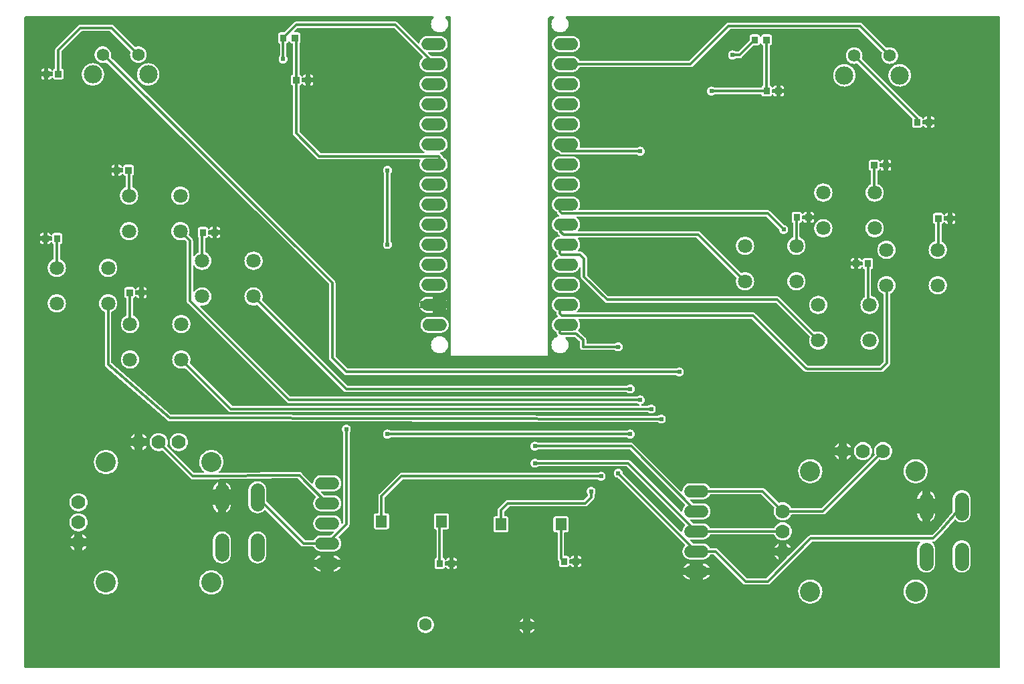
<source format=gtl>
G04 Layer: TopLayer*
G04 EasyEDA v6.5.5, 2022-05-16 22:10:27*
G04 b8c07eb695134d75bee5dc6a5e37684e,a4ea12fd96744f7d9b8618c9b4952ea7,10*
G04 Gerber Generator version 0.2*
G04 Scale: 100 percent, Rotated: No, Reflected: No *
G04 Dimensions in millimeters *
G04 leading zeros omitted , absolute positions ,4 integer and 5 decimal *
%FSLAX45Y45*%
%MOMM*%

%ADD10C,0.3000*%
%ADD11C,0.6150*%
%ADD12R,1.4000X1.5000*%
%ADD14C,1.8000*%
%ADD15C,1.7780*%
%ADD16C,2.5400*%
%ADD17C,1.5751*%
%ADD18C,2.3251*%
%ADD19C,1.6000*%
%ADD20C,1.5240*%

%LPD*%
G36*
X-4305808Y-2070201D02*
G01*
X-4309719Y-2069439D01*
X-4313021Y-2067204D01*
X-4315206Y-2063902D01*
X-4315968Y-2060041D01*
X-4315968Y6167831D01*
X-4315206Y6171742D01*
X-4313021Y6174994D01*
X-4309719Y6177229D01*
X-4305808Y6177991D01*
X856691Y6177991D01*
X860653Y6177178D01*
X864006Y6174841D01*
X866190Y6171387D01*
X866800Y6167374D01*
X865835Y6163462D01*
X863142Y6159957D01*
X853795Y6149289D01*
X845870Y6137503D01*
X839622Y6124803D01*
X835050Y6111341D01*
X832307Y6097473D01*
X831342Y6083300D01*
X832307Y6069126D01*
X835050Y6055258D01*
X839622Y6041796D01*
X845870Y6029096D01*
X853795Y6017310D01*
X863142Y6006642D01*
X873810Y5997295D01*
X885596Y5989370D01*
X898296Y5983122D01*
X911758Y5978550D01*
X925626Y5975807D01*
X939800Y5974842D01*
X953973Y5975807D01*
X967841Y5978550D01*
X981303Y5983122D01*
X994003Y5989370D01*
X1005789Y5997295D01*
X1016457Y6006642D01*
X1025804Y6017310D01*
X1033729Y6029096D01*
X1039977Y6041796D01*
X1044549Y6055258D01*
X1047292Y6069126D01*
X1048258Y6083300D01*
X1047292Y6097473D01*
X1044549Y6111341D01*
X1039977Y6124803D01*
X1033729Y6137503D01*
X1025804Y6149289D01*
X1016253Y6160211D01*
X1013764Y6163462D01*
X1012799Y6167374D01*
X1013409Y6171387D01*
X1015593Y6174841D01*
X1018946Y6177178D01*
X1022908Y6177991D01*
X1069340Y6177991D01*
X1073251Y6177229D01*
X1076502Y6174994D01*
X1078738Y6171742D01*
X1079500Y6167831D01*
X1079500Y1893316D01*
X1080211Y1891588D01*
X1091488Y1880311D01*
X1093216Y1879600D01*
X2310384Y1879600D01*
X2311400Y1880616D01*
X2311400Y6155283D01*
X2312162Y6159195D01*
X2314397Y6162497D01*
X2326894Y6174994D01*
X2330196Y6177229D01*
X2334107Y6177991D01*
X2380691Y6177991D01*
X2384653Y6177178D01*
X2388006Y6174841D01*
X2390190Y6171387D01*
X2390800Y6167374D01*
X2389835Y6163462D01*
X2387142Y6159957D01*
X2377795Y6149289D01*
X2369870Y6137503D01*
X2363622Y6124803D01*
X2359050Y6111341D01*
X2356307Y6097473D01*
X2355342Y6083300D01*
X2356307Y6069126D01*
X2359050Y6055258D01*
X2363622Y6041796D01*
X2369870Y6029096D01*
X2377795Y6017310D01*
X2387142Y6006642D01*
X2397810Y5997295D01*
X2409596Y5989370D01*
X2422296Y5983122D01*
X2435758Y5978550D01*
X2449626Y5975807D01*
X2463800Y5974842D01*
X2477973Y5975807D01*
X2491841Y5978550D01*
X2505303Y5983122D01*
X2518003Y5989370D01*
X2529789Y5997295D01*
X2540457Y6006642D01*
X2549804Y6017310D01*
X2557729Y6029096D01*
X2563977Y6041796D01*
X2568549Y6055258D01*
X2571292Y6069126D01*
X2572258Y6083300D01*
X2571292Y6097473D01*
X2568549Y6111341D01*
X2563977Y6124803D01*
X2557729Y6137503D01*
X2549804Y6149289D01*
X2540254Y6160211D01*
X2537764Y6163462D01*
X2536799Y6167374D01*
X2537409Y6171387D01*
X2539593Y6174841D01*
X2542946Y6177178D01*
X2546908Y6177991D01*
X8022031Y6177991D01*
X8025942Y6177229D01*
X8029194Y6174994D01*
X8031429Y6171742D01*
X8032191Y6167831D01*
X8032191Y-2060041D01*
X8031429Y-2063902D01*
X8029194Y-2067204D01*
X8025942Y-2069439D01*
X8022031Y-2070201D01*
G37*

%LPC*%
G36*
X2091029Y-1631645D02*
G01*
X2097633Y-1628394D01*
X2109165Y-1620723D01*
X2119579Y-1611579D01*
X2128723Y-1601165D01*
X2136394Y-1589633D01*
X2139645Y-1583029D01*
X2091029Y-1583029D01*
G37*
G36*
X1998370Y-1631645D02*
G01*
X1998370Y-1583029D01*
X1949754Y-1583029D01*
X1953006Y-1589633D01*
X1960676Y-1601165D01*
X1969820Y-1611579D01*
X1980234Y-1620723D01*
X1991766Y-1628394D01*
G37*
G36*
X762000Y-1629867D02*
G01*
X775817Y-1629003D01*
X789381Y-1626260D01*
X802538Y-1621840D01*
X814933Y-1615694D01*
X826465Y-1608023D01*
X836879Y-1598879D01*
X846023Y-1588465D01*
X853694Y-1576933D01*
X859840Y-1564538D01*
X864260Y-1551381D01*
X867003Y-1537817D01*
X867867Y-1524000D01*
X867003Y-1510182D01*
X864260Y-1496618D01*
X859840Y-1483461D01*
X853694Y-1471066D01*
X846023Y-1459534D01*
X836879Y-1449120D01*
X826465Y-1439976D01*
X814933Y-1432306D01*
X802538Y-1426159D01*
X789381Y-1421739D01*
X775817Y-1418996D01*
X762000Y-1418132D01*
X748182Y-1418996D01*
X734618Y-1421739D01*
X721461Y-1426159D01*
X709066Y-1432306D01*
X697534Y-1439976D01*
X687120Y-1449120D01*
X677976Y-1459534D01*
X670306Y-1471066D01*
X664159Y-1483461D01*
X659739Y-1496618D01*
X656996Y-1510182D01*
X656132Y-1524000D01*
X656996Y-1537817D01*
X659739Y-1551381D01*
X664159Y-1564538D01*
X670306Y-1576933D01*
X677976Y-1588465D01*
X687120Y-1598879D01*
X697534Y-1608023D01*
X709066Y-1615694D01*
X721461Y-1621840D01*
X734618Y-1626260D01*
X748182Y-1629003D01*
G37*
G36*
X1949754Y-1490370D02*
G01*
X1998370Y-1490370D01*
X1998370Y-1441754D01*
X1991766Y-1445006D01*
X1980234Y-1452676D01*
X1969820Y-1461820D01*
X1960676Y-1472234D01*
X1953006Y-1483766D01*
G37*
G36*
X2091029Y-1490370D02*
G01*
X2139645Y-1490370D01*
X2136394Y-1483766D01*
X2128723Y-1472234D01*
X2119579Y-1461820D01*
X2109165Y-1452676D01*
X2097633Y-1445006D01*
X2091029Y-1441754D01*
G37*
G36*
X6965950Y-1257808D02*
G01*
X6982764Y-1256842D01*
X6999376Y-1254099D01*
X7015581Y-1249527D01*
X7031177Y-1243177D01*
X7046010Y-1235151D01*
X7059879Y-1225550D01*
X7072579Y-1214475D01*
X7083958Y-1202080D01*
X7093966Y-1188516D01*
X7102348Y-1173937D01*
X7109155Y-1158494D01*
X7114184Y-1142441D01*
X7117384Y-1125880D01*
X7118807Y-1109116D01*
X7118299Y-1092250D01*
X7116013Y-1075588D01*
X7111847Y-1059281D01*
X7105954Y-1043482D01*
X7098334Y-1028446D01*
X7089140Y-1014374D01*
X7078421Y-1001369D01*
X7066381Y-989584D01*
X7053072Y-979271D01*
X7038695Y-970432D01*
X7023506Y-963269D01*
X7007555Y-957783D01*
X6991096Y-954074D01*
X6974382Y-952246D01*
X6957517Y-952246D01*
X6940803Y-954074D01*
X6924344Y-957783D01*
X6908393Y-963269D01*
X6893204Y-970432D01*
X6878828Y-979271D01*
X6865518Y-989584D01*
X6853478Y-1001369D01*
X6842759Y-1014374D01*
X6833565Y-1028446D01*
X6825945Y-1043482D01*
X6820052Y-1059281D01*
X6815886Y-1075588D01*
X6813600Y-1092250D01*
X6813092Y-1109116D01*
X6814515Y-1125880D01*
X6817715Y-1142441D01*
X6822744Y-1158494D01*
X6829552Y-1173937D01*
X6837934Y-1188516D01*
X6847941Y-1202080D01*
X6859320Y-1214475D01*
X6872020Y-1225550D01*
X6885889Y-1235151D01*
X6900722Y-1243177D01*
X6916318Y-1249527D01*
X6932523Y-1254099D01*
X6949135Y-1256842D01*
G37*
G36*
X5632450Y-1257808D02*
G01*
X5649264Y-1256842D01*
X5665876Y-1254099D01*
X5682081Y-1249527D01*
X5697677Y-1243177D01*
X5712510Y-1235151D01*
X5726379Y-1225550D01*
X5739079Y-1214475D01*
X5750458Y-1202080D01*
X5760466Y-1188516D01*
X5768848Y-1173937D01*
X5775655Y-1158494D01*
X5780684Y-1142441D01*
X5783884Y-1125880D01*
X5785307Y-1109116D01*
X5784799Y-1092250D01*
X5782513Y-1075588D01*
X5778347Y-1059281D01*
X5772454Y-1043482D01*
X5764834Y-1028446D01*
X5755640Y-1014374D01*
X5744921Y-1001369D01*
X5732881Y-989584D01*
X5719572Y-979271D01*
X5705195Y-970432D01*
X5690006Y-963269D01*
X5674055Y-957783D01*
X5657596Y-954074D01*
X5640882Y-952246D01*
X5624017Y-952246D01*
X5607304Y-954074D01*
X5590844Y-957783D01*
X5574893Y-963269D01*
X5559704Y-970432D01*
X5545328Y-979271D01*
X5532018Y-989584D01*
X5519978Y-1001369D01*
X5509260Y-1014374D01*
X5500065Y-1028446D01*
X5492445Y-1043482D01*
X5486552Y-1059281D01*
X5482386Y-1075588D01*
X5480100Y-1092250D01*
X5479592Y-1109116D01*
X5481015Y-1125880D01*
X5484215Y-1142441D01*
X5489244Y-1158494D01*
X5496052Y-1173937D01*
X5504434Y-1188516D01*
X5514441Y-1202080D01*
X5525820Y-1214475D01*
X5538520Y-1225550D01*
X5552389Y-1235151D01*
X5567222Y-1243177D01*
X5582818Y-1249527D01*
X5599023Y-1254099D01*
X5615635Y-1256842D01*
G37*
G36*
X-3282950Y-1143508D02*
G01*
X-3266135Y-1142542D01*
X-3249523Y-1139799D01*
X-3233318Y-1135227D01*
X-3217722Y-1128877D01*
X-3202889Y-1120851D01*
X-3189020Y-1111250D01*
X-3176320Y-1100175D01*
X-3164941Y-1087780D01*
X-3154934Y-1074216D01*
X-3146552Y-1059637D01*
X-3139744Y-1044194D01*
X-3134715Y-1028141D01*
X-3131515Y-1011580D01*
X-3130092Y-994816D01*
X-3130600Y-977950D01*
X-3132886Y-961288D01*
X-3137052Y-944981D01*
X-3142945Y-929182D01*
X-3150565Y-914146D01*
X-3159760Y-900074D01*
X-3170478Y-887069D01*
X-3182518Y-875284D01*
X-3195828Y-864971D01*
X-3210204Y-856132D01*
X-3225393Y-848969D01*
X-3241344Y-843483D01*
X-3257803Y-839774D01*
X-3274517Y-837946D01*
X-3291382Y-837946D01*
X-3308096Y-839774D01*
X-3324555Y-843483D01*
X-3340506Y-848969D01*
X-3355695Y-856132D01*
X-3370072Y-864971D01*
X-3383381Y-875284D01*
X-3395421Y-887069D01*
X-3406140Y-900074D01*
X-3415334Y-914146D01*
X-3422954Y-929182D01*
X-3428847Y-944981D01*
X-3433013Y-961288D01*
X-3435299Y-977950D01*
X-3435807Y-994816D01*
X-3434384Y-1011580D01*
X-3431184Y-1028141D01*
X-3426155Y-1044194D01*
X-3419348Y-1059637D01*
X-3410965Y-1074216D01*
X-3400958Y-1087780D01*
X-3389579Y-1100175D01*
X-3376879Y-1111250D01*
X-3363010Y-1120851D01*
X-3348177Y-1128877D01*
X-3332581Y-1135227D01*
X-3316376Y-1139799D01*
X-3299764Y-1142542D01*
G37*
G36*
X-1949450Y-1143508D02*
G01*
X-1932635Y-1142542D01*
X-1916023Y-1139799D01*
X-1899818Y-1135227D01*
X-1884222Y-1128877D01*
X-1869389Y-1120851D01*
X-1855520Y-1111250D01*
X-1842820Y-1100175D01*
X-1831441Y-1087780D01*
X-1821434Y-1074216D01*
X-1813052Y-1059637D01*
X-1806244Y-1044194D01*
X-1801215Y-1028141D01*
X-1798015Y-1011580D01*
X-1796592Y-994816D01*
X-1797100Y-977950D01*
X-1799386Y-961288D01*
X-1803552Y-944981D01*
X-1809445Y-929182D01*
X-1817065Y-914146D01*
X-1826260Y-900074D01*
X-1836978Y-887069D01*
X-1849018Y-875284D01*
X-1862328Y-864971D01*
X-1876704Y-856132D01*
X-1891893Y-848969D01*
X-1907844Y-843483D01*
X-1924304Y-839774D01*
X-1941017Y-837946D01*
X-1957882Y-837946D01*
X-1974596Y-839774D01*
X-1991055Y-843483D01*
X-2007006Y-848969D01*
X-2022195Y-856132D01*
X-2036572Y-864971D01*
X-2049881Y-875284D01*
X-2061921Y-887069D01*
X-2072639Y-900074D01*
X-2081834Y-914146D01*
X-2089454Y-929182D01*
X-2095347Y-944981D01*
X-2099513Y-961288D01*
X-2101799Y-977950D01*
X-2102307Y-994816D01*
X-2100884Y-1011580D01*
X-2097684Y-1028141D01*
X-2092655Y-1044194D01*
X-2085848Y-1059637D01*
X-2077466Y-1074216D01*
X-2067458Y-1087780D01*
X-2056079Y-1100175D01*
X-2043379Y-1111250D01*
X-2029510Y-1120851D01*
X-2014677Y-1128877D01*
X-1999081Y-1135227D01*
X-1982876Y-1139799D01*
X-1966264Y-1142542D01*
G37*
G36*
X4813808Y-1018794D02*
G01*
X5092192Y-1018794D01*
X5100675Y-1017981D01*
X5108346Y-1015644D01*
X5115407Y-1011885D01*
X5121960Y-1006449D01*
X5652770Y-475691D01*
X5656072Y-473506D01*
X5659932Y-472693D01*
X7011466Y-472693D01*
X7015429Y-473506D01*
X7018731Y-475742D01*
X7020915Y-479145D01*
X7021626Y-483057D01*
X7020763Y-487019D01*
X7018426Y-490270D01*
X7015632Y-492912D01*
X7006437Y-504037D01*
X6998716Y-516178D01*
X6992569Y-529234D01*
X6988098Y-542950D01*
X6985406Y-557123D01*
X6984492Y-571804D01*
X6984492Y-748995D01*
X6985406Y-763676D01*
X6988098Y-777849D01*
X6992569Y-791565D01*
X6998716Y-804621D01*
X7006437Y-816762D01*
X7015632Y-827887D01*
X7026148Y-837742D01*
X7037781Y-846226D01*
X7050430Y-853186D01*
X7063841Y-858469D01*
X7077811Y-862076D01*
X7092086Y-863853D01*
X7106513Y-863853D01*
X7120788Y-862076D01*
X7134758Y-858469D01*
X7148169Y-853186D01*
X7160818Y-846226D01*
X7172452Y-837742D01*
X7182967Y-827887D01*
X7192162Y-816762D01*
X7199884Y-804621D01*
X7206030Y-791565D01*
X7210501Y-777849D01*
X7213193Y-763676D01*
X7214108Y-748995D01*
X7214108Y-571804D01*
X7213193Y-557123D01*
X7210501Y-542950D01*
X7206030Y-529234D01*
X7199884Y-516178D01*
X7192162Y-504037D01*
X7182967Y-492912D01*
X7180173Y-490270D01*
X7177887Y-487121D01*
X7176973Y-483362D01*
X7177531Y-479551D01*
X7179462Y-476199D01*
X7182510Y-473811D01*
X7186218Y-472744D01*
X7196226Y-471881D01*
X7203846Y-469544D01*
X7210907Y-465785D01*
X7217460Y-460349D01*
X7318603Y-359257D01*
X7321092Y-356565D01*
X7455814Y-198323D01*
X7459014Y-195783D01*
X7462977Y-194716D01*
X7467041Y-195326D01*
X7470495Y-197459D01*
X7476134Y-202742D01*
X7487767Y-211226D01*
X7500416Y-218186D01*
X7513828Y-223469D01*
X7527798Y-227075D01*
X7542072Y-228854D01*
X7556500Y-228854D01*
X7570774Y-227075D01*
X7584744Y-223469D01*
X7598156Y-218186D01*
X7610805Y-211226D01*
X7622438Y-202742D01*
X7632953Y-192887D01*
X7642148Y-181762D01*
X7649870Y-169621D01*
X7656017Y-156565D01*
X7660487Y-142849D01*
X7663180Y-128676D01*
X7664094Y-113995D01*
X7664094Y63195D01*
X7663180Y77876D01*
X7660487Y92049D01*
X7656017Y105765D01*
X7649870Y118821D01*
X7642148Y130962D01*
X7632953Y142087D01*
X7622438Y151942D01*
X7610805Y160426D01*
X7598156Y167386D01*
X7584744Y172669D01*
X7570774Y176276D01*
X7556500Y178054D01*
X7542072Y178054D01*
X7527798Y176276D01*
X7513828Y172669D01*
X7500416Y167386D01*
X7487767Y160426D01*
X7476134Y151942D01*
X7465618Y142087D01*
X7456424Y130962D01*
X7448702Y118821D01*
X7442555Y105765D01*
X7438085Y92049D01*
X7435392Y77876D01*
X7434478Y63195D01*
X7434478Y-93421D01*
X7433868Y-96926D01*
X7432040Y-99974D01*
X7259421Y-302717D01*
X7174230Y-387908D01*
X7170928Y-390144D01*
X7167067Y-390906D01*
X5639308Y-390906D01*
X5630824Y-391718D01*
X5623153Y-394055D01*
X5616092Y-397814D01*
X5609539Y-403250D01*
X5368036Y-644702D01*
X5364734Y-646938D01*
X5360822Y-647700D01*
X5334000Y-647700D01*
X5334000Y-674522D01*
X5333238Y-678434D01*
X5331002Y-681736D01*
X5078730Y-934008D01*
X5075428Y-936244D01*
X5071567Y-937006D01*
X4834432Y-937006D01*
X4830572Y-936244D01*
X4827270Y-934008D01*
X4461560Y-568350D01*
X4455007Y-562914D01*
X4447946Y-559155D01*
X4440275Y-556818D01*
X4431792Y-556006D01*
X4366920Y-556006D01*
X4363262Y-555294D01*
X4360062Y-553313D01*
X4357827Y-550316D01*
X4355592Y-545846D01*
X4348175Y-534771D01*
X4339386Y-524713D01*
X4329328Y-515924D01*
X4318254Y-508508D01*
X4306265Y-502564D01*
X4293616Y-498297D01*
X4280509Y-495706D01*
X4266844Y-494792D01*
X4150969Y-494792D01*
X4147058Y-494030D01*
X4143756Y-491794D01*
X4114292Y-462330D01*
X4112107Y-459079D01*
X4111345Y-455168D01*
X4112107Y-451256D01*
X4114292Y-448005D01*
X4117594Y-445770D01*
X4121505Y-445008D01*
X4266844Y-445008D01*
X4280509Y-444093D01*
X4293616Y-441502D01*
X4306265Y-437235D01*
X4318254Y-431292D01*
X4329328Y-423875D01*
X4339386Y-415086D01*
X4348175Y-405028D01*
X4355592Y-393954D01*
X4357827Y-389483D01*
X4360062Y-386486D01*
X4363262Y-384505D01*
X4366920Y-383794D01*
X5169255Y-383794D01*
X5173218Y-384606D01*
X5176520Y-386842D01*
X5178704Y-390245D01*
X5179314Y-391769D01*
X5186273Y-404418D01*
X5194757Y-416051D01*
X5204612Y-426567D01*
X5215737Y-435762D01*
X5227878Y-443484D01*
X5240934Y-449630D01*
X5254650Y-454101D01*
X5268823Y-456793D01*
X5283200Y-457708D01*
X5297576Y-456793D01*
X5311749Y-454101D01*
X5325465Y-449630D01*
X5338521Y-443484D01*
X5350662Y-435762D01*
X5361787Y-426567D01*
X5371642Y-416051D01*
X5380126Y-404418D01*
X5387086Y-391769D01*
X5392369Y-378358D01*
X5395976Y-364388D01*
X5397754Y-350113D01*
X5397754Y-335686D01*
X5395976Y-321411D01*
X5392369Y-307441D01*
X5387086Y-294030D01*
X5380126Y-281381D01*
X5371642Y-269748D01*
X5361787Y-259232D01*
X5350662Y-250037D01*
X5338521Y-242316D01*
X5325465Y-236169D01*
X5311749Y-231698D01*
X5297576Y-229006D01*
X5283200Y-228092D01*
X5268823Y-229006D01*
X5254650Y-231698D01*
X5240934Y-236169D01*
X5227878Y-242316D01*
X5215737Y-250037D01*
X5204612Y-259232D01*
X5194757Y-269748D01*
X5186273Y-281381D01*
X5179314Y-294030D01*
X5178704Y-295554D01*
X5176520Y-298958D01*
X5173218Y-301193D01*
X5169255Y-302006D01*
X4366920Y-302006D01*
X4363262Y-301294D01*
X4360062Y-299313D01*
X4357827Y-296316D01*
X4355592Y-291846D01*
X4348175Y-280771D01*
X4339386Y-270713D01*
X4329328Y-261924D01*
X4318254Y-254508D01*
X4306265Y-248564D01*
X4293616Y-244297D01*
X4280509Y-241706D01*
X4266844Y-240792D01*
X4150969Y-240792D01*
X4147058Y-240029D01*
X4143756Y-237794D01*
X4114292Y-208330D01*
X4112107Y-205079D01*
X4111345Y-201168D01*
X4112107Y-197256D01*
X4114292Y-194005D01*
X4117594Y-191770D01*
X4121505Y-191008D01*
X4266844Y-191008D01*
X4280509Y-190093D01*
X4293616Y-187502D01*
X4306265Y-183235D01*
X4318254Y-177292D01*
X4329328Y-169875D01*
X4339386Y-161086D01*
X4348175Y-151028D01*
X4355592Y-139954D01*
X4361535Y-127965D01*
X4365802Y-115316D01*
X4368393Y-102209D01*
X4369308Y-88900D01*
X4368393Y-75590D01*
X4365802Y-62484D01*
X4361535Y-49834D01*
X4355592Y-37846D01*
X4348175Y-26771D01*
X4339386Y-16713D01*
X4329328Y-7924D01*
X4318254Y-508D01*
X4306265Y5435D01*
X4293616Y9702D01*
X4280509Y12293D01*
X4266844Y13208D01*
X4150969Y13208D01*
X4147058Y13970D01*
X4143756Y16205D01*
X4114292Y45669D01*
X4112107Y48920D01*
X4111345Y52832D01*
X4112107Y56743D01*
X4114292Y59994D01*
X4117594Y62230D01*
X4121505Y62991D01*
X4266844Y62991D01*
X4280509Y63906D01*
X4293616Y66497D01*
X4306265Y70764D01*
X4318254Y76708D01*
X4329328Y84124D01*
X4339386Y92913D01*
X4348175Y102971D01*
X4355592Y114046D01*
X4357827Y118516D01*
X4360062Y121513D01*
X4363262Y123494D01*
X4366920Y124206D01*
X5008067Y124206D01*
X5011928Y123393D01*
X5015230Y121208D01*
X5173827Y-37338D01*
X5176012Y-40589D01*
X5176774Y-44450D01*
X5176062Y-48260D01*
X5174030Y-53441D01*
X5170424Y-67411D01*
X5168646Y-81686D01*
X5168646Y-96113D01*
X5170424Y-110388D01*
X5174030Y-124358D01*
X5179314Y-137769D01*
X5186273Y-150418D01*
X5194757Y-162052D01*
X5204612Y-172567D01*
X5215737Y-181762D01*
X5227878Y-189484D01*
X5240934Y-195630D01*
X5254650Y-200101D01*
X5268823Y-202793D01*
X5283200Y-203708D01*
X5297576Y-202793D01*
X5311749Y-200101D01*
X5325465Y-195630D01*
X5338521Y-189484D01*
X5350662Y-181762D01*
X5361787Y-172567D01*
X5371642Y-162052D01*
X5380126Y-150418D01*
X5387086Y-137769D01*
X5387695Y-136245D01*
X5389880Y-132842D01*
X5393182Y-130606D01*
X5397144Y-129794D01*
X5790692Y-129794D01*
X5799175Y-128981D01*
X5806846Y-126644D01*
X5813907Y-122885D01*
X5820460Y-117449D01*
X6501536Y563575D01*
X6504584Y565708D01*
X6508191Y566572D01*
X6511848Y566064D01*
X6524650Y561898D01*
X6538823Y559206D01*
X6553200Y558292D01*
X6567576Y559206D01*
X6581749Y561898D01*
X6595465Y566369D01*
X6608521Y572516D01*
X6620662Y580237D01*
X6631787Y589432D01*
X6641642Y599948D01*
X6650126Y611581D01*
X6657086Y624230D01*
X6662369Y637641D01*
X6665975Y651611D01*
X6667753Y665886D01*
X6667753Y680313D01*
X6665975Y694588D01*
X6662369Y708558D01*
X6657086Y721969D01*
X6650126Y734618D01*
X6641642Y746252D01*
X6631787Y756767D01*
X6620662Y765962D01*
X6608521Y773684D01*
X6595465Y779830D01*
X6581749Y784301D01*
X6567576Y786993D01*
X6553200Y787908D01*
X6538823Y786993D01*
X6524650Y784301D01*
X6510934Y779830D01*
X6497878Y773684D01*
X6485737Y765962D01*
X6474612Y756767D01*
X6464757Y746252D01*
X6456273Y734618D01*
X6449314Y721969D01*
X6444030Y708558D01*
X6440424Y694588D01*
X6438646Y680313D01*
X6438646Y665886D01*
X6440424Y651611D01*
X6444030Y637641D01*
X6446062Y632460D01*
X6446774Y628650D01*
X6446012Y624789D01*
X6443827Y621538D01*
X5777230Y-45008D01*
X5773928Y-47244D01*
X5770067Y-48006D01*
X5397144Y-48006D01*
X5393182Y-47193D01*
X5389880Y-44958D01*
X5387695Y-41554D01*
X5387086Y-40030D01*
X5380126Y-27381D01*
X5371642Y-15747D01*
X5361787Y-5232D01*
X5350662Y3962D01*
X5338521Y11684D01*
X5325465Y17830D01*
X5311749Y22301D01*
X5297576Y24993D01*
X5283200Y25908D01*
X5268823Y24993D01*
X5254650Y22301D01*
X5241848Y18135D01*
X5238191Y17627D01*
X5234584Y18491D01*
X5231536Y20624D01*
X5058460Y193649D01*
X5051907Y199085D01*
X5044846Y202844D01*
X5037175Y205181D01*
X5028692Y205994D01*
X4366920Y205994D01*
X4363262Y206705D01*
X4360062Y208686D01*
X4357827Y211683D01*
X4355592Y216154D01*
X4348175Y227228D01*
X4339386Y237286D01*
X4329328Y246075D01*
X4318254Y253492D01*
X4306265Y259435D01*
X4293616Y263702D01*
X4280509Y266293D01*
X4266844Y267208D01*
X4115155Y267208D01*
X4101490Y266293D01*
X4088384Y263702D01*
X4075734Y259435D01*
X4063746Y253492D01*
X4052671Y246075D01*
X4042613Y237286D01*
X4033824Y227228D01*
X4026408Y216154D01*
X4020464Y204165D01*
X4016197Y191516D01*
X4013606Y178409D01*
X4013098Y170688D01*
X4012082Y166979D01*
X4009796Y163880D01*
X4006545Y161848D01*
X4002735Y161239D01*
X3998976Y162052D01*
X3995775Y164185D01*
X3394760Y765149D01*
X3388207Y770585D01*
X3381146Y774344D01*
X3373475Y776681D01*
X3364992Y777494D01*
X2189226Y777494D01*
X2186025Y778002D01*
X2183180Y779475D01*
X2175967Y784809D01*
X2167432Y789127D01*
X2158238Y791972D01*
X2148687Y793191D01*
X2139086Y792784D01*
X2129739Y790752D01*
X2120798Y787146D01*
X2112619Y782116D01*
X2105406Y775766D01*
X2099411Y768299D01*
X2094687Y759917D01*
X2091486Y750874D01*
X2089861Y741426D01*
X2089861Y731774D01*
X2091486Y722325D01*
X2094687Y713282D01*
X2099411Y704900D01*
X2105406Y697433D01*
X2112619Y691083D01*
X2120798Y686054D01*
X2129739Y682447D01*
X2139086Y680415D01*
X2148687Y680008D01*
X2158238Y681228D01*
X2167432Y684072D01*
X2175967Y688390D01*
X2183180Y693724D01*
X2186025Y695198D01*
X2189226Y695706D01*
X3344367Y695706D01*
X3348228Y694893D01*
X3351529Y692708D01*
X4044696Y-457D01*
X4046982Y-3911D01*
X4047693Y-7975D01*
X4046728Y-11988D01*
X4044238Y-15290D01*
X4042613Y-16713D01*
X4033824Y-26771D01*
X4026408Y-37846D01*
X4020464Y-49834D01*
X4016197Y-62484D01*
X4013606Y-75590D01*
X4013098Y-83312D01*
X4012082Y-87020D01*
X4009796Y-90119D01*
X4006545Y-92151D01*
X4002735Y-92760D01*
X3998976Y-91948D01*
X3995775Y-89814D01*
X3356660Y549249D01*
X3350107Y554685D01*
X3343046Y558444D01*
X3335375Y560781D01*
X3326892Y561594D01*
X2189226Y561594D01*
X2186025Y562102D01*
X2183180Y563575D01*
X2175967Y568909D01*
X2167432Y573227D01*
X2158238Y576072D01*
X2148687Y577291D01*
X2139086Y576884D01*
X2129739Y574852D01*
X2120798Y571246D01*
X2112619Y566216D01*
X2105406Y559866D01*
X2099411Y552399D01*
X2094687Y544017D01*
X2091486Y534974D01*
X2089861Y525526D01*
X2089861Y515874D01*
X2091486Y506425D01*
X2094687Y497382D01*
X2099411Y489000D01*
X2105406Y481533D01*
X2112619Y475183D01*
X2120798Y470154D01*
X2129739Y466547D01*
X2139086Y464515D01*
X2148687Y464108D01*
X2158238Y465328D01*
X2167432Y468172D01*
X2175967Y472490D01*
X2183180Y477824D01*
X2186025Y479298D01*
X2189226Y479806D01*
X3306267Y479806D01*
X3310128Y478993D01*
X3313429Y476808D01*
X4044696Y-254457D01*
X4046982Y-257911D01*
X4047693Y-261975D01*
X4046728Y-265988D01*
X4044238Y-269290D01*
X4042613Y-270713D01*
X4033824Y-280771D01*
X4026408Y-291846D01*
X4020464Y-303834D01*
X4016197Y-316484D01*
X4013606Y-329590D01*
X4013098Y-337312D01*
X4012082Y-341020D01*
X4009796Y-344119D01*
X4006545Y-346151D01*
X4002735Y-346760D01*
X3998976Y-345948D01*
X3995775Y-343814D01*
X3259531Y392430D01*
X3257499Y395325D01*
X3256584Y398729D01*
X3256229Y403250D01*
X3253790Y412546D01*
X3249828Y421335D01*
X3244443Y429259D01*
X3237788Y436219D01*
X3230067Y441909D01*
X3221532Y446227D01*
X3212338Y449072D01*
X3202787Y450291D01*
X3193186Y449884D01*
X3183839Y447852D01*
X3174898Y444246D01*
X3166719Y439216D01*
X3159506Y432866D01*
X3153511Y425399D01*
X3148787Y417017D01*
X3145586Y407974D01*
X3143961Y398526D01*
X3143961Y388874D01*
X3145586Y379425D01*
X3148787Y370382D01*
X3153511Y362000D01*
X3159506Y354533D01*
X3166719Y348183D01*
X3174898Y343154D01*
X3183839Y339547D01*
X3193186Y337515D01*
X3198672Y336600D01*
X3201771Y334518D01*
X4044696Y-508457D01*
X4046982Y-511911D01*
X4047693Y-515975D01*
X4046728Y-519988D01*
X4044238Y-523290D01*
X4042613Y-524713D01*
X4033824Y-534771D01*
X4026408Y-545846D01*
X4020464Y-557834D01*
X4016197Y-570484D01*
X4013606Y-583590D01*
X4012692Y-596900D01*
X4013606Y-610209D01*
X4016197Y-623316D01*
X4020464Y-635965D01*
X4026408Y-647954D01*
X4033824Y-659028D01*
X4042613Y-669086D01*
X4052671Y-677875D01*
X4063746Y-685292D01*
X4075734Y-691235D01*
X4088384Y-695502D01*
X4101490Y-698093D01*
X4115155Y-699008D01*
X4266844Y-699008D01*
X4280509Y-698093D01*
X4293616Y-695502D01*
X4306265Y-691235D01*
X4318254Y-685292D01*
X4329328Y-677875D01*
X4339386Y-669086D01*
X4348175Y-659028D01*
X4355592Y-647954D01*
X4357827Y-643483D01*
X4360062Y-640486D01*
X4363262Y-638505D01*
X4366920Y-637794D01*
X4411167Y-637794D01*
X4415028Y-638606D01*
X4418330Y-640791D01*
X4784039Y-1006449D01*
X4790592Y-1011885D01*
X4797653Y-1015644D01*
X4805324Y-1017981D01*
G37*
G36*
X4273550Y-952550D02*
G01*
X4280509Y-952093D01*
X4293616Y-949502D01*
X4306265Y-945235D01*
X4318254Y-939292D01*
X4329328Y-931875D01*
X4339386Y-923086D01*
X4348175Y-913028D01*
X4355592Y-901953D01*
X4358843Y-895350D01*
X4273550Y-895350D01*
G37*
G36*
X4108450Y-952550D02*
G01*
X4108450Y-895350D01*
X4023156Y-895350D01*
X4026408Y-901953D01*
X4033824Y-913028D01*
X4042613Y-923086D01*
X4052671Y-931875D01*
X4063746Y-939292D01*
X4075734Y-945235D01*
X4088384Y-949502D01*
X4101490Y-952093D01*
G37*
G36*
X7542072Y-863853D02*
G01*
X7556500Y-863853D01*
X7570774Y-862076D01*
X7584744Y-858469D01*
X7598156Y-853186D01*
X7610805Y-846226D01*
X7622438Y-837742D01*
X7632953Y-827887D01*
X7642148Y-816762D01*
X7649870Y-804621D01*
X7656017Y-791565D01*
X7660487Y-777849D01*
X7663180Y-763676D01*
X7664094Y-748995D01*
X7664094Y-571804D01*
X7663180Y-557123D01*
X7660487Y-542950D01*
X7656017Y-529234D01*
X7649870Y-516178D01*
X7642148Y-504037D01*
X7632953Y-492912D01*
X7622438Y-483057D01*
X7610805Y-474573D01*
X7598156Y-467614D01*
X7584744Y-462330D01*
X7570774Y-458724D01*
X7556500Y-456946D01*
X7542072Y-456946D01*
X7527798Y-458724D01*
X7513828Y-462330D01*
X7500416Y-467614D01*
X7487767Y-474573D01*
X7476134Y-483057D01*
X7465618Y-492912D01*
X7456424Y-504037D01*
X7448702Y-516178D01*
X7442555Y-529234D01*
X7438085Y-542950D01*
X7435392Y-557123D01*
X7434478Y-571804D01*
X7434478Y-748995D01*
X7435392Y-763676D01*
X7438085Y-777849D01*
X7442555Y-791565D01*
X7448702Y-804621D01*
X7456424Y-816762D01*
X7465618Y-827887D01*
X7476134Y-837742D01*
X7487767Y-846226D01*
X7500416Y-853186D01*
X7513828Y-858469D01*
X7527798Y-862076D01*
G37*
G36*
X-400050Y-850950D02*
G01*
X-393090Y-850493D01*
X-379984Y-847902D01*
X-367334Y-843635D01*
X-355346Y-837692D01*
X-344271Y-830275D01*
X-334213Y-821486D01*
X-325424Y-811428D01*
X-318008Y-800354D01*
X-314756Y-793750D01*
X-400050Y-793750D01*
G37*
G36*
X-565150Y-850950D02*
G01*
X-565150Y-793750D01*
X-650443Y-793750D01*
X-647192Y-800354D01*
X-639775Y-811428D01*
X-630986Y-821486D01*
X-620928Y-830275D01*
X-609854Y-837692D01*
X-597865Y-843635D01*
X-585216Y-847902D01*
X-572109Y-850493D01*
G37*
G36*
X1117854Y-818388D02*
G01*
X1131062Y-818388D01*
X1137412Y-817676D01*
X1142847Y-815797D01*
X1147775Y-812698D01*
X1151839Y-808634D01*
X1154938Y-803706D01*
X1156868Y-798271D01*
X1157579Y-791921D01*
X1157579Y-777240D01*
X1117854Y-777240D01*
G37*
G36*
X900937Y-818388D02*
G01*
X980440Y-818388D01*
X986739Y-817676D01*
X992225Y-815797D01*
X997102Y-812698D01*
X1001217Y-808634D01*
X1004265Y-803706D01*
X1006398Y-797661D01*
X1008532Y-794105D01*
X1011936Y-791667D01*
X1016000Y-790854D01*
X1020064Y-791667D01*
X1023467Y-794105D01*
X1025601Y-797661D01*
X1027734Y-803706D01*
X1030782Y-808634D01*
X1034897Y-812698D01*
X1039774Y-815797D01*
X1045260Y-817676D01*
X1051560Y-818388D01*
X1064818Y-818388D01*
X1064818Y-777240D01*
X1017066Y-777240D01*
X1013155Y-776478D01*
X1009903Y-774293D01*
X1007668Y-770991D01*
X1006906Y-767080D01*
X1006906Y-731520D01*
X1007668Y-727608D01*
X1009903Y-724306D01*
X1013155Y-722122D01*
X1017066Y-721360D01*
X1064818Y-721360D01*
X1064818Y-680212D01*
X1051560Y-680212D01*
X1045260Y-680923D01*
X1039774Y-682802D01*
X1034897Y-685901D01*
X1030782Y-689965D01*
X1027734Y-694893D01*
X1025601Y-700938D01*
X1023467Y-704494D01*
X1020064Y-706932D01*
X1016000Y-707745D01*
X1011936Y-706932D01*
X1008532Y-704494D01*
X1006398Y-700938D01*
X1004265Y-694893D01*
X1001217Y-689965D01*
X997102Y-685901D01*
X992225Y-682802D01*
X988364Y-681482D01*
X984808Y-679348D01*
X982421Y-675944D01*
X981557Y-671880D01*
X981557Y-326948D01*
X982370Y-323088D01*
X984554Y-319786D01*
X987856Y-317601D01*
X991717Y-316788D01*
X1033627Y-316788D01*
X1039926Y-316077D01*
X1045413Y-314198D01*
X1050290Y-311099D01*
X1054404Y-307035D01*
X1057503Y-302107D01*
X1059383Y-296672D01*
X1060094Y-290322D01*
X1060094Y-141478D01*
X1059383Y-135128D01*
X1057503Y-129692D01*
X1054404Y-124764D01*
X1050290Y-120700D01*
X1045413Y-117602D01*
X1039926Y-115722D01*
X1033627Y-115011D01*
X894791Y-115011D01*
X888441Y-115722D01*
X883005Y-117602D01*
X878078Y-120700D01*
X874014Y-124764D01*
X870915Y-129692D01*
X868984Y-135128D01*
X868273Y-141478D01*
X868273Y-290322D01*
X868984Y-296672D01*
X870915Y-302107D01*
X874014Y-307035D01*
X878078Y-311099D01*
X883005Y-314198D01*
X888441Y-316077D01*
X890727Y-316331D01*
X894283Y-317449D01*
X897178Y-319684D01*
X899109Y-322834D01*
X899769Y-326440D01*
X899769Y-671880D01*
X898906Y-675944D01*
X896518Y-679348D01*
X892962Y-681482D01*
X889152Y-682802D01*
X884224Y-685901D01*
X880160Y-689965D01*
X877062Y-694893D01*
X875131Y-700328D01*
X874420Y-706678D01*
X874420Y-791921D01*
X875131Y-798271D01*
X877062Y-803706D01*
X880160Y-808634D01*
X884224Y-812698D01*
X889152Y-815797D01*
X894587Y-817676D01*
G37*
G36*
X4023156Y-806450D02*
G01*
X4108450Y-806450D01*
X4108450Y-749249D01*
X4101490Y-749706D01*
X4088384Y-752297D01*
X4075734Y-756564D01*
X4063746Y-762508D01*
X4052671Y-769924D01*
X4042613Y-778713D01*
X4033824Y-788771D01*
X4026408Y-799846D01*
G37*
G36*
X4273550Y-806450D02*
G01*
X4358843Y-806450D01*
X4355592Y-799846D01*
X4348175Y-788771D01*
X4339386Y-778713D01*
X4329328Y-769924D01*
X4318254Y-762508D01*
X4306265Y-756564D01*
X4293616Y-752297D01*
X4280509Y-749706D01*
X4273550Y-749249D01*
G37*
G36*
X2692654Y-792988D02*
G01*
X2705862Y-792988D01*
X2712212Y-792276D01*
X2717647Y-790397D01*
X2722575Y-787298D01*
X2726639Y-783234D01*
X2729738Y-778306D01*
X2731668Y-772871D01*
X2732379Y-766521D01*
X2732379Y-751840D01*
X2692654Y-751840D01*
G37*
G36*
X2475738Y-792988D02*
G01*
X2555240Y-792988D01*
X2561539Y-792276D01*
X2567025Y-790397D01*
X2571902Y-787298D01*
X2576017Y-783234D01*
X2579065Y-778306D01*
X2581198Y-772261D01*
X2583332Y-768705D01*
X2586736Y-766267D01*
X2590800Y-765454D01*
X2594864Y-766267D01*
X2598267Y-768705D01*
X2600401Y-772261D01*
X2602534Y-778306D01*
X2605582Y-783234D01*
X2609697Y-787298D01*
X2614574Y-790397D01*
X2620060Y-792276D01*
X2626360Y-792988D01*
X2639618Y-792988D01*
X2639618Y-751840D01*
X2591866Y-751840D01*
X2587955Y-751078D01*
X2584704Y-748893D01*
X2582468Y-745591D01*
X2581706Y-741680D01*
X2581706Y-706120D01*
X2582468Y-702208D01*
X2584704Y-698906D01*
X2587955Y-696722D01*
X2591866Y-695960D01*
X2639618Y-695960D01*
X2639618Y-654812D01*
X2626360Y-654812D01*
X2620060Y-655523D01*
X2614574Y-657402D01*
X2609697Y-660501D01*
X2605582Y-664565D01*
X2602534Y-669493D01*
X2600401Y-675538D01*
X2598267Y-679094D01*
X2594864Y-681532D01*
X2590800Y-682345D01*
X2586736Y-681532D01*
X2583332Y-679094D01*
X2581198Y-675538D01*
X2579065Y-669493D01*
X2576017Y-664565D01*
X2571902Y-660501D01*
X2567025Y-657402D01*
X2561539Y-655523D01*
X2555240Y-654812D01*
X2526538Y-654812D01*
X2522677Y-653999D01*
X2519375Y-651814D01*
X2517190Y-648512D01*
X2516378Y-644652D01*
X2516378Y-365048D01*
X2517190Y-361188D01*
X2519375Y-357886D01*
X2522677Y-355701D01*
X2526538Y-354888D01*
X2544927Y-354888D01*
X2551226Y-354177D01*
X2556713Y-352298D01*
X2561590Y-349199D01*
X2565704Y-345135D01*
X2568803Y-340207D01*
X2570683Y-334772D01*
X2571394Y-328422D01*
X2571394Y-179578D01*
X2570683Y-173228D01*
X2568803Y-167792D01*
X2565704Y-162864D01*
X2561590Y-158800D01*
X2556713Y-155702D01*
X2551226Y-153822D01*
X2544927Y-153111D01*
X2406091Y-153111D01*
X2399741Y-153822D01*
X2394305Y-155702D01*
X2389378Y-158800D01*
X2385314Y-162864D01*
X2382215Y-167792D01*
X2380284Y-173228D01*
X2379573Y-179578D01*
X2379573Y-328422D01*
X2380284Y-334772D01*
X2382215Y-340207D01*
X2385314Y-345135D01*
X2389378Y-349199D01*
X2394305Y-352298D01*
X2399741Y-354177D01*
X2406091Y-354888D01*
X2424430Y-354888D01*
X2428290Y-355701D01*
X2431592Y-357886D01*
X2433828Y-361188D01*
X2434590Y-365048D01*
X2434590Y-683412D01*
X2435402Y-691896D01*
X2437739Y-699566D01*
X2441498Y-706628D01*
X2446934Y-713232D01*
X2448661Y-716229D01*
X2449220Y-719683D01*
X2449220Y-766521D01*
X2449931Y-772871D01*
X2451862Y-778306D01*
X2454960Y-783234D01*
X2459024Y-787298D01*
X2463952Y-790397D01*
X2469388Y-792276D01*
G37*
G36*
X-1373327Y-749554D02*
G01*
X-1358900Y-749554D01*
X-1344625Y-747776D01*
X-1330655Y-744169D01*
X-1317244Y-738886D01*
X-1304594Y-731926D01*
X-1292961Y-723442D01*
X-1282446Y-713587D01*
X-1273251Y-702462D01*
X-1265529Y-690321D01*
X-1259382Y-677265D01*
X-1254912Y-663549D01*
X-1252220Y-649376D01*
X-1251305Y-634695D01*
X-1251305Y-457504D01*
X-1252220Y-442823D01*
X-1254912Y-428650D01*
X-1259382Y-414934D01*
X-1265529Y-401878D01*
X-1273251Y-389737D01*
X-1282446Y-378612D01*
X-1292961Y-368757D01*
X-1304594Y-360273D01*
X-1317244Y-353314D01*
X-1330655Y-348030D01*
X-1344625Y-344424D01*
X-1358900Y-342646D01*
X-1373327Y-342646D01*
X-1387602Y-344424D01*
X-1401572Y-348030D01*
X-1414983Y-353314D01*
X-1427632Y-360273D01*
X-1439265Y-368757D01*
X-1449781Y-378612D01*
X-1458976Y-389737D01*
X-1466697Y-401878D01*
X-1472844Y-414934D01*
X-1477314Y-428650D01*
X-1480007Y-442823D01*
X-1480921Y-457504D01*
X-1480921Y-634695D01*
X-1480007Y-649376D01*
X-1477314Y-663549D01*
X-1472844Y-677265D01*
X-1466697Y-690321D01*
X-1458976Y-702462D01*
X-1449781Y-713587D01*
X-1439265Y-723442D01*
X-1427632Y-731926D01*
X-1414983Y-738886D01*
X-1401572Y-744169D01*
X-1387602Y-747776D01*
G37*
G36*
X-1823313Y-749554D02*
G01*
X-1808886Y-749554D01*
X-1794611Y-747776D01*
X-1780641Y-744169D01*
X-1767230Y-738886D01*
X-1754581Y-731926D01*
X-1742948Y-723442D01*
X-1732432Y-713587D01*
X-1723237Y-702462D01*
X-1715516Y-690321D01*
X-1709369Y-677265D01*
X-1704898Y-663549D01*
X-1702206Y-649376D01*
X-1701292Y-634695D01*
X-1701292Y-457504D01*
X-1702206Y-442823D01*
X-1704898Y-428650D01*
X-1709369Y-414934D01*
X-1715516Y-401878D01*
X-1723237Y-389737D01*
X-1732432Y-378612D01*
X-1742948Y-368757D01*
X-1754581Y-360273D01*
X-1767230Y-353314D01*
X-1780641Y-348030D01*
X-1794611Y-344424D01*
X-1808886Y-342646D01*
X-1823313Y-342646D01*
X-1837588Y-344424D01*
X-1851558Y-348030D01*
X-1864969Y-353314D01*
X-1877618Y-360273D01*
X-1889252Y-368757D01*
X-1899767Y-378612D01*
X-1908962Y-389737D01*
X-1916684Y-401878D01*
X-1922830Y-414934D01*
X-1927301Y-428650D01*
X-1929993Y-442823D01*
X-1930907Y-457504D01*
X-1930907Y-634695D01*
X-1929993Y-649376D01*
X-1927301Y-663549D01*
X-1922830Y-677265D01*
X-1916684Y-690321D01*
X-1908962Y-702462D01*
X-1899767Y-713587D01*
X-1889252Y-723442D01*
X-1877618Y-731926D01*
X-1864969Y-738886D01*
X-1851558Y-744169D01*
X-1837588Y-747776D01*
G37*
G36*
X1117854Y-721360D02*
G01*
X1157579Y-721360D01*
X1157579Y-706678D01*
X1156868Y-700328D01*
X1154938Y-694893D01*
X1151839Y-689965D01*
X1147775Y-685901D01*
X1142847Y-682802D01*
X1137412Y-680923D01*
X1131062Y-680212D01*
X1117854Y-680212D01*
G37*
G36*
X-400050Y-704850D02*
G01*
X-314756Y-704850D01*
X-318008Y-698246D01*
X-325424Y-687171D01*
X-334213Y-677113D01*
X-344271Y-668324D01*
X-355346Y-660908D01*
X-367334Y-654964D01*
X-379984Y-650697D01*
X-393090Y-648106D01*
X-400050Y-647649D01*
G37*
G36*
X-650443Y-704850D02*
G01*
X-565150Y-704850D01*
X-565150Y-647649D01*
X-572109Y-648106D01*
X-585216Y-650697D01*
X-597865Y-654964D01*
X-609854Y-660908D01*
X-620928Y-668324D01*
X-630986Y-677113D01*
X-639775Y-687171D01*
X-647192Y-698246D01*
G37*
G36*
X5232400Y-699617D02*
G01*
X5232400Y-647700D01*
X5180380Y-647700D01*
X5186273Y-658418D01*
X5194757Y-670052D01*
X5204612Y-680567D01*
X5215737Y-689762D01*
X5227878Y-697484D01*
G37*
G36*
X2692654Y-695960D02*
G01*
X2732379Y-695960D01*
X2732379Y-681278D01*
X2731668Y-674928D01*
X2729738Y-669493D01*
X2726639Y-664565D01*
X2722575Y-660501D01*
X2717647Y-657402D01*
X2712212Y-655523D01*
X2705862Y-654812D01*
X2692654Y-654812D01*
G37*
G36*
X-558444Y-597408D02*
G01*
X-406755Y-597408D01*
X-393090Y-596493D01*
X-379984Y-593902D01*
X-367334Y-589635D01*
X-355346Y-583692D01*
X-344271Y-576275D01*
X-334213Y-567486D01*
X-325424Y-557428D01*
X-318008Y-546354D01*
X-312064Y-534365D01*
X-307797Y-521716D01*
X-305206Y-508609D01*
X-304292Y-495300D01*
X-305206Y-481990D01*
X-307797Y-468884D01*
X-312064Y-456234D01*
X-318008Y-444246D01*
X-325424Y-433171D01*
X-334213Y-423113D01*
X-335838Y-421690D01*
X-338328Y-418388D01*
X-339293Y-414375D01*
X-338582Y-410311D01*
X-336296Y-406857D01*
X-212750Y-283260D01*
X-207314Y-276707D01*
X-203555Y-269646D01*
X-201218Y-261975D01*
X-200406Y-253492D01*
X-200406Y909574D01*
X-199644Y913333D01*
X-191871Y924864D01*
X-187909Y933653D01*
X-185470Y942949D01*
X-184658Y952500D01*
X-185470Y962050D01*
X-187909Y971346D01*
X-191871Y980135D01*
X-197256Y988060D01*
X-203911Y995019D01*
X-211632Y1000709D01*
X-220167Y1005027D01*
X-229362Y1007871D01*
X-238912Y1009091D01*
X-248513Y1008684D01*
X-257860Y1006652D01*
X-266801Y1003046D01*
X-274980Y998016D01*
X-282194Y991666D01*
X-288188Y984199D01*
X-292912Y975817D01*
X-296113Y966774D01*
X-297738Y957326D01*
X-297738Y947674D01*
X-296113Y938225D01*
X-292912Y929182D01*
X-288188Y920800D01*
X-284480Y916178D01*
X-282803Y913130D01*
X-282194Y909777D01*
X-282194Y-232867D01*
X-282956Y-236728D01*
X-285191Y-240029D01*
X-287375Y-242214D01*
X-290576Y-244348D01*
X-294335Y-245160D01*
X-298145Y-244551D01*
X-301396Y-242519D01*
X-303682Y-239420D01*
X-304698Y-235712D01*
X-305206Y-227990D01*
X-307797Y-214884D01*
X-312064Y-202234D01*
X-318008Y-190246D01*
X-325424Y-179171D01*
X-334213Y-169113D01*
X-344271Y-160324D01*
X-355346Y-152908D01*
X-367334Y-146964D01*
X-379984Y-142697D01*
X-393090Y-140106D01*
X-406755Y-139192D01*
X-558444Y-139192D01*
X-572109Y-140106D01*
X-585216Y-142697D01*
X-597865Y-146964D01*
X-609854Y-152908D01*
X-620928Y-160324D01*
X-630986Y-169113D01*
X-639775Y-179171D01*
X-647192Y-190246D01*
X-653135Y-202234D01*
X-657402Y-214884D01*
X-659993Y-227990D01*
X-660908Y-241300D01*
X-659993Y-254609D01*
X-657402Y-267716D01*
X-653135Y-280365D01*
X-647192Y-292354D01*
X-639775Y-303428D01*
X-630986Y-313486D01*
X-620928Y-322275D01*
X-609854Y-329692D01*
X-597865Y-335635D01*
X-585216Y-339902D01*
X-572109Y-342493D01*
X-558444Y-343408D01*
X-413105Y-343408D01*
X-409194Y-344170D01*
X-405892Y-346405D01*
X-403707Y-349656D01*
X-402945Y-353568D01*
X-403707Y-357479D01*
X-405892Y-360730D01*
X-435356Y-390194D01*
X-438658Y-392430D01*
X-442569Y-393192D01*
X-558444Y-393192D01*
X-572109Y-394106D01*
X-585216Y-396697D01*
X-597865Y-400964D01*
X-609854Y-406908D01*
X-620928Y-414324D01*
X-630986Y-423113D01*
X-639775Y-433171D01*
X-647192Y-444246D01*
X-649427Y-448716D01*
X-651662Y-451713D01*
X-654862Y-453694D01*
X-658520Y-454406D01*
X-760780Y-454406D01*
X-764641Y-453643D01*
X-767943Y-451408D01*
X-1248308Y28956D01*
X-1250543Y32258D01*
X-1251305Y36169D01*
X-1251305Y177495D01*
X-1252220Y192176D01*
X-1254912Y206349D01*
X-1259382Y220065D01*
X-1265529Y233121D01*
X-1273251Y245262D01*
X-1282446Y256387D01*
X-1292961Y266242D01*
X-1304594Y274726D01*
X-1317244Y281686D01*
X-1330655Y286969D01*
X-1344625Y290576D01*
X-1358900Y292354D01*
X-1373327Y292354D01*
X-1387602Y290576D01*
X-1401572Y286969D01*
X-1414983Y281686D01*
X-1427632Y274726D01*
X-1439265Y266242D01*
X-1449781Y256387D01*
X-1458976Y245262D01*
X-1466697Y233121D01*
X-1472844Y220065D01*
X-1477314Y206349D01*
X-1480007Y192176D01*
X-1480921Y177495D01*
X-1480921Y304D01*
X-1480007Y-14376D01*
X-1477314Y-28549D01*
X-1472844Y-42265D01*
X-1466697Y-55321D01*
X-1458976Y-67462D01*
X-1449781Y-78587D01*
X-1439265Y-88442D01*
X-1427632Y-96926D01*
X-1414983Y-103885D01*
X-1401572Y-109169D01*
X-1387602Y-112776D01*
X-1373327Y-114554D01*
X-1358900Y-114554D01*
X-1344625Y-112776D01*
X-1330655Y-109169D01*
X-1317244Y-103885D01*
X-1304594Y-96926D01*
X-1292961Y-88442D01*
X-1282446Y-78587D01*
X-1277823Y-72999D01*
X-1274521Y-70358D01*
X-1270457Y-69291D01*
X-1266291Y-70002D01*
X-1262786Y-72288D01*
X-811174Y-523849D01*
X-804621Y-529285D01*
X-797560Y-533044D01*
X-789889Y-535381D01*
X-781405Y-536194D01*
X-658520Y-536194D01*
X-654862Y-536905D01*
X-651662Y-538886D01*
X-649427Y-541883D01*
X-647192Y-546354D01*
X-639775Y-557428D01*
X-630986Y-567486D01*
X-620928Y-576275D01*
X-609854Y-583692D01*
X-597865Y-589635D01*
X-585216Y-593902D01*
X-572109Y-596493D01*
G37*
G36*
X-3581400Y-585317D02*
G01*
X-3576878Y-583184D01*
X-3564737Y-575462D01*
X-3553612Y-566267D01*
X-3543757Y-555752D01*
X-3535273Y-544118D01*
X-3529380Y-533400D01*
X-3581400Y-533400D01*
G37*
G36*
X-3683000Y-585317D02*
G01*
X-3683000Y-533400D01*
X-3735019Y-533400D01*
X-3729126Y-544118D01*
X-3720642Y-555752D01*
X-3710787Y-566267D01*
X-3699662Y-575462D01*
X-3687521Y-583184D01*
G37*
G36*
X5180380Y-546100D02*
G01*
X5232400Y-546100D01*
X5232400Y-494182D01*
X5227878Y-496316D01*
X5215737Y-504037D01*
X5204612Y-513232D01*
X5194757Y-523748D01*
X5186273Y-535381D01*
G37*
G36*
X5334000Y-546100D02*
G01*
X5386019Y-546100D01*
X5380126Y-535381D01*
X5371642Y-523748D01*
X5361787Y-513232D01*
X5350662Y-504037D01*
X5338521Y-496316D01*
X5334000Y-494182D01*
G37*
G36*
X-3735019Y-431800D02*
G01*
X-3683000Y-431800D01*
X-3683000Y-379882D01*
X-3687521Y-382016D01*
X-3699662Y-389737D01*
X-3710787Y-398932D01*
X-3720642Y-409448D01*
X-3729126Y-421081D01*
G37*
G36*
X-3581400Y-431800D02*
G01*
X-3529380Y-431800D01*
X-3535273Y-421081D01*
X-3543757Y-409448D01*
X-3553612Y-398932D01*
X-3564737Y-389737D01*
X-3576878Y-382016D01*
X-3581400Y-379882D01*
G37*
G36*
X1646072Y-354888D02*
G01*
X1784908Y-354888D01*
X1791258Y-354177D01*
X1796694Y-352298D01*
X1801622Y-349199D01*
X1805686Y-345135D01*
X1808784Y-340207D01*
X1810715Y-334772D01*
X1811426Y-328422D01*
X1811426Y-179578D01*
X1810715Y-173228D01*
X1808784Y-167792D01*
X1805686Y-162864D01*
X1801622Y-158800D01*
X1796694Y-155702D01*
X1791258Y-153822D01*
X1784908Y-153111D01*
X1766570Y-153111D01*
X1762709Y-152298D01*
X1759407Y-150114D01*
X1757222Y-146812D01*
X1756410Y-142951D01*
X1756410Y-96316D01*
X1757222Y-92456D01*
X1759407Y-89154D01*
X1817370Y-31191D01*
X1820672Y-29006D01*
X1824532Y-28194D01*
X2780792Y-28194D01*
X2789275Y-27381D01*
X2796946Y-25044D01*
X2804007Y-21285D01*
X2810560Y-15849D01*
X2886049Y59639D01*
X2891485Y66192D01*
X2895244Y73253D01*
X2897581Y80924D01*
X2898394Y89408D01*
X2898394Y122174D01*
X2899156Y125933D01*
X2906928Y137464D01*
X2910890Y146253D01*
X2913329Y155549D01*
X2914142Y165100D01*
X2913329Y174650D01*
X2910890Y183946D01*
X2906928Y192735D01*
X2901543Y200660D01*
X2894888Y207619D01*
X2887167Y213309D01*
X2878632Y217627D01*
X2869438Y220471D01*
X2859887Y221691D01*
X2850286Y221284D01*
X2840939Y219252D01*
X2831998Y215646D01*
X2823819Y210616D01*
X2816606Y204266D01*
X2810611Y196799D01*
X2805887Y188417D01*
X2802686Y179374D01*
X2801061Y169926D01*
X2801061Y160274D01*
X2802686Y150825D01*
X2805887Y141782D01*
X2810611Y133400D01*
X2814320Y128778D01*
X2815996Y125730D01*
X2816606Y122377D01*
X2816606Y110032D01*
X2815844Y106172D01*
X2813608Y102870D01*
X2767330Y56591D01*
X2764028Y54356D01*
X2760167Y53593D01*
X1803907Y53593D01*
X1795424Y52781D01*
X1787753Y50444D01*
X1780692Y46685D01*
X1774139Y41249D01*
X1686966Y-45923D01*
X1681530Y-52476D01*
X1677771Y-59537D01*
X1675434Y-67208D01*
X1674622Y-75692D01*
X1674622Y-142951D01*
X1673860Y-146812D01*
X1671624Y-150114D01*
X1668322Y-152298D01*
X1664462Y-153111D01*
X1646072Y-153111D01*
X1639773Y-153822D01*
X1634286Y-155702D01*
X1629410Y-158800D01*
X1625295Y-162864D01*
X1622196Y-167792D01*
X1620316Y-173228D01*
X1619605Y-179578D01*
X1619605Y-328422D01*
X1620316Y-334772D01*
X1622196Y-340207D01*
X1625295Y-345135D01*
X1629410Y-349199D01*
X1634286Y-352298D01*
X1639773Y-354177D01*
G37*
G36*
X-3632200Y-343408D02*
G01*
X-3617823Y-342493D01*
X-3603650Y-339801D01*
X-3589934Y-335330D01*
X-3576878Y-329184D01*
X-3564737Y-321462D01*
X-3553612Y-312267D01*
X-3543757Y-301752D01*
X-3535273Y-290118D01*
X-3528314Y-277469D01*
X-3523030Y-264058D01*
X-3519424Y-250088D01*
X-3517646Y-235813D01*
X-3517646Y-221386D01*
X-3519424Y-207111D01*
X-3523030Y-193141D01*
X-3528314Y-179730D01*
X-3535273Y-167081D01*
X-3543757Y-155448D01*
X-3553612Y-144932D01*
X-3564737Y-135737D01*
X-3576878Y-128016D01*
X-3589934Y-121869D01*
X-3603650Y-117398D01*
X-3617823Y-114706D01*
X-3632200Y-113792D01*
X-3646576Y-114706D01*
X-3660749Y-117398D01*
X-3674465Y-121869D01*
X-3687521Y-128016D01*
X-3699662Y-135737D01*
X-3710787Y-144932D01*
X-3720642Y-155448D01*
X-3729126Y-167081D01*
X-3736086Y-179730D01*
X-3741369Y-193141D01*
X-3744976Y-207111D01*
X-3746754Y-221386D01*
X-3746754Y-235813D01*
X-3744976Y-250088D01*
X-3741369Y-264058D01*
X-3736086Y-277469D01*
X-3729126Y-290118D01*
X-3720642Y-301752D01*
X-3710787Y-312267D01*
X-3699662Y-321462D01*
X-3687521Y-329184D01*
X-3674465Y-335330D01*
X-3660749Y-339801D01*
X-3646576Y-342493D01*
G37*
G36*
X134772Y-316788D02*
G01*
X273608Y-316788D01*
X279958Y-316077D01*
X285394Y-314198D01*
X290322Y-311099D01*
X294386Y-307035D01*
X297484Y-302107D01*
X299415Y-296672D01*
X300126Y-290322D01*
X300126Y-141478D01*
X299415Y-135128D01*
X297484Y-129692D01*
X294386Y-124764D01*
X290322Y-120700D01*
X285394Y-117602D01*
X279958Y-115722D01*
X273608Y-115011D01*
X255270Y-115011D01*
X251409Y-114198D01*
X248107Y-112014D01*
X245922Y-108712D01*
X245110Y-104851D01*
X245110Y81483D01*
X245922Y85344D01*
X248107Y88646D01*
X471170Y311708D01*
X474472Y313893D01*
X478332Y314706D01*
X2941777Y314706D01*
X2945333Y314045D01*
X2948482Y312166D01*
X2950819Y310083D01*
X2958998Y305054D01*
X2967939Y301447D01*
X2977286Y299415D01*
X2986887Y299008D01*
X2996438Y300228D01*
X3005632Y303072D01*
X3014167Y307390D01*
X3021888Y313080D01*
X3028543Y320040D01*
X3033928Y327964D01*
X3037890Y336753D01*
X3040329Y346049D01*
X3041142Y355600D01*
X3040329Y365150D01*
X3037890Y374446D01*
X3033928Y383235D01*
X3028543Y391160D01*
X3021888Y398119D01*
X3014167Y403809D01*
X3005632Y408127D01*
X2996438Y410972D01*
X2986887Y412191D01*
X2977286Y411784D01*
X2967939Y409752D01*
X2958998Y406146D01*
X2950819Y401116D01*
X2948482Y399034D01*
X2945333Y397154D01*
X2941777Y396494D01*
X457708Y396494D01*
X449224Y395681D01*
X441553Y393344D01*
X434492Y389585D01*
X427939Y384149D01*
X175666Y131876D01*
X170230Y125323D01*
X166471Y118262D01*
X164134Y110591D01*
X163322Y102108D01*
X163322Y-104851D01*
X162560Y-108712D01*
X160324Y-112014D01*
X157022Y-114198D01*
X153162Y-115011D01*
X134772Y-115011D01*
X128473Y-115722D01*
X122986Y-117602D01*
X118110Y-120700D01*
X113995Y-124764D01*
X110896Y-129692D01*
X109016Y-135128D01*
X108305Y-141478D01*
X108305Y-290322D01*
X109016Y-296672D01*
X110896Y-302107D01*
X113995Y-307035D01*
X118110Y-311099D01*
X122986Y-314198D01*
X128473Y-316077D01*
G37*
G36*
X7048500Y-217119D02*
G01*
X7048500Y-120650D01*
X6984898Y-120650D01*
X6985406Y-128676D01*
X6988098Y-142849D01*
X6992569Y-156565D01*
X6998716Y-169621D01*
X7006437Y-181762D01*
X7015632Y-192887D01*
X7026148Y-202742D01*
X7037781Y-211226D01*
G37*
G36*
X7150100Y-217119D02*
G01*
X7160818Y-211226D01*
X7172452Y-202742D01*
X7182967Y-192887D01*
X7192162Y-181762D01*
X7199884Y-169621D01*
X7206030Y-156565D01*
X7210501Y-142849D01*
X7213193Y-128676D01*
X7213701Y-120650D01*
X7150100Y-120650D01*
G37*
G36*
X-1866900Y-102819D02*
G01*
X-1866900Y-6350D01*
X-1930501Y-6350D01*
X-1929993Y-14376D01*
X-1927301Y-28549D01*
X-1922830Y-42265D01*
X-1916684Y-55321D01*
X-1908962Y-67462D01*
X-1899767Y-78587D01*
X-1889252Y-88442D01*
X-1877618Y-96926D01*
G37*
G36*
X-1765300Y-102819D02*
G01*
X-1754581Y-96926D01*
X-1742948Y-88442D01*
X-1732432Y-78587D01*
X-1723237Y-67462D01*
X-1715516Y-55321D01*
X-1709369Y-42265D01*
X-1704898Y-28549D01*
X-1702206Y-14376D01*
X-1701698Y-6350D01*
X-1765300Y-6350D01*
G37*
G36*
X-3632200Y-89408D02*
G01*
X-3617823Y-88493D01*
X-3603650Y-85801D01*
X-3589934Y-81330D01*
X-3576878Y-75184D01*
X-3564737Y-67462D01*
X-3553612Y-58267D01*
X-3543757Y-47752D01*
X-3535273Y-36118D01*
X-3528314Y-23469D01*
X-3523030Y-10058D01*
X-3519424Y3911D01*
X-3517646Y18186D01*
X-3517646Y32613D01*
X-3519424Y46888D01*
X-3523030Y60858D01*
X-3528314Y74269D01*
X-3535273Y86918D01*
X-3543757Y98552D01*
X-3553612Y109067D01*
X-3564737Y118262D01*
X-3576878Y125983D01*
X-3589934Y132130D01*
X-3603650Y136601D01*
X-3617823Y139293D01*
X-3632200Y140208D01*
X-3646576Y139293D01*
X-3660749Y136601D01*
X-3674465Y132130D01*
X-3687521Y125983D01*
X-3699662Y118262D01*
X-3710787Y109067D01*
X-3720642Y98552D01*
X-3729126Y86918D01*
X-3736086Y74269D01*
X-3741369Y60858D01*
X-3744976Y46888D01*
X-3746754Y32613D01*
X-3746754Y18186D01*
X-3744976Y3911D01*
X-3741369Y-10058D01*
X-3736086Y-23469D01*
X-3729126Y-36118D01*
X-3720642Y-47752D01*
X-3710787Y-58267D01*
X-3699662Y-67462D01*
X-3687521Y-75184D01*
X-3674465Y-81330D01*
X-3660749Y-85801D01*
X-3646576Y-88493D01*
G37*
G36*
X-558444Y-89408D02*
G01*
X-406755Y-89408D01*
X-393090Y-88493D01*
X-379984Y-85902D01*
X-367334Y-81635D01*
X-355346Y-75692D01*
X-344271Y-68275D01*
X-334213Y-59486D01*
X-325424Y-49428D01*
X-318008Y-38354D01*
X-312064Y-26365D01*
X-307797Y-13716D01*
X-305206Y-609D01*
X-304292Y12700D01*
X-305206Y26009D01*
X-307797Y39116D01*
X-312064Y51765D01*
X-318008Y63754D01*
X-325424Y74828D01*
X-334213Y84886D01*
X-344271Y93675D01*
X-355346Y101092D01*
X-367334Y107035D01*
X-379984Y111302D01*
X-393090Y113893D01*
X-406755Y114808D01*
X-522630Y114808D01*
X-526542Y115570D01*
X-529844Y117805D01*
X-559308Y147269D01*
X-561492Y150520D01*
X-562254Y154432D01*
X-561492Y158343D01*
X-559308Y161594D01*
X-556006Y163830D01*
X-552094Y164592D01*
X-406755Y164592D01*
X-393090Y165506D01*
X-379984Y168097D01*
X-367334Y172364D01*
X-355346Y178308D01*
X-344271Y185724D01*
X-334213Y194513D01*
X-325424Y204571D01*
X-318008Y215646D01*
X-312064Y227634D01*
X-307797Y240284D01*
X-305206Y253390D01*
X-304292Y266700D01*
X-305206Y280009D01*
X-307797Y293116D01*
X-312064Y305765D01*
X-318008Y317754D01*
X-325424Y328828D01*
X-334213Y338886D01*
X-344271Y347675D01*
X-355346Y355092D01*
X-367334Y361035D01*
X-379984Y365302D01*
X-393090Y367893D01*
X-406755Y368808D01*
X-558444Y368808D01*
X-572109Y367893D01*
X-585216Y365302D01*
X-597865Y361035D01*
X-609854Y355092D01*
X-620928Y347675D01*
X-630986Y338886D01*
X-639775Y328828D01*
X-647192Y317754D01*
X-653135Y305765D01*
X-657402Y293116D01*
X-659993Y280009D01*
X-660501Y272288D01*
X-661517Y268579D01*
X-663803Y265480D01*
X-667054Y263448D01*
X-670864Y262839D01*
X-674624Y263652D01*
X-677824Y265785D01*
X-794054Y382016D01*
X-795832Y384403D01*
X-799388Y391007D01*
X-804468Y397205D01*
X-810666Y402285D01*
X-817727Y406044D01*
X-825398Y408381D01*
X-834288Y409194D01*
X-1843278Y399694D01*
X-1847291Y400507D01*
X-1850694Y402793D01*
X-1852879Y406247D01*
X-1853539Y410311D01*
X-1852523Y414274D01*
X-1850034Y417525D01*
X-1842820Y423824D01*
X-1831441Y436219D01*
X-1821434Y449783D01*
X-1813052Y464362D01*
X-1806244Y479806D01*
X-1801215Y495858D01*
X-1798015Y512419D01*
X-1796592Y529183D01*
X-1797100Y546049D01*
X-1799386Y562711D01*
X-1803552Y579018D01*
X-1809445Y594817D01*
X-1817065Y609854D01*
X-1826260Y623925D01*
X-1836978Y636930D01*
X-1849018Y648716D01*
X-1862328Y659028D01*
X-1876704Y667867D01*
X-1891893Y675030D01*
X-1907844Y680516D01*
X-1924304Y684225D01*
X-1941017Y686054D01*
X-1957882Y686054D01*
X-1974596Y684225D01*
X-1991055Y680516D01*
X-2007006Y675030D01*
X-2022195Y667867D01*
X-2036572Y659028D01*
X-2049881Y648716D01*
X-2061921Y636930D01*
X-2072639Y623925D01*
X-2081834Y609854D01*
X-2089454Y594817D01*
X-2095347Y579018D01*
X-2099513Y562711D01*
X-2101799Y546049D01*
X-2102307Y529183D01*
X-2100884Y512419D01*
X-2097684Y495858D01*
X-2092655Y479806D01*
X-2085848Y464362D01*
X-2077466Y449783D01*
X-2067458Y436219D01*
X-2056079Y423824D01*
X-2046579Y415543D01*
X-2044141Y412343D01*
X-2043125Y408381D01*
X-2043734Y404368D01*
X-2045868Y400913D01*
X-2049221Y398576D01*
X-2053183Y397764D01*
X-2163368Y396697D01*
X-2167280Y397459D01*
X-2170633Y399694D01*
X-2506827Y735838D01*
X-2509012Y739089D01*
X-2509774Y742950D01*
X-2509062Y746760D01*
X-2507030Y751941D01*
X-2503424Y765911D01*
X-2501646Y780186D01*
X-2501646Y794613D01*
X-2503424Y808888D01*
X-2507030Y822858D01*
X-2512314Y836269D01*
X-2519273Y848918D01*
X-2527757Y860552D01*
X-2537612Y871067D01*
X-2548737Y880262D01*
X-2560878Y887984D01*
X-2573934Y894130D01*
X-2587650Y898601D01*
X-2601823Y901293D01*
X-2616200Y902208D01*
X-2630576Y901293D01*
X-2644749Y898601D01*
X-2658465Y894130D01*
X-2671521Y887984D01*
X-2683662Y880262D01*
X-2694787Y871067D01*
X-2704642Y860552D01*
X-2713126Y848918D01*
X-2720086Y836269D01*
X-2725369Y822858D01*
X-2728976Y808888D01*
X-2730754Y794613D01*
X-2730754Y780186D01*
X-2728976Y765911D01*
X-2725369Y751941D01*
X-2720086Y738530D01*
X-2713126Y725881D01*
X-2704642Y714248D01*
X-2694787Y703732D01*
X-2683662Y694537D01*
X-2671521Y686816D01*
X-2658465Y680669D01*
X-2644749Y676198D01*
X-2630576Y673506D01*
X-2616200Y672592D01*
X-2601823Y673506D01*
X-2587650Y676198D01*
X-2574848Y680364D01*
X-2571191Y680872D01*
X-2567584Y680008D01*
X-2564536Y677875D01*
X-2213660Y327050D01*
X-2207107Y321614D01*
X-2200046Y317855D01*
X-2192375Y315518D01*
X-2183485Y314706D01*
X-859180Y327152D01*
X-855268Y326390D01*
X-851916Y324154D01*
X-628904Y101142D01*
X-626618Y97688D01*
X-625906Y93624D01*
X-626872Y89611D01*
X-629361Y86309D01*
X-630986Y84886D01*
X-639775Y74828D01*
X-647192Y63754D01*
X-653135Y51765D01*
X-657402Y39116D01*
X-659993Y26009D01*
X-660908Y12700D01*
X-659993Y-609D01*
X-657402Y-13716D01*
X-653135Y-26365D01*
X-647192Y-38354D01*
X-639775Y-49428D01*
X-630986Y-59486D01*
X-620928Y-68275D01*
X-609854Y-75692D01*
X-597865Y-81635D01*
X-585216Y-85902D01*
X-572109Y-88493D01*
G37*
G36*
X7150100Y69850D02*
G01*
X7213701Y69850D01*
X7213193Y77876D01*
X7210501Y92049D01*
X7206030Y105765D01*
X7199884Y118821D01*
X7192162Y130962D01*
X7182967Y142087D01*
X7172452Y151942D01*
X7160818Y160426D01*
X7150100Y166319D01*
G37*
G36*
X6984898Y69850D02*
G01*
X7048500Y69850D01*
X7048500Y166319D01*
X7037781Y160426D01*
X7026148Y151942D01*
X7015632Y142087D01*
X7006437Y130962D01*
X6998716Y118821D01*
X6992569Y105765D01*
X6988098Y92049D01*
X6985406Y77876D01*
G37*
G36*
X-1765300Y184150D02*
G01*
X-1701698Y184150D01*
X-1702206Y192176D01*
X-1704898Y206349D01*
X-1709369Y220065D01*
X-1715516Y233121D01*
X-1723237Y245262D01*
X-1732432Y256387D01*
X-1742948Y266242D01*
X-1754581Y274726D01*
X-1765300Y280619D01*
G37*
G36*
X-1930501Y184150D02*
G01*
X-1866900Y184150D01*
X-1866900Y280619D01*
X-1877618Y274726D01*
X-1889252Y266242D01*
X-1899767Y256387D01*
X-1908962Y245262D01*
X-1916684Y233121D01*
X-1922830Y220065D01*
X-1927301Y206349D01*
X-1929993Y192176D01*
G37*
G36*
X6965950Y266192D02*
G01*
X6982764Y267157D01*
X6999376Y269900D01*
X7015581Y274472D01*
X7031177Y280822D01*
X7046010Y288848D01*
X7059879Y298450D01*
X7072579Y309524D01*
X7083958Y321919D01*
X7093966Y335483D01*
X7102348Y350062D01*
X7109155Y365506D01*
X7114184Y381558D01*
X7117384Y398119D01*
X7118807Y414883D01*
X7118299Y431749D01*
X7116013Y448411D01*
X7111847Y464718D01*
X7105954Y480517D01*
X7098334Y495554D01*
X7089140Y509625D01*
X7078421Y522630D01*
X7066381Y534416D01*
X7053072Y544728D01*
X7038695Y553567D01*
X7023506Y560730D01*
X7007555Y566216D01*
X6991096Y569925D01*
X6974382Y571754D01*
X6957517Y571754D01*
X6940803Y569925D01*
X6924344Y566216D01*
X6908393Y560730D01*
X6893204Y553567D01*
X6878828Y544728D01*
X6865518Y534416D01*
X6853478Y522630D01*
X6842759Y509625D01*
X6833565Y495554D01*
X6825945Y480517D01*
X6820052Y464718D01*
X6815886Y448411D01*
X6813600Y431749D01*
X6813092Y414883D01*
X6814515Y398119D01*
X6817715Y381558D01*
X6822744Y365506D01*
X6829552Y350062D01*
X6837934Y335483D01*
X6847941Y321919D01*
X6859320Y309524D01*
X6872020Y298450D01*
X6885889Y288848D01*
X6900722Y280822D01*
X6916318Y274472D01*
X6932523Y269900D01*
X6949135Y267157D01*
G37*
G36*
X5632450Y266192D02*
G01*
X5649264Y267157D01*
X5665876Y269900D01*
X5682081Y274472D01*
X5697677Y280822D01*
X5712510Y288848D01*
X5726379Y298450D01*
X5739079Y309524D01*
X5750458Y321919D01*
X5760466Y335483D01*
X5768848Y350062D01*
X5775655Y365506D01*
X5780684Y381558D01*
X5783884Y398119D01*
X5785307Y414883D01*
X5784799Y431749D01*
X5782513Y448411D01*
X5778347Y464718D01*
X5772454Y480517D01*
X5764834Y495554D01*
X5755640Y509625D01*
X5744921Y522630D01*
X5732881Y534416D01*
X5719572Y544728D01*
X5705195Y553567D01*
X5690006Y560730D01*
X5674055Y566216D01*
X5657596Y569925D01*
X5640882Y571754D01*
X5624017Y571754D01*
X5607304Y569925D01*
X5590844Y566216D01*
X5574893Y560730D01*
X5559704Y553567D01*
X5545328Y544728D01*
X5532018Y534416D01*
X5519978Y522630D01*
X5509260Y509625D01*
X5500065Y495554D01*
X5492445Y480517D01*
X5486552Y464718D01*
X5482386Y448411D01*
X5480100Y431749D01*
X5479592Y414883D01*
X5481015Y398119D01*
X5484215Y381558D01*
X5489244Y365506D01*
X5496052Y350062D01*
X5504434Y335483D01*
X5514441Y321919D01*
X5525820Y309524D01*
X5538520Y298450D01*
X5552389Y288848D01*
X5567222Y280822D01*
X5582818Y274472D01*
X5599023Y269900D01*
X5615635Y267157D01*
G37*
G36*
X-3282950Y380492D02*
G01*
X-3266135Y381457D01*
X-3249523Y384200D01*
X-3233318Y388772D01*
X-3217722Y395122D01*
X-3202889Y403148D01*
X-3189020Y412750D01*
X-3176320Y423824D01*
X-3164941Y436219D01*
X-3154934Y449783D01*
X-3146552Y464362D01*
X-3139744Y479806D01*
X-3134715Y495858D01*
X-3131515Y512419D01*
X-3130092Y529183D01*
X-3130600Y546049D01*
X-3132886Y562711D01*
X-3137052Y579018D01*
X-3142945Y594817D01*
X-3150565Y609854D01*
X-3159760Y623925D01*
X-3170478Y636930D01*
X-3182518Y648716D01*
X-3195828Y659028D01*
X-3210204Y667867D01*
X-3225393Y675030D01*
X-3241344Y680516D01*
X-3257803Y684225D01*
X-3274517Y686054D01*
X-3291382Y686054D01*
X-3308096Y684225D01*
X-3324555Y680516D01*
X-3340506Y675030D01*
X-3355695Y667867D01*
X-3370072Y659028D01*
X-3383381Y648716D01*
X-3395421Y636930D01*
X-3406140Y623925D01*
X-3415334Y609854D01*
X-3422954Y594817D01*
X-3428847Y579018D01*
X-3433013Y562711D01*
X-3435299Y546049D01*
X-3435807Y529183D01*
X-3434384Y512419D01*
X-3431184Y495858D01*
X-3426155Y479806D01*
X-3419348Y464362D01*
X-3410965Y449783D01*
X-3400958Y436219D01*
X-3389579Y423824D01*
X-3376879Y412750D01*
X-3363010Y403148D01*
X-3348177Y395122D01*
X-3332581Y388772D01*
X-3316376Y384200D01*
X-3299764Y381457D01*
G37*
G36*
X6299200Y558292D02*
G01*
X6313576Y559206D01*
X6327749Y561898D01*
X6341465Y566369D01*
X6354521Y572516D01*
X6366662Y580237D01*
X6377787Y589432D01*
X6387642Y599948D01*
X6396126Y611581D01*
X6403086Y624230D01*
X6408369Y637641D01*
X6411976Y651611D01*
X6413754Y665886D01*
X6413754Y680313D01*
X6411976Y694588D01*
X6408369Y708558D01*
X6403086Y721969D01*
X6396126Y734618D01*
X6387642Y746252D01*
X6377787Y756767D01*
X6366662Y765962D01*
X6354521Y773684D01*
X6341465Y779830D01*
X6327749Y784301D01*
X6313576Y786993D01*
X6299200Y787908D01*
X6284823Y786993D01*
X6270650Y784301D01*
X6256934Y779830D01*
X6243878Y773684D01*
X6231737Y765962D01*
X6220612Y756767D01*
X6210757Y746252D01*
X6202273Y734618D01*
X6195314Y721969D01*
X6190030Y708558D01*
X6186424Y694588D01*
X6184646Y680313D01*
X6184646Y665886D01*
X6186424Y651611D01*
X6190030Y637641D01*
X6195314Y624230D01*
X6202273Y611581D01*
X6210757Y599948D01*
X6220612Y589432D01*
X6231737Y580237D01*
X6243878Y572516D01*
X6256934Y566369D01*
X6270650Y561898D01*
X6284823Y559206D01*
G37*
G36*
X6096000Y570382D02*
G01*
X6100521Y572516D01*
X6112662Y580237D01*
X6123787Y589432D01*
X6133642Y599948D01*
X6142126Y611581D01*
X6148019Y622300D01*
X6096000Y622300D01*
G37*
G36*
X5994400Y570382D02*
G01*
X5994400Y622300D01*
X5942380Y622300D01*
X5948273Y611581D01*
X5956757Y599948D01*
X5966612Y589432D01*
X5977737Y580237D01*
X5989878Y572516D01*
G37*
G36*
X-2362200Y672592D02*
G01*
X-2347823Y673506D01*
X-2333650Y676198D01*
X-2319934Y680669D01*
X-2306878Y686816D01*
X-2294737Y694537D01*
X-2283612Y703732D01*
X-2273757Y714248D01*
X-2265273Y725881D01*
X-2258314Y738530D01*
X-2253030Y751941D01*
X-2249424Y765911D01*
X-2247646Y780186D01*
X-2247646Y794613D01*
X-2249424Y808888D01*
X-2253030Y822858D01*
X-2258314Y836269D01*
X-2265273Y848918D01*
X-2273757Y860552D01*
X-2283612Y871067D01*
X-2294737Y880262D01*
X-2306878Y887984D01*
X-2319934Y894130D01*
X-2333650Y898601D01*
X-2347823Y901293D01*
X-2362200Y902208D01*
X-2376576Y901293D01*
X-2390749Y898601D01*
X-2404465Y894130D01*
X-2417521Y887984D01*
X-2429662Y880262D01*
X-2440787Y871067D01*
X-2450642Y860552D01*
X-2459126Y848918D01*
X-2466086Y836269D01*
X-2471369Y822858D01*
X-2474976Y808888D01*
X-2476754Y794613D01*
X-2476754Y780186D01*
X-2474976Y765911D01*
X-2471369Y751941D01*
X-2466086Y738530D01*
X-2459126Y725881D01*
X-2450642Y714248D01*
X-2440787Y703732D01*
X-2429662Y694537D01*
X-2417521Y686816D01*
X-2404465Y680669D01*
X-2390749Y676198D01*
X-2376576Y673506D01*
G37*
G36*
X-2819400Y684682D02*
G01*
X-2814878Y686816D01*
X-2802737Y694537D01*
X-2791612Y703732D01*
X-2781757Y714248D01*
X-2773273Y725881D01*
X-2767380Y736600D01*
X-2819400Y736600D01*
G37*
G36*
X-2921000Y684682D02*
G01*
X-2921000Y736600D01*
X-2973019Y736600D01*
X-2967126Y725881D01*
X-2958642Y714248D01*
X-2948787Y703732D01*
X-2937662Y694537D01*
X-2925521Y686816D01*
G37*
G36*
X5942380Y723900D02*
G01*
X5994400Y723900D01*
X5994400Y775817D01*
X5989878Y773684D01*
X5977737Y765962D01*
X5966612Y756767D01*
X5956757Y746252D01*
X5948273Y734618D01*
G37*
G36*
X6096000Y723900D02*
G01*
X6148019Y723900D01*
X6142126Y734618D01*
X6133642Y746252D01*
X6123787Y756767D01*
X6112662Y765962D01*
X6100521Y773684D01*
X6096000Y775817D01*
G37*
G36*
X281787Y832408D02*
G01*
X291338Y833628D01*
X300532Y836472D01*
X309067Y840790D01*
X316280Y846124D01*
X319125Y847598D01*
X322326Y848106D01*
X3310077Y848106D01*
X3313633Y847445D01*
X3316782Y845566D01*
X3319119Y843483D01*
X3327298Y838453D01*
X3336239Y834847D01*
X3345586Y832815D01*
X3355187Y832408D01*
X3364737Y833628D01*
X3373932Y836472D01*
X3382467Y840790D01*
X3390188Y846480D01*
X3396843Y853440D01*
X3402228Y861364D01*
X3406190Y870153D01*
X3408629Y879449D01*
X3409442Y889000D01*
X3408629Y898550D01*
X3406190Y907846D01*
X3402228Y916635D01*
X3396843Y924560D01*
X3390188Y931519D01*
X3382467Y937209D01*
X3373932Y941527D01*
X3364737Y944371D01*
X3355187Y945591D01*
X3345586Y945184D01*
X3336239Y943152D01*
X3327298Y939546D01*
X3319119Y934516D01*
X3316782Y932434D01*
X3313633Y930554D01*
X3310077Y929894D01*
X322326Y929894D01*
X319125Y930402D01*
X316280Y931875D01*
X309067Y937209D01*
X300532Y941527D01*
X291338Y944371D01*
X281787Y945591D01*
X272186Y945184D01*
X262839Y943152D01*
X253898Y939546D01*
X245719Y934516D01*
X238506Y928166D01*
X232511Y920699D01*
X227787Y912317D01*
X224586Y903274D01*
X222961Y893826D01*
X222961Y884174D01*
X224586Y874725D01*
X227787Y865682D01*
X232511Y857300D01*
X238506Y849833D01*
X245719Y843483D01*
X253898Y838453D01*
X262839Y834847D01*
X272186Y832815D01*
G37*
G36*
X-2819400Y838200D02*
G01*
X-2767380Y838200D01*
X-2773273Y848918D01*
X-2781757Y860552D01*
X-2791612Y871067D01*
X-2802737Y880262D01*
X-2814878Y887984D01*
X-2819400Y890117D01*
G37*
G36*
X-2973019Y838200D02*
G01*
X-2921000Y838200D01*
X-2921000Y890117D01*
X-2925521Y887984D01*
X-2937662Y880262D01*
X-2948787Y871067D01*
X-2958642Y860552D01*
X-2967126Y848918D01*
G37*
G36*
X3748887Y1022908D02*
G01*
X3758437Y1024128D01*
X3767632Y1026972D01*
X3776167Y1031290D01*
X3783888Y1036980D01*
X3790543Y1043940D01*
X3795928Y1051864D01*
X3799890Y1060653D01*
X3802329Y1069949D01*
X3803142Y1079500D01*
X3802329Y1089050D01*
X3799890Y1098346D01*
X3795928Y1107135D01*
X3790543Y1115060D01*
X3783888Y1122019D01*
X3776167Y1127709D01*
X3767632Y1132027D01*
X3758437Y1134872D01*
X3748887Y1136091D01*
X3739286Y1135684D01*
X3729939Y1133652D01*
X3720998Y1130046D01*
X3712819Y1125016D01*
X3710584Y1123035D01*
X3707434Y1121156D01*
X3703828Y1120495D01*
X-2457399Y1133094D01*
X-2460904Y1133703D01*
X-2464003Y1135583D01*
X-3211880Y1785975D01*
X-3214471Y1789430D01*
X-3215386Y1793646D01*
X-3215386Y2428443D01*
X-3214573Y2432405D01*
X-3212338Y2435707D01*
X-3208934Y2437892D01*
X-3206953Y2438704D01*
X-3194202Y2445715D01*
X-3182416Y2454249D01*
X-3171799Y2464206D01*
X-3162503Y2475433D01*
X-3154730Y2487726D01*
X-3148533Y2500884D01*
X-3144012Y2514752D01*
X-3141319Y2529027D01*
X-3140405Y2543556D01*
X-3141319Y2558084D01*
X-3144012Y2572359D01*
X-3148533Y2586228D01*
X-3154730Y2599385D01*
X-3162503Y2611678D01*
X-3171799Y2622905D01*
X-3182416Y2632862D01*
X-3194202Y2641396D01*
X-3206953Y2648407D01*
X-3220466Y2653792D01*
X-3234588Y2657398D01*
X-3249015Y2659227D01*
X-3263544Y2659227D01*
X-3277971Y2657398D01*
X-3292094Y2653792D01*
X-3305606Y2648407D01*
X-3318357Y2641396D01*
X-3330143Y2632862D01*
X-3340760Y2622905D01*
X-3350056Y2611678D01*
X-3357829Y2599385D01*
X-3364026Y2586228D01*
X-3368548Y2572359D01*
X-3371240Y2558084D01*
X-3372154Y2543556D01*
X-3371240Y2529027D01*
X-3368548Y2514752D01*
X-3364026Y2500884D01*
X-3357829Y2487726D01*
X-3350056Y2475433D01*
X-3340760Y2464206D01*
X-3330143Y2454249D01*
X-3318357Y2445715D01*
X-3305606Y2438704D01*
X-3303625Y2437892D01*
X-3300222Y2435707D01*
X-3297986Y2432405D01*
X-3297174Y2428443D01*
X-3297072Y1767687D01*
X-3296361Y1762252D01*
X-3295802Y1759762D01*
X-3294024Y1754581D01*
X-3292957Y1752295D01*
X-3290214Y1747520D01*
X-3288690Y1745488D01*
X-3285083Y1741373D01*
X-3283000Y1739392D01*
X-2503576Y1061516D01*
X-2499156Y1058164D01*
X-2496921Y1056741D01*
X-2492095Y1054404D01*
X-2489606Y1053439D01*
X-2484424Y1052068D01*
X-2481783Y1051661D01*
X-2476246Y1051306D01*
X3703675Y1038656D01*
X3707231Y1037996D01*
X3710381Y1036167D01*
X3712819Y1033983D01*
X3720998Y1028953D01*
X3729939Y1025347D01*
X3739286Y1023315D01*
G37*
G36*
X3621887Y1149908D02*
G01*
X3631437Y1151128D01*
X3640632Y1153972D01*
X3649167Y1158290D01*
X3656888Y1163980D01*
X3663543Y1170940D01*
X3668928Y1178864D01*
X3672890Y1187653D01*
X3675329Y1196949D01*
X3676142Y1206500D01*
X3675329Y1216050D01*
X3672890Y1225346D01*
X3668928Y1234135D01*
X3663543Y1242060D01*
X3656888Y1249019D01*
X3649167Y1254709D01*
X3640632Y1259027D01*
X3631437Y1261872D01*
X3621887Y1263091D01*
X3612286Y1262684D01*
X3602939Y1260652D01*
X3593998Y1257046D01*
X3585819Y1252016D01*
X3583482Y1249934D01*
X3580333Y1248054D01*
X3576777Y1247394D01*
X3500678Y1247394D01*
X3496665Y1248257D01*
X3493312Y1250594D01*
X3491128Y1254048D01*
X3490518Y1258112D01*
X3491585Y1262075D01*
X3494125Y1265326D01*
X3497732Y1267307D01*
X3500932Y1268272D01*
X3509467Y1272590D01*
X3517188Y1278280D01*
X3523843Y1285240D01*
X3529228Y1293164D01*
X3533190Y1301953D01*
X3535629Y1311249D01*
X3536442Y1320800D01*
X3535629Y1330350D01*
X3533190Y1339646D01*
X3529228Y1348435D01*
X3523843Y1356360D01*
X3517188Y1363319D01*
X3509467Y1369009D01*
X3500932Y1373327D01*
X3491737Y1376172D01*
X3482187Y1377391D01*
X3472586Y1376984D01*
X3463239Y1374952D01*
X3454298Y1371346D01*
X3446119Y1366316D01*
X3443782Y1364234D01*
X3440633Y1362354D01*
X3437077Y1361694D01*
X-944067Y1361694D01*
X-947928Y1362456D01*
X-951230Y1364691D01*
X-2086864Y2500325D01*
X-2089150Y2503779D01*
X-2089810Y2507894D01*
X-2088794Y2511958D01*
X-2086203Y2515260D01*
X-2082546Y2517241D01*
X-2078380Y2517546D01*
X-2072284Y2516784D01*
X-2057755Y2516784D01*
X-2043328Y2518613D01*
X-2029206Y2522220D01*
X-2015693Y2527604D01*
X-2002942Y2534615D01*
X-1991156Y2543149D01*
X-1980539Y2553106D01*
X-1971243Y2564333D01*
X-1963470Y2576626D01*
X-1957273Y2589784D01*
X-1952752Y2603652D01*
X-1950059Y2617927D01*
X-1949145Y2632456D01*
X-1950059Y2646984D01*
X-1952752Y2661259D01*
X-1957273Y2675128D01*
X-1963470Y2688285D01*
X-1971243Y2700578D01*
X-1980539Y2711805D01*
X-1991156Y2721762D01*
X-2002942Y2730296D01*
X-2015693Y2737307D01*
X-2029206Y2742692D01*
X-2043328Y2746298D01*
X-2057755Y2748127D01*
X-2072284Y2748127D01*
X-2086711Y2746298D01*
X-2100834Y2742692D01*
X-2114346Y2737307D01*
X-2127097Y2730296D01*
X-2138883Y2721762D01*
X-2149500Y2711805D01*
X-2158796Y2700578D01*
X-2162860Y2694127D01*
X-2165908Y2691079D01*
X-2169972Y2689555D01*
X-2174290Y2689809D01*
X-2178050Y2691892D01*
X-2180691Y2695346D01*
X-2181606Y2699613D01*
X-2181606Y3015386D01*
X-2180691Y3019653D01*
X-2178050Y3023108D01*
X-2174290Y3025190D01*
X-2169972Y3025444D01*
X-2165908Y3023920D01*
X-2162860Y3020872D01*
X-2158796Y3014421D01*
X-2149500Y3003194D01*
X-2138883Y2993237D01*
X-2127097Y2984703D01*
X-2114346Y2977692D01*
X-2100834Y2972308D01*
X-2086711Y2968701D01*
X-2072284Y2966872D01*
X-2057755Y2966872D01*
X-2043328Y2968701D01*
X-2029206Y2972308D01*
X-2015693Y2977692D01*
X-2002942Y2984703D01*
X-1991156Y2993237D01*
X-1980539Y3003194D01*
X-1971243Y3014421D01*
X-1963470Y3026714D01*
X-1957273Y3039872D01*
X-1952752Y3053740D01*
X-1950059Y3068015D01*
X-1949145Y3082544D01*
X-1950059Y3097072D01*
X-1952752Y3111347D01*
X-1957273Y3125216D01*
X-1963470Y3138373D01*
X-1971243Y3150666D01*
X-1980539Y3161893D01*
X-1991156Y3171850D01*
X-2002942Y3180384D01*
X-2015693Y3187395D01*
X-2017674Y3188208D01*
X-2021078Y3190392D01*
X-2023313Y3193694D01*
X-2024125Y3197656D01*
X-2024125Y3362706D01*
X-2023465Y3366312D01*
X-2021535Y3369462D01*
X-2018639Y3371697D01*
X-2015083Y3372764D01*
X-2010460Y3373323D01*
X-2004974Y3375202D01*
X-2000097Y3378301D01*
X-1995982Y3382365D01*
X-1992934Y3387293D01*
X-1990801Y3393338D01*
X-1988667Y3396894D01*
X-1985264Y3399332D01*
X-1981200Y3400145D01*
X-1977136Y3399332D01*
X-1973732Y3396894D01*
X-1971598Y3393338D01*
X-1969465Y3387293D01*
X-1966417Y3382365D01*
X-1962302Y3378301D01*
X-1957425Y3375202D01*
X-1951939Y3373323D01*
X-1945639Y3372612D01*
X-1932381Y3372612D01*
X-1932381Y3413760D01*
X-1980133Y3413760D01*
X-1984044Y3414522D01*
X-1987296Y3416706D01*
X-1989531Y3420008D01*
X-1990293Y3423920D01*
X-1990293Y3459479D01*
X-1989531Y3463391D01*
X-1987296Y3466693D01*
X-1984044Y3468878D01*
X-1980133Y3469640D01*
X-1932381Y3469640D01*
X-1932381Y3510787D01*
X-1945639Y3510787D01*
X-1951939Y3510076D01*
X-1957425Y3508197D01*
X-1962302Y3505098D01*
X-1966417Y3501034D01*
X-1969465Y3496106D01*
X-1971598Y3490061D01*
X-1973732Y3486505D01*
X-1977136Y3484067D01*
X-1981200Y3483254D01*
X-1985264Y3484067D01*
X-1988667Y3486505D01*
X-1990801Y3490061D01*
X-1992934Y3496106D01*
X-1995982Y3501034D01*
X-2000097Y3505098D01*
X-2004974Y3508197D01*
X-2010460Y3510076D01*
X-2016760Y3510787D01*
X-2096262Y3510787D01*
X-2102612Y3510076D01*
X-2108047Y3508197D01*
X-2112975Y3505098D01*
X-2117039Y3501034D01*
X-2120138Y3496106D01*
X-2122068Y3490671D01*
X-2122779Y3484321D01*
X-2122779Y3399078D01*
X-2122068Y3392728D01*
X-2120138Y3387293D01*
X-2117039Y3382365D01*
X-2112975Y3378301D01*
X-2110689Y3376879D01*
X-2108149Y3374593D01*
X-2106472Y3371596D01*
X-2105914Y3368243D01*
X-2105914Y3197656D01*
X-2106726Y3193694D01*
X-2108962Y3190392D01*
X-2112365Y3188208D01*
X-2114346Y3187395D01*
X-2127097Y3180384D01*
X-2138883Y3171850D01*
X-2149500Y3161893D01*
X-2158796Y3150666D01*
X-2162860Y3144215D01*
X-2165908Y3141167D01*
X-2169972Y3139643D01*
X-2174290Y3139897D01*
X-2178050Y3141980D01*
X-2180691Y3145434D01*
X-2181606Y3149701D01*
X-2181606Y3338068D01*
X-2182418Y3346551D01*
X-2184755Y3354222D01*
X-2188514Y3361283D01*
X-2193950Y3367836D01*
X-2231491Y3405428D01*
X-2233625Y3408476D01*
X-2234488Y3412083D01*
X-2233980Y3415741D01*
X-2229612Y3429152D01*
X-2226919Y3443427D01*
X-2226005Y3457956D01*
X-2226919Y3472484D01*
X-2229612Y3486759D01*
X-2234133Y3500628D01*
X-2240330Y3513785D01*
X-2248103Y3526078D01*
X-2257399Y3537305D01*
X-2268016Y3547262D01*
X-2279802Y3555796D01*
X-2292553Y3562807D01*
X-2306066Y3568192D01*
X-2320188Y3571798D01*
X-2334615Y3573627D01*
X-2349144Y3573627D01*
X-2363571Y3571798D01*
X-2377694Y3568192D01*
X-2391206Y3562807D01*
X-2403957Y3555796D01*
X-2415743Y3547262D01*
X-2426360Y3537305D01*
X-2435656Y3526078D01*
X-2443429Y3513785D01*
X-2449626Y3500628D01*
X-2454148Y3486759D01*
X-2456840Y3472484D01*
X-2457754Y3457956D01*
X-2456840Y3443427D01*
X-2454148Y3429152D01*
X-2449626Y3415284D01*
X-2443429Y3402126D01*
X-2435656Y3389833D01*
X-2426360Y3378606D01*
X-2415743Y3368649D01*
X-2403957Y3360115D01*
X-2391206Y3353104D01*
X-2377694Y3347720D01*
X-2363571Y3344113D01*
X-2349144Y3342284D01*
X-2334615Y3342284D01*
X-2320188Y3344113D01*
X-2306066Y3347720D01*
X-2300427Y3349955D01*
X-2296566Y3350666D01*
X-2292756Y3349904D01*
X-2289505Y3347720D01*
X-2266391Y3324606D01*
X-2264156Y3321304D01*
X-2263394Y3317443D01*
X-2263394Y2578608D01*
X-2262581Y2570124D01*
X-2260244Y2562453D01*
X-2256485Y2555392D01*
X-2251049Y2548839D01*
X-994460Y1292250D01*
X-987907Y1286814D01*
X-980846Y1283055D01*
X-973175Y1280718D01*
X-964692Y1279906D01*
X3437077Y1279906D01*
X3440633Y1279245D01*
X3443782Y1277366D01*
X3446119Y1275283D01*
X3454298Y1270254D01*
X3462375Y1267002D01*
X3465728Y1264818D01*
X3467963Y1261516D01*
X3468776Y1257604D01*
X3468014Y1253744D01*
X3465829Y1250391D01*
X3462528Y1248206D01*
X3458616Y1247394D01*
X-1682191Y1247394D01*
X-1686052Y1248156D01*
X-1689354Y1250391D01*
X-2218791Y1779828D01*
X-2220925Y1782876D01*
X-2221788Y1786483D01*
X-2221280Y1790141D01*
X-2216912Y1803552D01*
X-2214219Y1817827D01*
X-2213305Y1832356D01*
X-2214219Y1846884D01*
X-2216912Y1861159D01*
X-2221433Y1875028D01*
X-2227630Y1888185D01*
X-2235403Y1900478D01*
X-2244699Y1911705D01*
X-2255316Y1921662D01*
X-2267102Y1930196D01*
X-2279853Y1937207D01*
X-2293366Y1942592D01*
X-2307488Y1946198D01*
X-2321915Y1948027D01*
X-2336444Y1948027D01*
X-2350871Y1946198D01*
X-2364994Y1942592D01*
X-2378506Y1937207D01*
X-2391257Y1930196D01*
X-2403043Y1921662D01*
X-2413660Y1911705D01*
X-2422956Y1900478D01*
X-2430729Y1888185D01*
X-2436926Y1875028D01*
X-2441448Y1861159D01*
X-2444140Y1846884D01*
X-2445054Y1832356D01*
X-2444140Y1817827D01*
X-2441448Y1803552D01*
X-2436926Y1789684D01*
X-2430729Y1776526D01*
X-2422956Y1764233D01*
X-2413660Y1753006D01*
X-2403043Y1743049D01*
X-2391257Y1734515D01*
X-2378506Y1727504D01*
X-2364994Y1722120D01*
X-2350871Y1718513D01*
X-2336444Y1716684D01*
X-2321915Y1716684D01*
X-2307488Y1718513D01*
X-2293366Y1722120D01*
X-2287727Y1724355D01*
X-2283866Y1725066D01*
X-2280056Y1724304D01*
X-2276805Y1722120D01*
X-1732635Y1177950D01*
X-1726031Y1172514D01*
X-1718970Y1168755D01*
X-1711299Y1166418D01*
X-1702816Y1165606D01*
X3576777Y1165606D01*
X3580333Y1164945D01*
X3583482Y1163066D01*
X3585819Y1160983D01*
X3593998Y1155954D01*
X3602939Y1152347D01*
X3612286Y1150315D01*
G37*
G36*
X3355187Y1403908D02*
G01*
X3364737Y1405128D01*
X3373932Y1407972D01*
X3382467Y1412290D01*
X3390188Y1417980D01*
X3396843Y1424940D01*
X3402228Y1432864D01*
X3406190Y1441653D01*
X3408629Y1450949D01*
X3409442Y1460500D01*
X3408629Y1470050D01*
X3406190Y1479346D01*
X3402228Y1488135D01*
X3396843Y1496060D01*
X3390188Y1503019D01*
X3382467Y1508709D01*
X3373932Y1513027D01*
X3364737Y1515872D01*
X3355187Y1517091D01*
X3345586Y1516684D01*
X3336239Y1514652D01*
X3327298Y1511046D01*
X3319119Y1506016D01*
X3316782Y1503934D01*
X3313633Y1502054D01*
X3310077Y1501394D01*
X-221691Y1501394D01*
X-225552Y1502156D01*
X-228854Y1504391D01*
X-1304391Y2579928D01*
X-1306525Y2582976D01*
X-1307388Y2586583D01*
X-1306880Y2590241D01*
X-1302512Y2603652D01*
X-1299819Y2617927D01*
X-1298905Y2632456D01*
X-1299819Y2646984D01*
X-1302512Y2661259D01*
X-1307033Y2675128D01*
X-1313230Y2688285D01*
X-1321003Y2700578D01*
X-1330299Y2711805D01*
X-1340916Y2721762D01*
X-1352702Y2730296D01*
X-1365453Y2737307D01*
X-1378966Y2742692D01*
X-1393088Y2746298D01*
X-1407515Y2748127D01*
X-1422044Y2748127D01*
X-1436471Y2746298D01*
X-1450594Y2742692D01*
X-1464106Y2737307D01*
X-1476857Y2730296D01*
X-1488643Y2721762D01*
X-1499260Y2711805D01*
X-1508556Y2700578D01*
X-1516329Y2688285D01*
X-1522526Y2675128D01*
X-1527048Y2661259D01*
X-1529740Y2646984D01*
X-1530654Y2632456D01*
X-1529740Y2617927D01*
X-1527048Y2603652D01*
X-1522526Y2589784D01*
X-1516329Y2576626D01*
X-1508556Y2564333D01*
X-1499260Y2553106D01*
X-1488643Y2543149D01*
X-1476857Y2534615D01*
X-1464106Y2527604D01*
X-1450594Y2522220D01*
X-1436471Y2518613D01*
X-1422044Y2516784D01*
X-1407515Y2516784D01*
X-1393088Y2518613D01*
X-1378966Y2522220D01*
X-1373327Y2524455D01*
X-1369466Y2525166D01*
X-1365656Y2524404D01*
X-1362405Y2522220D01*
X-272135Y1431950D01*
X-265531Y1426514D01*
X-258470Y1422755D01*
X-250799Y1420418D01*
X-242316Y1419606D01*
X3310077Y1419606D01*
X3313633Y1418945D01*
X3316782Y1417066D01*
X3319119Y1414983D01*
X3327298Y1409954D01*
X3336239Y1406347D01*
X3345586Y1404315D01*
G37*
G36*
X3977487Y1619808D02*
G01*
X3987037Y1621028D01*
X3996232Y1623872D01*
X4004767Y1628190D01*
X4012488Y1633880D01*
X4019143Y1640839D01*
X4024528Y1648764D01*
X4028490Y1657553D01*
X4030929Y1666849D01*
X4031742Y1676400D01*
X4030929Y1685950D01*
X4028490Y1695246D01*
X4024528Y1704035D01*
X4019143Y1711960D01*
X4012488Y1718919D01*
X4004767Y1724609D01*
X3996232Y1728927D01*
X3987037Y1731772D01*
X3977487Y1732991D01*
X3967886Y1732584D01*
X3958539Y1730552D01*
X3949598Y1726946D01*
X3941419Y1721916D01*
X3939082Y1719834D01*
X3935933Y1717954D01*
X3932377Y1717293D01*
X-220167Y1717293D01*
X-224028Y1718056D01*
X-227329Y1720291D01*
X-375208Y1868170D01*
X-377393Y1871472D01*
X-378206Y1875332D01*
X-378206Y2806192D01*
X-379018Y2814675D01*
X-381355Y2822346D01*
X-385114Y2829407D01*
X-390601Y2836062D01*
X-3220872Y5653836D01*
X-3223006Y5656935D01*
X-3223869Y5660593D01*
X-3223361Y5664301D01*
X-3222701Y5666130D01*
X-3220059Y5679541D01*
X-3219145Y5693206D01*
X-3220059Y5706872D01*
X-3222701Y5720283D01*
X-3227120Y5733237D01*
X-3233166Y5745530D01*
X-3240786Y5756910D01*
X-3249777Y5767222D01*
X-3260090Y5776214D01*
X-3271469Y5783834D01*
X-3283762Y5789879D01*
X-3296716Y5794298D01*
X-3310128Y5796940D01*
X-3323793Y5797854D01*
X-3337458Y5796940D01*
X-3350869Y5794298D01*
X-3363823Y5789879D01*
X-3376117Y5783834D01*
X-3387496Y5776214D01*
X-3397808Y5767222D01*
X-3406800Y5756910D01*
X-3414420Y5745530D01*
X-3420465Y5733237D01*
X-3424885Y5720283D01*
X-3427526Y5706872D01*
X-3428441Y5693206D01*
X-3427526Y5679541D01*
X-3424885Y5666130D01*
X-3420465Y5653176D01*
X-3414420Y5640882D01*
X-3406800Y5629503D01*
X-3397808Y5619191D01*
X-3387496Y5610199D01*
X-3376117Y5602579D01*
X-3363823Y5596534D01*
X-3350869Y5592114D01*
X-3337458Y5589473D01*
X-3323793Y5588558D01*
X-3310128Y5589473D01*
X-3296716Y5592114D01*
X-3286404Y5595620D01*
X-3282696Y5596178D01*
X-3279089Y5595315D01*
X-3275990Y5593232D01*
X-462991Y2792679D01*
X-460806Y2789377D01*
X-459993Y2785465D01*
X-459993Y1854707D01*
X-459181Y1846224D01*
X-456844Y1838553D01*
X-453085Y1831492D01*
X-447649Y1824939D01*
X-270560Y1647850D01*
X-264007Y1642414D01*
X-256946Y1638655D01*
X-249275Y1636318D01*
X-240792Y1635506D01*
X3932377Y1635506D01*
X3935933Y1634845D01*
X3939082Y1632966D01*
X3941419Y1630883D01*
X3949598Y1625854D01*
X3958539Y1622247D01*
X3967886Y1620215D01*
G37*
G36*
X5600852Y1673606D02*
G01*
X6527292Y1673606D01*
X6535775Y1674418D01*
X6543446Y1676755D01*
X6550507Y1680514D01*
X6557060Y1685950D01*
X6632549Y1761439D01*
X6637985Y1767992D01*
X6641744Y1775053D01*
X6644081Y1782724D01*
X6644894Y1791207D01*
X6644894Y2660853D01*
X6645554Y2664358D01*
X6647383Y2667457D01*
X6650177Y2669743D01*
X6658457Y2674315D01*
X6670243Y2682849D01*
X6680860Y2692806D01*
X6690156Y2704033D01*
X6697929Y2716326D01*
X6704126Y2729484D01*
X6708648Y2743352D01*
X6711340Y2757627D01*
X6712254Y2772156D01*
X6711340Y2786684D01*
X6708648Y2800959D01*
X6704126Y2814828D01*
X6697929Y2827985D01*
X6690156Y2840278D01*
X6680860Y2851505D01*
X6670243Y2861462D01*
X6658457Y2869996D01*
X6645706Y2877007D01*
X6632194Y2882392D01*
X6618071Y2885998D01*
X6603644Y2887827D01*
X6589115Y2887827D01*
X6574688Y2885998D01*
X6560566Y2882392D01*
X6547053Y2877007D01*
X6534302Y2869996D01*
X6522516Y2861462D01*
X6511899Y2851505D01*
X6502603Y2840278D01*
X6494830Y2827985D01*
X6488633Y2814828D01*
X6484112Y2800959D01*
X6481419Y2786684D01*
X6480505Y2772156D01*
X6481419Y2757627D01*
X6484112Y2743352D01*
X6488633Y2729484D01*
X6494830Y2716326D01*
X6502603Y2704033D01*
X6511899Y2692806D01*
X6522516Y2682849D01*
X6534302Y2674315D01*
X6547053Y2667304D01*
X6556654Y2663494D01*
X6560058Y2661310D01*
X6562293Y2657957D01*
X6563106Y2654046D01*
X6563106Y1811832D01*
X6562344Y1807972D01*
X6560108Y1804670D01*
X6513830Y1758391D01*
X6510528Y1756156D01*
X6506667Y1755393D01*
X5607304Y1755393D01*
X5604713Y1755749D01*
X5599328Y1757172D01*
X5596839Y1758188D01*
X5594705Y1759813D01*
X4938318Y2416149D01*
X4931765Y2421585D01*
X4924704Y2425344D01*
X4917033Y2427681D01*
X4908550Y2428494D01*
X2684932Y2428494D01*
X2680919Y2429357D01*
X2677515Y2431694D01*
X2675382Y2435250D01*
X2674823Y2439314D01*
X2675890Y2443276D01*
X2678480Y2446477D01*
X2684627Y2451608D01*
X2687472Y2454249D01*
X2693568Y2460802D01*
X2696006Y2463749D01*
X2701290Y2470962D01*
X2703423Y2474315D01*
X2707690Y2482138D01*
X2709316Y2485593D01*
X2712618Y2493873D01*
X2713837Y2497582D01*
X2716072Y2506268D01*
X2716784Y2510129D01*
X2717901Y2518968D01*
X2718155Y2522829D01*
X2718155Y2531770D01*
X2717901Y2535631D01*
X2716784Y2544470D01*
X2716072Y2548331D01*
X2713837Y2557018D01*
X2712618Y2560675D01*
X2709316Y2569006D01*
X2707690Y2572512D01*
X2703423Y2580335D01*
X2701290Y2583637D01*
X2696006Y2590901D01*
X2693517Y2593898D01*
X2687421Y2600401D01*
X2684627Y2602992D01*
X2677718Y2608681D01*
X2674620Y2610967D01*
X2667050Y2615793D01*
X2663698Y2617622D01*
X2655570Y2621432D01*
X2651912Y2622905D01*
X2643428Y2625648D01*
X2639720Y2626614D01*
X2630932Y2628290D01*
X2627020Y2628798D01*
X2615895Y2629408D01*
X2464054Y2629408D01*
X2452979Y2628798D01*
X2449017Y2628290D01*
X2440279Y2626614D01*
X2436571Y2625648D01*
X2428087Y2622905D01*
X2424328Y2621432D01*
X2416302Y2617622D01*
X2412949Y2615793D01*
X2405380Y2610967D01*
X2402281Y2608732D01*
X2395372Y2603042D01*
X2392527Y2600401D01*
X2386431Y2593898D01*
X2383891Y2590850D01*
X2378659Y2583586D01*
X2376627Y2580386D01*
X2372309Y2572562D01*
X2370582Y2568956D01*
X2367330Y2560624D01*
X2366162Y2557018D01*
X2363927Y2548331D01*
X2363216Y2544470D01*
X2362098Y2535631D01*
X2361844Y2531770D01*
X2361844Y2522829D01*
X2362098Y2518968D01*
X2363216Y2510129D01*
X2363927Y2506268D01*
X2366162Y2497582D01*
X2367330Y2493975D01*
X2370632Y2485644D01*
X2372309Y2482088D01*
X2376627Y2474264D01*
X2378659Y2471013D01*
X2383891Y2463800D01*
X2386380Y2460752D01*
X2392527Y2454249D01*
X2395372Y2451557D01*
X2402281Y2445867D01*
X2405380Y2443632D01*
X2412898Y2438857D01*
X2417521Y2436368D01*
X2420366Y2434132D01*
X2422245Y2430983D01*
X2422906Y2427427D01*
X2422906Y2413508D01*
X2423718Y2405024D01*
X2426055Y2397353D01*
X2429814Y2390292D01*
X2433878Y2385364D01*
X2435707Y2382012D01*
X2436164Y2378202D01*
X2435148Y2374493D01*
X2432862Y2371445D01*
X2429611Y2369413D01*
X2424277Y2367381D01*
X2416302Y2363622D01*
X2412949Y2361793D01*
X2405380Y2356967D01*
X2402281Y2354732D01*
X2395372Y2349042D01*
X2392527Y2346401D01*
X2386431Y2339898D01*
X2383891Y2336850D01*
X2378659Y2329586D01*
X2376627Y2326386D01*
X2372309Y2318562D01*
X2370582Y2314956D01*
X2367330Y2306624D01*
X2366162Y2303018D01*
X2363927Y2294331D01*
X2363216Y2290470D01*
X2362098Y2281631D01*
X2361844Y2277770D01*
X2361844Y2268829D01*
X2362098Y2264968D01*
X2363216Y2256129D01*
X2363927Y2252268D01*
X2366162Y2243582D01*
X2367330Y2239975D01*
X2370632Y2231644D01*
X2372309Y2228088D01*
X2376627Y2220264D01*
X2378659Y2217013D01*
X2383891Y2209800D01*
X2386380Y2206752D01*
X2392527Y2200249D01*
X2395372Y2197557D01*
X2402281Y2191867D01*
X2405380Y2189632D01*
X2412898Y2184857D01*
X2417521Y2182368D01*
X2420366Y2180132D01*
X2422245Y2176983D01*
X2422906Y2172208D01*
X2423718Y2163724D01*
X2426055Y2156053D01*
X2429814Y2148992D01*
X2435250Y2142439D01*
X2437536Y2140102D01*
X2439771Y2136698D01*
X2440482Y2132685D01*
X2439568Y2128672D01*
X2437130Y2125370D01*
X2433624Y2123338D01*
X2422296Y2119477D01*
X2409596Y2113229D01*
X2397810Y2105304D01*
X2387142Y2095957D01*
X2377795Y2085289D01*
X2369870Y2073503D01*
X2363622Y2060803D01*
X2359050Y2047341D01*
X2356307Y2033473D01*
X2355342Y2019300D01*
X2356307Y2005126D01*
X2359050Y1991258D01*
X2363622Y1977796D01*
X2369870Y1965096D01*
X2377795Y1953310D01*
X2387142Y1942642D01*
X2397810Y1933295D01*
X2409596Y1925370D01*
X2422296Y1919122D01*
X2435758Y1914550D01*
X2449626Y1911807D01*
X2463800Y1910842D01*
X2477973Y1911807D01*
X2491841Y1914550D01*
X2505303Y1919122D01*
X2518003Y1925370D01*
X2529789Y1933295D01*
X2540457Y1942642D01*
X2549804Y1953310D01*
X2557729Y1965096D01*
X2563977Y1977796D01*
X2568549Y1991258D01*
X2571292Y2005126D01*
X2572258Y2019300D01*
X2571292Y2033473D01*
X2568549Y2047341D01*
X2563977Y2060803D01*
X2557729Y2073503D01*
X2549804Y2085289D01*
X2540457Y2095957D01*
X2535529Y2100275D01*
X2533091Y2103526D01*
X2532126Y2107488D01*
X2532735Y2111502D01*
X2534920Y2114956D01*
X2538272Y2117293D01*
X2542235Y2118106D01*
X2648102Y2118106D01*
X2651658Y2117445D01*
X2654706Y2115667D01*
X2711450Y2067001D01*
X2714040Y2063546D01*
X2715006Y2059330D01*
X2715006Y1994407D01*
X2715818Y1985924D01*
X2718155Y1978253D01*
X2721914Y1971192D01*
X2726994Y1964994D01*
X2733192Y1959914D01*
X2740253Y1956155D01*
X2747924Y1953818D01*
X2756408Y1953006D01*
X3157677Y1953006D01*
X3161233Y1952345D01*
X3164382Y1950466D01*
X3166719Y1948383D01*
X3174898Y1943354D01*
X3183839Y1939747D01*
X3193186Y1937715D01*
X3202787Y1937308D01*
X3212338Y1938528D01*
X3221532Y1941372D01*
X3230067Y1945690D01*
X3237788Y1951380D01*
X3244443Y1958339D01*
X3249828Y1966264D01*
X3253790Y1975053D01*
X3256229Y1984349D01*
X3257042Y1993900D01*
X3256229Y2003450D01*
X3253790Y2012746D01*
X3249828Y2021535D01*
X3244443Y2029460D01*
X3237788Y2036419D01*
X3230067Y2042109D01*
X3221532Y2046427D01*
X3212338Y2049272D01*
X3202787Y2050491D01*
X3193186Y2050084D01*
X3183839Y2048052D01*
X3174898Y2044446D01*
X3166719Y2039416D01*
X3164382Y2037334D01*
X3161233Y2035454D01*
X3157677Y2034793D01*
X2806954Y2034793D01*
X2803093Y2035556D01*
X2799791Y2037791D01*
X2797606Y2041093D01*
X2796794Y2044954D01*
X2796692Y2085848D01*
X2795981Y2090877D01*
X2795320Y2093722D01*
X2793644Y2098548D01*
X2792425Y2101189D01*
X2789834Y2105609D01*
X2788107Y2107996D01*
X2784754Y2111806D01*
X2694025Y2189734D01*
X2690825Y2193036D01*
X2689453Y2196998D01*
X2689809Y2201214D01*
X2691841Y2204923D01*
X2696108Y2209850D01*
X2701290Y2216962D01*
X2703423Y2220315D01*
X2707690Y2228138D01*
X2709316Y2231593D01*
X2712618Y2239873D01*
X2713837Y2243582D01*
X2716072Y2252268D01*
X2716784Y2256129D01*
X2717901Y2264968D01*
X2718155Y2268829D01*
X2718155Y2277770D01*
X2717901Y2281631D01*
X2716784Y2290470D01*
X2716072Y2294331D01*
X2713837Y2303018D01*
X2712618Y2306675D01*
X2709316Y2315006D01*
X2707690Y2318512D01*
X2703423Y2326233D01*
X2700375Y2330958D01*
X2698800Y2335022D01*
X2699105Y2339340D01*
X2701137Y2343150D01*
X2704592Y2345740D01*
X2708859Y2346706D01*
X4887925Y2346706D01*
X4891786Y2345893D01*
X4895088Y2343708D01*
X5546394Y1692402D01*
X5552694Y1687220D01*
X5559704Y1683410D01*
X5565495Y1681429D01*
X5592521Y1674418D01*
X5598414Y1673656D01*
G37*
G36*
X-2986684Y1716684D02*
G01*
X-2972155Y1716684D01*
X-2957728Y1718513D01*
X-2943606Y1722120D01*
X-2930093Y1727504D01*
X-2917342Y1734515D01*
X-2905556Y1743049D01*
X-2894939Y1753006D01*
X-2885643Y1764233D01*
X-2877870Y1776526D01*
X-2871673Y1789684D01*
X-2867152Y1803552D01*
X-2864459Y1817827D01*
X-2863545Y1832356D01*
X-2864459Y1846884D01*
X-2867152Y1861159D01*
X-2871673Y1875028D01*
X-2877870Y1888185D01*
X-2885643Y1900478D01*
X-2894939Y1911705D01*
X-2905556Y1921662D01*
X-2917342Y1930196D01*
X-2930093Y1937207D01*
X-2943606Y1942592D01*
X-2957728Y1946198D01*
X-2972155Y1948027D01*
X-2986684Y1948027D01*
X-3001111Y1946198D01*
X-3015234Y1942592D01*
X-3028746Y1937207D01*
X-3041497Y1930196D01*
X-3053283Y1921662D01*
X-3063900Y1911705D01*
X-3073196Y1900478D01*
X-3080969Y1888185D01*
X-3087166Y1875028D01*
X-3091688Y1861159D01*
X-3094380Y1846884D01*
X-3095294Y1832356D01*
X-3094380Y1817827D01*
X-3091688Y1803552D01*
X-3087166Y1789684D01*
X-3080969Y1776526D01*
X-3073196Y1764233D01*
X-3063900Y1753006D01*
X-3053283Y1743049D01*
X-3041497Y1734515D01*
X-3028746Y1727504D01*
X-3015234Y1722120D01*
X-3001111Y1718513D01*
G37*
G36*
X939800Y1910842D02*
G01*
X953973Y1911807D01*
X967841Y1914550D01*
X981303Y1919122D01*
X994003Y1925370D01*
X1005789Y1933295D01*
X1016457Y1942642D01*
X1025804Y1953310D01*
X1033729Y1965096D01*
X1039977Y1977796D01*
X1044549Y1991258D01*
X1047292Y2005126D01*
X1048258Y2019300D01*
X1047292Y2033473D01*
X1044549Y2047341D01*
X1039977Y2060803D01*
X1033729Y2073503D01*
X1025804Y2085289D01*
X1016457Y2095957D01*
X1005789Y2105304D01*
X994003Y2113229D01*
X981303Y2119477D01*
X967841Y2124049D01*
X953973Y2126792D01*
X939800Y2127758D01*
X925626Y2126792D01*
X911758Y2124049D01*
X898296Y2119477D01*
X885596Y2113229D01*
X873810Y2105304D01*
X863142Y2095957D01*
X853795Y2085289D01*
X845870Y2073503D01*
X839622Y2060803D01*
X835050Y2047341D01*
X832307Y2033473D01*
X831342Y2019300D01*
X832307Y2005126D01*
X835050Y1991258D01*
X839622Y1977796D01*
X845870Y1965096D01*
X853795Y1953310D01*
X863142Y1942642D01*
X873810Y1933295D01*
X885596Y1925370D01*
X898296Y1919122D01*
X911758Y1914550D01*
X925626Y1911807D01*
G37*
G36*
X6375755Y1957984D02*
G01*
X6390284Y1957984D01*
X6404711Y1959813D01*
X6418834Y1963420D01*
X6432346Y1968804D01*
X6445097Y1975815D01*
X6456883Y1984349D01*
X6467500Y1994306D01*
X6476796Y2005533D01*
X6484569Y2017826D01*
X6490766Y2030984D01*
X6495288Y2044852D01*
X6497980Y2059127D01*
X6498894Y2073656D01*
X6497980Y2088184D01*
X6495288Y2102459D01*
X6490766Y2116328D01*
X6484569Y2129485D01*
X6476796Y2141778D01*
X6467500Y2153005D01*
X6456883Y2162962D01*
X6445097Y2171496D01*
X6432346Y2178507D01*
X6418834Y2183892D01*
X6404711Y2187498D01*
X6390284Y2189327D01*
X6375755Y2189327D01*
X6361328Y2187498D01*
X6347206Y2183892D01*
X6333693Y2178507D01*
X6320942Y2171496D01*
X6309156Y2162962D01*
X6298539Y2153005D01*
X6289243Y2141778D01*
X6281470Y2129485D01*
X6275273Y2116328D01*
X6270752Y2102459D01*
X6268059Y2088184D01*
X6267145Y2073656D01*
X6268059Y2059127D01*
X6270752Y2044852D01*
X6275273Y2030984D01*
X6281470Y2017826D01*
X6289243Y2005533D01*
X6298539Y1994306D01*
X6309156Y1984349D01*
X6320942Y1975815D01*
X6333693Y1968804D01*
X6347206Y1963420D01*
X6361328Y1959813D01*
G37*
G36*
X5725515Y1957984D02*
G01*
X5740044Y1957984D01*
X5754471Y1959813D01*
X5768594Y1963420D01*
X5782106Y1968804D01*
X5794857Y1975815D01*
X5806643Y1984349D01*
X5817260Y1994306D01*
X5826556Y2005533D01*
X5834329Y2017826D01*
X5840526Y2030984D01*
X5845048Y2044852D01*
X5847740Y2059127D01*
X5848654Y2073656D01*
X5847740Y2088184D01*
X5845048Y2102459D01*
X5840526Y2116328D01*
X5834329Y2129485D01*
X5826556Y2141778D01*
X5817260Y2153005D01*
X5806643Y2162962D01*
X5794857Y2171496D01*
X5782106Y2178507D01*
X5768594Y2183892D01*
X5754471Y2187498D01*
X5740044Y2189327D01*
X5725515Y2189327D01*
X5711088Y2187498D01*
X5696966Y2183892D01*
X5691327Y2181656D01*
X5687466Y2180945D01*
X5683656Y2181707D01*
X5680405Y2183892D01*
X5244896Y2619349D01*
X5238343Y2624785D01*
X5231282Y2628544D01*
X5223611Y2630881D01*
X5215128Y2631694D01*
X3081832Y2631694D01*
X3077972Y2632456D01*
X3074670Y2634691D01*
X2812491Y2896870D01*
X2810306Y2900172D01*
X2809494Y2904032D01*
X2809494Y3110992D01*
X2808681Y3119475D01*
X2806344Y3127146D01*
X2802585Y3134207D01*
X2797149Y3140760D01*
X2747060Y3190849D01*
X2740507Y3196285D01*
X2733446Y3200044D01*
X2725775Y3202381D01*
X2717292Y3203194D01*
X2698699Y3203194D01*
X2694889Y3203956D01*
X2691638Y3206038D01*
X2689402Y3209188D01*
X2688539Y3212896D01*
X2689098Y3216757D01*
X2691028Y3220059D01*
X2696108Y3225850D01*
X2701290Y3232962D01*
X2703423Y3236315D01*
X2707690Y3244138D01*
X2709316Y3247593D01*
X2712618Y3255873D01*
X2713837Y3259582D01*
X2716072Y3268268D01*
X2716784Y3272129D01*
X2717901Y3280968D01*
X2718155Y3284829D01*
X2718155Y3293770D01*
X2717901Y3297631D01*
X2716784Y3306470D01*
X2716072Y3310331D01*
X2713837Y3319018D01*
X2712618Y3322675D01*
X2709316Y3331006D01*
X2707690Y3334512D01*
X2703423Y3342335D01*
X2701239Y3345687D01*
X2696108Y3352800D01*
X2691028Y3358540D01*
X2689098Y3361842D01*
X2688539Y3365652D01*
X2689402Y3369411D01*
X2691638Y3372561D01*
X2694889Y3374644D01*
X2698699Y3375406D01*
X4191203Y3375406D01*
X4195064Y3374593D01*
X4198366Y3372408D01*
X4695291Y2875483D01*
X4697425Y2872435D01*
X4698288Y2868828D01*
X4697780Y2865170D01*
X4693412Y2851759D01*
X4690719Y2837484D01*
X4689805Y2822956D01*
X4690719Y2808427D01*
X4693412Y2794152D01*
X4697933Y2780284D01*
X4704130Y2767126D01*
X4711903Y2754833D01*
X4721199Y2743606D01*
X4731816Y2733649D01*
X4743602Y2725115D01*
X4756353Y2718104D01*
X4769866Y2712720D01*
X4783988Y2709113D01*
X4798415Y2707284D01*
X4812944Y2707284D01*
X4827371Y2709113D01*
X4841494Y2712720D01*
X4855006Y2718104D01*
X4867757Y2725115D01*
X4879543Y2733649D01*
X4890160Y2743606D01*
X4899456Y2754833D01*
X4907229Y2767126D01*
X4913426Y2780284D01*
X4917948Y2794152D01*
X4920640Y2808427D01*
X4921554Y2822956D01*
X4920640Y2837484D01*
X4917948Y2851759D01*
X4913426Y2865628D01*
X4907229Y2878785D01*
X4899456Y2891078D01*
X4890160Y2902305D01*
X4879543Y2912262D01*
X4867757Y2920796D01*
X4855006Y2927807D01*
X4841494Y2933192D01*
X4827371Y2936798D01*
X4812944Y2938627D01*
X4798415Y2938627D01*
X4783988Y2936798D01*
X4769866Y2933192D01*
X4764227Y2930956D01*
X4760366Y2930245D01*
X4756556Y2931007D01*
X4753305Y2933192D01*
X4241596Y3444849D01*
X4235043Y3450285D01*
X4227982Y3454044D01*
X4220311Y3456381D01*
X4211828Y3457194D01*
X2698699Y3457194D01*
X2694889Y3457956D01*
X2691638Y3460038D01*
X2689402Y3463188D01*
X2688539Y3466896D01*
X2689098Y3470757D01*
X2691028Y3474059D01*
X2696108Y3479850D01*
X2701290Y3486962D01*
X2703423Y3490315D01*
X2707690Y3498138D01*
X2709316Y3501593D01*
X2712618Y3509873D01*
X2713837Y3513582D01*
X2716072Y3522268D01*
X2716784Y3526129D01*
X2717901Y3534968D01*
X2718155Y3538829D01*
X2718155Y3547770D01*
X2717901Y3551631D01*
X2716784Y3560470D01*
X2716072Y3564331D01*
X2713837Y3573018D01*
X2712618Y3576675D01*
X2709316Y3585006D01*
X2707690Y3588512D01*
X2703423Y3596335D01*
X2701239Y3599687D01*
X2696006Y3606901D01*
X2693568Y3609797D01*
X2687472Y3616350D01*
X2684627Y3618992D01*
X2678480Y3624122D01*
X2675890Y3627323D01*
X2674823Y3631285D01*
X2675382Y3635349D01*
X2677515Y3638905D01*
X2680919Y3641242D01*
X2684932Y3642106D01*
X5071567Y3642106D01*
X5075428Y3641293D01*
X5078730Y3639108D01*
X5236514Y3481324D01*
X5238343Y3478834D01*
X5239359Y3475888D01*
X5241086Y3465525D01*
X5244287Y3456482D01*
X5249011Y3448100D01*
X5255006Y3440633D01*
X5262219Y3434283D01*
X5270398Y3429254D01*
X5279339Y3425647D01*
X5288686Y3423615D01*
X5298287Y3423208D01*
X5307838Y3424428D01*
X5317032Y3427272D01*
X5325567Y3431590D01*
X5333288Y3437280D01*
X5339943Y3444240D01*
X5345328Y3452164D01*
X5349290Y3460953D01*
X5351729Y3470249D01*
X5352542Y3479800D01*
X5351729Y3489350D01*
X5349290Y3498646D01*
X5345328Y3507435D01*
X5339943Y3515360D01*
X5333288Y3522319D01*
X5325567Y3528009D01*
X5317032Y3532327D01*
X5307838Y3535172D01*
X5300472Y3536086D01*
X5297271Y3537051D01*
X5294579Y3538982D01*
X5121960Y3711549D01*
X5115407Y3716985D01*
X5108346Y3720744D01*
X5100675Y3723081D01*
X5092192Y3723894D01*
X2708859Y3723894D01*
X2704592Y3724859D01*
X2701137Y3727450D01*
X2699054Y3731260D01*
X2698800Y3735578D01*
X2700324Y3739642D01*
X2703423Y3744366D01*
X2707690Y3752138D01*
X2709316Y3755593D01*
X2712618Y3763873D01*
X2713837Y3767582D01*
X2716072Y3776268D01*
X2716784Y3780129D01*
X2717901Y3788968D01*
X2718155Y3792829D01*
X2718155Y3801770D01*
X2717901Y3805631D01*
X2716784Y3814470D01*
X2716072Y3818331D01*
X2713837Y3827018D01*
X2712618Y3830675D01*
X2709316Y3839006D01*
X2707690Y3842512D01*
X2703423Y3850335D01*
X2701290Y3853687D01*
X2696006Y3860901D01*
X2693568Y3863797D01*
X2687472Y3870350D01*
X2684627Y3872992D01*
X2677718Y3878681D01*
X2674620Y3880967D01*
X2667050Y3885793D01*
X2663596Y3887673D01*
X2655519Y3891483D01*
X2652014Y3892854D01*
X2643479Y3895648D01*
X2639720Y3896614D01*
X2630932Y3898290D01*
X2627020Y3898798D01*
X2615895Y3899408D01*
X2464104Y3899408D01*
X2452979Y3898798D01*
X2449068Y3898290D01*
X2440279Y3896614D01*
X2436520Y3895648D01*
X2427986Y3892854D01*
X2424430Y3891432D01*
X2416352Y3887673D01*
X2412949Y3885793D01*
X2405380Y3880967D01*
X2402281Y3878732D01*
X2395372Y3873042D01*
X2392527Y3870350D01*
X2386380Y3863797D01*
X2383942Y3860850D01*
X2378710Y3853637D01*
X2376627Y3850386D01*
X2372309Y3842562D01*
X2370632Y3838956D01*
X2367330Y3830624D01*
X2366162Y3827018D01*
X2363927Y3818331D01*
X2363216Y3814470D01*
X2362098Y3805631D01*
X2361844Y3801770D01*
X2361844Y3792829D01*
X2362098Y3788968D01*
X2363216Y3780129D01*
X2363927Y3776268D01*
X2366162Y3767582D01*
X2367330Y3763975D01*
X2370632Y3755644D01*
X2372309Y3752087D01*
X2376627Y3744264D01*
X2378659Y3741013D01*
X2383891Y3733800D01*
X2386380Y3730751D01*
X2392527Y3724249D01*
X2395372Y3721557D01*
X2402281Y3715867D01*
X2405380Y3713632D01*
X2412847Y3708908D01*
X2418943Y3705707D01*
X2422042Y3703218D01*
X2423972Y3699662D01*
X2426055Y3692753D01*
X2429814Y3685692D01*
X2435250Y3679139D01*
X2453132Y3661206D01*
X2455468Y3657549D01*
X2456078Y3653231D01*
X2454757Y3649065D01*
X2451862Y3645814D01*
X2447848Y3644087D01*
X2440279Y3642614D01*
X2436571Y3641648D01*
X2428087Y3638905D01*
X2424328Y3637432D01*
X2416302Y3633622D01*
X2412949Y3631793D01*
X2405380Y3626967D01*
X2402281Y3624732D01*
X2395372Y3619042D01*
X2392527Y3616350D01*
X2386380Y3609797D01*
X2383942Y3606850D01*
X2378710Y3599637D01*
X2376627Y3596386D01*
X2372309Y3588562D01*
X2370582Y3584956D01*
X2367330Y3576624D01*
X2366162Y3573018D01*
X2363927Y3564331D01*
X2363216Y3560470D01*
X2362098Y3551631D01*
X2361844Y3547770D01*
X2361844Y3538829D01*
X2362098Y3534968D01*
X2363216Y3526129D01*
X2363927Y3522268D01*
X2366162Y3513582D01*
X2367330Y3509975D01*
X2370632Y3501644D01*
X2372309Y3498087D01*
X2376627Y3490264D01*
X2378659Y3487013D01*
X2383891Y3479800D01*
X2386380Y3476751D01*
X2392527Y3470249D01*
X2395372Y3467557D01*
X2402281Y3461867D01*
X2405380Y3459632D01*
X2412949Y3454806D01*
X2416352Y3452926D01*
X2427224Y3448050D01*
X2430068Y3446322D01*
X2432253Y3443732D01*
X2433421Y3440582D01*
X2434336Y3435959D01*
X2437434Y3428542D01*
X2441854Y3421887D01*
X2447899Y3415842D01*
X2456789Y3408527D01*
X2459278Y3405530D01*
X2460447Y3401771D01*
X2460091Y3397859D01*
X2458313Y3394405D01*
X2455316Y3391865D01*
X2451608Y3390646D01*
X2440279Y3388614D01*
X2436571Y3387648D01*
X2428087Y3384905D01*
X2424328Y3383432D01*
X2416302Y3379622D01*
X2412949Y3377793D01*
X2405380Y3372967D01*
X2402281Y3370732D01*
X2395372Y3365042D01*
X2392527Y3362350D01*
X2386380Y3355797D01*
X2383942Y3352850D01*
X2378710Y3345637D01*
X2376627Y3342386D01*
X2372309Y3334562D01*
X2370582Y3330956D01*
X2367330Y3322624D01*
X2366162Y3319018D01*
X2363927Y3310331D01*
X2363216Y3306470D01*
X2362098Y3297631D01*
X2361844Y3293770D01*
X2361844Y3284829D01*
X2362098Y3280968D01*
X2363216Y3272129D01*
X2363927Y3268268D01*
X2366162Y3259582D01*
X2367330Y3255975D01*
X2370632Y3247644D01*
X2372309Y3244088D01*
X2376627Y3236264D01*
X2378659Y3233013D01*
X2383891Y3225800D01*
X2386380Y3222752D01*
X2392527Y3216249D01*
X2395372Y3213557D01*
X2402281Y3207867D01*
X2405380Y3205632D01*
X2412898Y3200857D01*
X2417521Y3198368D01*
X2420366Y3196132D01*
X2422245Y3192983D01*
X2422906Y3189427D01*
X2422906Y3175508D01*
X2423718Y3167024D01*
X2426055Y3159353D01*
X2429814Y3152292D01*
X2433878Y3147364D01*
X2435707Y3144012D01*
X2436164Y3140202D01*
X2435148Y3136493D01*
X2432862Y3133445D01*
X2429611Y3131413D01*
X2424277Y3129381D01*
X2416302Y3125622D01*
X2412949Y3123793D01*
X2405380Y3118967D01*
X2402281Y3116732D01*
X2395372Y3111042D01*
X2392527Y3108401D01*
X2386431Y3101898D01*
X2383891Y3098850D01*
X2378659Y3091586D01*
X2376627Y3088386D01*
X2372309Y3080562D01*
X2370582Y3076956D01*
X2367330Y3068624D01*
X2366162Y3065018D01*
X2363927Y3056331D01*
X2363216Y3052470D01*
X2362098Y3043631D01*
X2361844Y3039770D01*
X2361844Y3030829D01*
X2362098Y3026968D01*
X2363216Y3018129D01*
X2363927Y3014268D01*
X2366162Y3005582D01*
X2367330Y3001975D01*
X2370632Y2993644D01*
X2372309Y2990088D01*
X2376627Y2982264D01*
X2378659Y2979013D01*
X2383891Y2971800D01*
X2386380Y2968752D01*
X2392527Y2962249D01*
X2395372Y2959557D01*
X2402281Y2953867D01*
X2405380Y2951632D01*
X2412949Y2946806D01*
X2416352Y2944926D01*
X2424379Y2941167D01*
X2428087Y2939694D01*
X2436571Y2936951D01*
X2440279Y2935986D01*
X2449068Y2934309D01*
X2452878Y2933852D01*
X2464104Y2933192D01*
X2615895Y2933192D01*
X2627122Y2933852D01*
X2630932Y2934309D01*
X2639720Y2935986D01*
X2643428Y2936951D01*
X2651912Y2939694D01*
X2655519Y2941116D01*
X2663596Y2944926D01*
X2667050Y2946806D01*
X2674620Y2951632D01*
X2677718Y2953918D01*
X2684627Y2959608D01*
X2687472Y2962249D01*
X2693568Y2968802D01*
X2696006Y2971749D01*
X2701290Y2978962D01*
X2703372Y2982264D01*
X2708554Y2991967D01*
X2711500Y2995320D01*
X2715564Y2997149D01*
X2719984Y2997047D01*
X2723997Y2995015D01*
X2726740Y2991510D01*
X2727706Y2987192D01*
X2727706Y2883408D01*
X2728518Y2874924D01*
X2730855Y2867253D01*
X2734614Y2860192D01*
X2740050Y2853639D01*
X3031439Y2562250D01*
X3037992Y2556814D01*
X3045053Y2553055D01*
X3052724Y2550718D01*
X3061208Y2549906D01*
X5194503Y2549906D01*
X5198364Y2549093D01*
X5201666Y2546908D01*
X5622391Y2126183D01*
X5624525Y2123135D01*
X5625388Y2119528D01*
X5624880Y2115870D01*
X5620512Y2102459D01*
X5617819Y2088184D01*
X5616905Y2073656D01*
X5617819Y2059127D01*
X5620512Y2044852D01*
X5625033Y2030984D01*
X5631230Y2017826D01*
X5639003Y2005533D01*
X5648299Y1994306D01*
X5658916Y1984349D01*
X5670702Y1975815D01*
X5683453Y1968804D01*
X5696966Y1963420D01*
X5711088Y1959813D01*
G37*
G36*
X-2336444Y2166772D02*
G01*
X-2321915Y2166772D01*
X-2307488Y2168601D01*
X-2293366Y2172208D01*
X-2279853Y2177592D01*
X-2267102Y2184603D01*
X-2255316Y2193137D01*
X-2244699Y2203094D01*
X-2235403Y2214321D01*
X-2227630Y2226614D01*
X-2221433Y2239772D01*
X-2216912Y2253640D01*
X-2214219Y2267915D01*
X-2213305Y2282444D01*
X-2214219Y2296972D01*
X-2216912Y2311247D01*
X-2221433Y2325116D01*
X-2227630Y2338273D01*
X-2235403Y2350566D01*
X-2244699Y2361793D01*
X-2255316Y2371750D01*
X-2267102Y2380284D01*
X-2279853Y2387295D01*
X-2293366Y2392680D01*
X-2307488Y2396286D01*
X-2321915Y2398115D01*
X-2336444Y2398115D01*
X-2350871Y2396286D01*
X-2364994Y2392680D01*
X-2378506Y2387295D01*
X-2391257Y2380284D01*
X-2403043Y2371750D01*
X-2413660Y2361793D01*
X-2422956Y2350566D01*
X-2430729Y2338273D01*
X-2436926Y2325116D01*
X-2441448Y2311247D01*
X-2444140Y2296972D01*
X-2445054Y2282444D01*
X-2444140Y2267915D01*
X-2441448Y2253640D01*
X-2436926Y2239772D01*
X-2430729Y2226614D01*
X-2422956Y2214321D01*
X-2413660Y2203094D01*
X-2403043Y2193137D01*
X-2391257Y2184603D01*
X-2378506Y2177592D01*
X-2364994Y2172208D01*
X-2350871Y2168601D01*
G37*
G36*
X-2986684Y2166772D02*
G01*
X-2972155Y2166772D01*
X-2957728Y2168601D01*
X-2943606Y2172208D01*
X-2930093Y2177592D01*
X-2917342Y2184603D01*
X-2905556Y2193137D01*
X-2894939Y2203094D01*
X-2885643Y2214321D01*
X-2877870Y2226614D01*
X-2871673Y2239772D01*
X-2867152Y2253640D01*
X-2864459Y2267915D01*
X-2863545Y2282444D01*
X-2864459Y2296972D01*
X-2867152Y2311247D01*
X-2871673Y2325116D01*
X-2877870Y2338273D01*
X-2885643Y2350566D01*
X-2894939Y2361793D01*
X-2905556Y2371750D01*
X-2917342Y2380284D01*
X-2930093Y2387295D01*
X-2932074Y2388108D01*
X-2935478Y2390292D01*
X-2937713Y2393594D01*
X-2938526Y2397556D01*
X-2938526Y2603754D01*
X-2937713Y2607665D01*
X-2935478Y2611018D01*
X-2927197Y2616301D01*
X-2923082Y2620365D01*
X-2920034Y2625293D01*
X-2917901Y2631338D01*
X-2915767Y2634894D01*
X-2912364Y2637332D01*
X-2908300Y2638145D01*
X-2904236Y2637332D01*
X-2900832Y2634894D01*
X-2898698Y2631338D01*
X-2896565Y2625293D01*
X-2893517Y2620365D01*
X-2889402Y2616301D01*
X-2884525Y2613202D01*
X-2879039Y2611323D01*
X-2872740Y2610612D01*
X-2859481Y2610612D01*
X-2859481Y2651760D01*
X-2907233Y2651760D01*
X-2911144Y2652522D01*
X-2914396Y2654706D01*
X-2916631Y2658008D01*
X-2917393Y2661920D01*
X-2917393Y2697480D01*
X-2916631Y2701391D01*
X-2914396Y2704693D01*
X-2911144Y2706878D01*
X-2907233Y2707640D01*
X-2859481Y2707640D01*
X-2859481Y2748788D01*
X-2872740Y2748788D01*
X-2879039Y2748076D01*
X-2884525Y2746197D01*
X-2889402Y2743098D01*
X-2893517Y2739034D01*
X-2896565Y2734106D01*
X-2898698Y2728061D01*
X-2900832Y2724505D01*
X-2904236Y2722067D01*
X-2908300Y2721254D01*
X-2912364Y2722067D01*
X-2915767Y2724505D01*
X-2917901Y2728061D01*
X-2920034Y2734106D01*
X-2923082Y2739034D01*
X-2927197Y2743098D01*
X-2932074Y2746197D01*
X-2937560Y2748076D01*
X-2943860Y2748788D01*
X-3023362Y2748788D01*
X-3029712Y2748076D01*
X-3035147Y2746197D01*
X-3040075Y2743098D01*
X-3044139Y2739034D01*
X-3047238Y2734106D01*
X-3049168Y2728671D01*
X-3049879Y2722321D01*
X-3049879Y2637078D01*
X-3049168Y2630728D01*
X-3047238Y2625293D01*
X-3044139Y2620365D01*
X-3040075Y2616301D01*
X-3035147Y2613202D01*
X-3025800Y2610205D01*
X-3022904Y2607919D01*
X-3020974Y2604770D01*
X-3020314Y2601163D01*
X-3020314Y2397556D01*
X-3021126Y2393594D01*
X-3023362Y2390292D01*
X-3026765Y2388108D01*
X-3028746Y2387295D01*
X-3041497Y2380284D01*
X-3053283Y2371750D01*
X-3063900Y2361793D01*
X-3073196Y2350566D01*
X-3080969Y2338273D01*
X-3087166Y2325116D01*
X-3091688Y2311247D01*
X-3094380Y2296972D01*
X-3095294Y2282444D01*
X-3094380Y2267915D01*
X-3091688Y2253640D01*
X-3087166Y2239772D01*
X-3080969Y2226614D01*
X-3073196Y2214321D01*
X-3063900Y2203094D01*
X-3053283Y2193137D01*
X-3041497Y2184603D01*
X-3028746Y2177592D01*
X-3015234Y2172208D01*
X-3001111Y2168601D01*
G37*
G36*
X800252Y2171192D02*
G01*
X952195Y2171192D01*
X963421Y2171852D01*
X967232Y2172309D01*
X976020Y2173986D01*
X979728Y2174951D01*
X988212Y2177694D01*
X991819Y2179116D01*
X999896Y2182926D01*
X1003350Y2184806D01*
X1010919Y2189632D01*
X1014018Y2191867D01*
X1020927Y2197557D01*
X1023772Y2200249D01*
X1029919Y2206752D01*
X1032408Y2209800D01*
X1037640Y2217013D01*
X1039723Y2220315D01*
X1043990Y2228138D01*
X1045616Y2231593D01*
X1048918Y2239873D01*
X1050137Y2243582D01*
X1052372Y2252268D01*
X1053084Y2256129D01*
X1054201Y2264968D01*
X1054455Y2268829D01*
X1054455Y2277770D01*
X1054201Y2281631D01*
X1053084Y2290470D01*
X1052372Y2294331D01*
X1050137Y2303018D01*
X1048918Y2306675D01*
X1045616Y2315006D01*
X1043990Y2318512D01*
X1039723Y2326335D01*
X1037640Y2329586D01*
X1032408Y2336850D01*
X1029868Y2339898D01*
X1023772Y2346401D01*
X1020927Y2349042D01*
X1014018Y2354732D01*
X1010919Y2356967D01*
X1003350Y2361793D01*
X999998Y2363622D01*
X991920Y2367432D01*
X988212Y2368905D01*
X979728Y2371648D01*
X976020Y2372614D01*
X967232Y2374290D01*
X963320Y2374798D01*
X952195Y2375408D01*
X800404Y2375408D01*
X789279Y2374798D01*
X785368Y2374290D01*
X776579Y2372614D01*
X772871Y2371648D01*
X764387Y2368905D01*
X760679Y2367432D01*
X752602Y2363622D01*
X749249Y2361793D01*
X741680Y2356967D01*
X738581Y2354732D01*
X731672Y2349042D01*
X728827Y2346401D01*
X722731Y2339898D01*
X720191Y2336850D01*
X714959Y2329586D01*
X712876Y2326335D01*
X708609Y2318512D01*
X706983Y2315006D01*
X703681Y2306675D01*
X702462Y2303018D01*
X700227Y2294331D01*
X699516Y2290470D01*
X698398Y2281631D01*
X698144Y2277770D01*
X698144Y2268829D01*
X698398Y2264968D01*
X699516Y2256129D01*
X700227Y2252268D01*
X702462Y2243582D01*
X703681Y2239873D01*
X706983Y2231593D01*
X708609Y2228138D01*
X712876Y2220315D01*
X714959Y2217013D01*
X720191Y2209800D01*
X722680Y2206752D01*
X728827Y2200249D01*
X731672Y2197557D01*
X738581Y2191867D01*
X741680Y2189632D01*
X749249Y2184806D01*
X752703Y2182926D01*
X760780Y2179116D01*
X764387Y2177694D01*
X772871Y2174951D01*
X776579Y2173986D01*
X785368Y2172309D01*
X789228Y2171852D01*
G37*
G36*
X5725515Y2408072D02*
G01*
X5740044Y2408072D01*
X5754471Y2409901D01*
X5768594Y2413508D01*
X5782106Y2418892D01*
X5794857Y2425903D01*
X5806643Y2434437D01*
X5817260Y2444394D01*
X5826556Y2455621D01*
X5834329Y2467914D01*
X5840526Y2481072D01*
X5845048Y2494940D01*
X5847740Y2509215D01*
X5848654Y2523744D01*
X5847740Y2538272D01*
X5845048Y2552547D01*
X5840526Y2566416D01*
X5834329Y2579573D01*
X5826556Y2591866D01*
X5817260Y2603093D01*
X5806643Y2613050D01*
X5794857Y2621584D01*
X5782106Y2628595D01*
X5768594Y2633980D01*
X5754471Y2637586D01*
X5740044Y2639415D01*
X5725515Y2639415D01*
X5711088Y2637586D01*
X5696966Y2633980D01*
X5683453Y2628595D01*
X5670702Y2621584D01*
X5658916Y2613050D01*
X5648299Y2603093D01*
X5639003Y2591866D01*
X5631230Y2579573D01*
X5625033Y2566416D01*
X5620512Y2552547D01*
X5617819Y2538272D01*
X5616905Y2523744D01*
X5617819Y2509215D01*
X5620512Y2494940D01*
X5625033Y2481072D01*
X5631230Y2467914D01*
X5639003Y2455621D01*
X5648299Y2444394D01*
X5658916Y2434437D01*
X5670702Y2425903D01*
X5683453Y2418892D01*
X5696966Y2413508D01*
X5711088Y2409901D01*
G37*
G36*
X6375755Y2408072D02*
G01*
X6390284Y2408072D01*
X6404711Y2409901D01*
X6418834Y2413508D01*
X6432346Y2418892D01*
X6445097Y2425903D01*
X6456883Y2434437D01*
X6467500Y2444394D01*
X6476796Y2455621D01*
X6484569Y2467914D01*
X6490766Y2481072D01*
X6495288Y2494940D01*
X6497980Y2509215D01*
X6498894Y2523744D01*
X6497980Y2538272D01*
X6495288Y2552547D01*
X6490766Y2566416D01*
X6484569Y2579573D01*
X6476796Y2591866D01*
X6467500Y2603093D01*
X6456883Y2613050D01*
X6445097Y2621584D01*
X6432346Y2628595D01*
X6418834Y2633980D01*
X6410401Y2636113D01*
X6406438Y2638145D01*
X6403695Y2641650D01*
X6402730Y2645968D01*
X6402730Y2970580D01*
X6403594Y2974644D01*
X6405981Y2978048D01*
X6409537Y2980182D01*
X6413347Y2981502D01*
X6418275Y2984601D01*
X6422339Y2988665D01*
X6425438Y2993593D01*
X6427368Y2999028D01*
X6428079Y3005378D01*
X6428079Y3090621D01*
X6427368Y3096971D01*
X6425438Y3102406D01*
X6422339Y3107334D01*
X6418275Y3111398D01*
X6413347Y3114497D01*
X6407912Y3116376D01*
X6401562Y3117088D01*
X6322060Y3117088D01*
X6315760Y3116376D01*
X6310274Y3114497D01*
X6305397Y3111398D01*
X6301282Y3107334D01*
X6298234Y3102406D01*
X6296101Y3096361D01*
X6293967Y3092805D01*
X6290564Y3090367D01*
X6286500Y3089554D01*
X6282436Y3090367D01*
X6279032Y3092805D01*
X6276898Y3096361D01*
X6274765Y3102406D01*
X6271717Y3107334D01*
X6267602Y3111398D01*
X6262725Y3114497D01*
X6257239Y3116376D01*
X6250940Y3117088D01*
X6237681Y3117088D01*
X6237681Y3075940D01*
X6285433Y3075940D01*
X6289344Y3075178D01*
X6292596Y3072993D01*
X6294831Y3069691D01*
X6295593Y3065780D01*
X6295593Y3030220D01*
X6294831Y3026308D01*
X6292596Y3023006D01*
X6289344Y3020822D01*
X6285433Y3020060D01*
X6237681Y3020060D01*
X6237681Y2978912D01*
X6250940Y2978912D01*
X6257239Y2979623D01*
X6262725Y2981502D01*
X6267602Y2984601D01*
X6271717Y2988665D01*
X6274765Y2993593D01*
X6276898Y2999638D01*
X6279032Y3003194D01*
X6282436Y3005632D01*
X6286500Y3006445D01*
X6290564Y3005632D01*
X6293967Y3003194D01*
X6296101Y2999638D01*
X6298234Y2993593D01*
X6301282Y2988665D01*
X6305397Y2984601D01*
X6310274Y2981502D01*
X6314135Y2980182D01*
X6317691Y2978048D01*
X6320078Y2974644D01*
X6320942Y2970580D01*
X6320942Y2626766D01*
X6320434Y2623616D01*
X6319012Y2620822D01*
X6316726Y2618536D01*
X6309156Y2613050D01*
X6298539Y2603093D01*
X6289243Y2591866D01*
X6281470Y2579573D01*
X6275273Y2566416D01*
X6270752Y2552547D01*
X6268059Y2538272D01*
X6267145Y2523744D01*
X6268059Y2509215D01*
X6270752Y2494940D01*
X6275273Y2481072D01*
X6281470Y2467914D01*
X6289243Y2455621D01*
X6298539Y2444394D01*
X6309156Y2434437D01*
X6320942Y2425903D01*
X6333693Y2418892D01*
X6347206Y2413508D01*
X6361328Y2409901D01*
G37*
G36*
X787704Y2425192D02*
G01*
X857351Y2425192D01*
X857351Y2482850D01*
X704494Y2482850D01*
X700582Y2483612D01*
X697331Y2485847D01*
X695096Y2489098D01*
X694334Y2493010D01*
X694334Y2561590D01*
X695096Y2565501D01*
X697331Y2568752D01*
X700582Y2570988D01*
X704494Y2571750D01*
X857351Y2571750D01*
X857351Y2629408D01*
X787704Y2629408D01*
X776579Y2628798D01*
X772668Y2628290D01*
X763879Y2626614D01*
X760171Y2625648D01*
X751687Y2622905D01*
X747979Y2621432D01*
X739902Y2617622D01*
X736549Y2615793D01*
X728980Y2610967D01*
X725881Y2608732D01*
X718972Y2603042D01*
X716127Y2600401D01*
X710031Y2593898D01*
X707491Y2590850D01*
X702259Y2583586D01*
X700176Y2580335D01*
X695909Y2572512D01*
X694283Y2569006D01*
X690981Y2560675D01*
X689762Y2557018D01*
X687527Y2548331D01*
X686816Y2544470D01*
X685698Y2535631D01*
X685444Y2531770D01*
X685444Y2522829D01*
X685698Y2518968D01*
X686816Y2510129D01*
X687527Y2506268D01*
X689762Y2497582D01*
X690981Y2493873D01*
X694283Y2485593D01*
X695909Y2482138D01*
X700176Y2474315D01*
X702259Y2471013D01*
X707491Y2463800D01*
X709980Y2460752D01*
X716127Y2454249D01*
X718972Y2451557D01*
X725881Y2445867D01*
X728980Y2443632D01*
X736549Y2438806D01*
X740003Y2436926D01*
X748080Y2433116D01*
X751687Y2431694D01*
X760171Y2428951D01*
X763879Y2427986D01*
X772668Y2426309D01*
X776478Y2425852D01*
G37*
G36*
X-3913784Y2427884D02*
G01*
X-3899255Y2427884D01*
X-3884828Y2429713D01*
X-3870706Y2433320D01*
X-3857193Y2438704D01*
X-3844442Y2445715D01*
X-3832656Y2454249D01*
X-3822039Y2464206D01*
X-3812743Y2475433D01*
X-3804970Y2487726D01*
X-3798773Y2500884D01*
X-3794251Y2514752D01*
X-3791559Y2529027D01*
X-3790645Y2543556D01*
X-3791559Y2558084D01*
X-3794251Y2572359D01*
X-3798773Y2586228D01*
X-3804970Y2599385D01*
X-3812743Y2611678D01*
X-3822039Y2622905D01*
X-3832656Y2632862D01*
X-3844442Y2641396D01*
X-3857193Y2648407D01*
X-3870706Y2653792D01*
X-3884828Y2657398D01*
X-3899255Y2659227D01*
X-3913784Y2659227D01*
X-3928211Y2657398D01*
X-3942334Y2653792D01*
X-3955846Y2648407D01*
X-3968597Y2641396D01*
X-3980383Y2632862D01*
X-3991000Y2622905D01*
X-4000296Y2611678D01*
X-4008069Y2599385D01*
X-4014266Y2586228D01*
X-4018787Y2572359D01*
X-4021480Y2558084D01*
X-4022394Y2543556D01*
X-4021480Y2529027D01*
X-4018787Y2514752D01*
X-4014266Y2500884D01*
X-4008069Y2487726D01*
X-4000296Y2475433D01*
X-3991000Y2464206D01*
X-3980383Y2454249D01*
X-3968597Y2445715D01*
X-3955846Y2438704D01*
X-3942334Y2433320D01*
X-3928211Y2429713D01*
G37*
G36*
X1022299Y2467356D02*
G01*
X1027023Y2474315D01*
X1031646Y2482850D01*
X1022299Y2482850D01*
G37*
G36*
X1022299Y2571750D02*
G01*
X1031646Y2571750D01*
X1027023Y2580335D01*
X1022299Y2587244D01*
G37*
G36*
X-2806446Y2610612D02*
G01*
X-2793238Y2610612D01*
X-2786888Y2611323D01*
X-2781452Y2613202D01*
X-2776524Y2616301D01*
X-2772460Y2620365D01*
X-2769362Y2625293D01*
X-2767431Y2630728D01*
X-2766720Y2637078D01*
X-2766720Y2651760D01*
X-2806446Y2651760D01*
G37*
G36*
X7239355Y2656484D02*
G01*
X7253884Y2656484D01*
X7268311Y2658313D01*
X7282434Y2661920D01*
X7295946Y2667304D01*
X7308697Y2674315D01*
X7320483Y2682849D01*
X7331100Y2692806D01*
X7340396Y2704033D01*
X7348169Y2716326D01*
X7354366Y2729484D01*
X7358888Y2743352D01*
X7361580Y2757627D01*
X7362494Y2772156D01*
X7361580Y2786684D01*
X7358888Y2800959D01*
X7354366Y2814828D01*
X7348169Y2827985D01*
X7340396Y2840278D01*
X7331100Y2851505D01*
X7320483Y2861462D01*
X7308697Y2869996D01*
X7295946Y2877007D01*
X7282434Y2882392D01*
X7268311Y2885998D01*
X7253884Y2887827D01*
X7239355Y2887827D01*
X7224928Y2885998D01*
X7210806Y2882392D01*
X7197293Y2877007D01*
X7184542Y2869996D01*
X7172756Y2861462D01*
X7162139Y2851505D01*
X7152843Y2840278D01*
X7145070Y2827985D01*
X7138873Y2814828D01*
X7134352Y2800959D01*
X7131659Y2786684D01*
X7130745Y2772156D01*
X7131659Y2757627D01*
X7134352Y2743352D01*
X7138873Y2729484D01*
X7145070Y2716326D01*
X7152843Y2704033D01*
X7162139Y2692806D01*
X7172756Y2682849D01*
X7184542Y2674315D01*
X7197293Y2667304D01*
X7210806Y2661920D01*
X7224928Y2658313D01*
G37*
G36*
X787704Y2679192D02*
G01*
X939495Y2679192D01*
X950721Y2679852D01*
X954532Y2680309D01*
X963320Y2681986D01*
X967028Y2682951D01*
X975512Y2685694D01*
X979119Y2687116D01*
X987196Y2690926D01*
X990650Y2692806D01*
X998219Y2697632D01*
X1001318Y2699867D01*
X1008227Y2705557D01*
X1011072Y2708249D01*
X1017219Y2714752D01*
X1019708Y2717800D01*
X1024940Y2725013D01*
X1027023Y2728315D01*
X1031290Y2736138D01*
X1032916Y2739593D01*
X1036218Y2747873D01*
X1037437Y2751582D01*
X1039672Y2760268D01*
X1040384Y2764129D01*
X1041501Y2772968D01*
X1041755Y2776829D01*
X1041755Y2785770D01*
X1041501Y2789631D01*
X1040384Y2798470D01*
X1039672Y2802331D01*
X1037437Y2811018D01*
X1036218Y2814675D01*
X1032916Y2823006D01*
X1031290Y2826512D01*
X1027023Y2834335D01*
X1024940Y2837586D01*
X1019708Y2844850D01*
X1017168Y2847898D01*
X1011072Y2854401D01*
X1008227Y2857042D01*
X1001318Y2862732D01*
X998219Y2864967D01*
X990650Y2869793D01*
X987298Y2871622D01*
X979220Y2875432D01*
X975512Y2876905D01*
X967028Y2879648D01*
X963320Y2880614D01*
X954532Y2882290D01*
X950620Y2882798D01*
X939495Y2883408D01*
X787704Y2883408D01*
X776579Y2882798D01*
X772668Y2882290D01*
X763879Y2880614D01*
X760171Y2879648D01*
X751687Y2876905D01*
X747979Y2875432D01*
X739902Y2871622D01*
X736549Y2869793D01*
X728980Y2864967D01*
X725881Y2862732D01*
X718972Y2857042D01*
X716127Y2854401D01*
X710031Y2847898D01*
X707491Y2844850D01*
X702259Y2837586D01*
X700176Y2834335D01*
X695909Y2826512D01*
X694283Y2823006D01*
X690981Y2814675D01*
X689762Y2811018D01*
X687527Y2802331D01*
X686816Y2798470D01*
X685698Y2789631D01*
X685444Y2785770D01*
X685444Y2776829D01*
X685698Y2772968D01*
X686816Y2764129D01*
X687527Y2760268D01*
X689762Y2751582D01*
X690981Y2747873D01*
X694283Y2739593D01*
X695909Y2736138D01*
X700176Y2728315D01*
X702259Y2725013D01*
X707491Y2717800D01*
X709980Y2714752D01*
X716127Y2708249D01*
X718972Y2705557D01*
X725881Y2699867D01*
X728980Y2697632D01*
X736549Y2692806D01*
X740003Y2690926D01*
X748080Y2687116D01*
X751687Y2685694D01*
X760171Y2682951D01*
X763879Y2681986D01*
X772668Y2680309D01*
X776478Y2679852D01*
G37*
G36*
X2463952Y2679192D02*
G01*
X2615895Y2679192D01*
X2627122Y2679852D01*
X2630932Y2680309D01*
X2639720Y2681986D01*
X2643428Y2682951D01*
X2651912Y2685694D01*
X2655519Y2687116D01*
X2663596Y2690926D01*
X2667050Y2692806D01*
X2674620Y2697632D01*
X2677718Y2699918D01*
X2684627Y2705608D01*
X2687472Y2708249D01*
X2693568Y2714802D01*
X2696006Y2717749D01*
X2701290Y2724962D01*
X2703423Y2728315D01*
X2707690Y2736138D01*
X2709316Y2739593D01*
X2712618Y2747873D01*
X2713837Y2751582D01*
X2716072Y2760268D01*
X2716784Y2764129D01*
X2717901Y2772968D01*
X2718155Y2776829D01*
X2718155Y2785770D01*
X2717901Y2789631D01*
X2716784Y2798470D01*
X2716072Y2802331D01*
X2713837Y2811018D01*
X2712618Y2814675D01*
X2709316Y2823006D01*
X2707690Y2826512D01*
X2703423Y2834335D01*
X2701290Y2837637D01*
X2696006Y2844901D01*
X2693517Y2847898D01*
X2687421Y2854401D01*
X2684627Y2856992D01*
X2677718Y2862681D01*
X2674620Y2864967D01*
X2667050Y2869793D01*
X2663698Y2871622D01*
X2655570Y2875432D01*
X2651912Y2876905D01*
X2643428Y2879648D01*
X2639720Y2880614D01*
X2630932Y2882290D01*
X2627020Y2882798D01*
X2615895Y2883408D01*
X2464054Y2883408D01*
X2452979Y2882798D01*
X2449017Y2882290D01*
X2440279Y2880614D01*
X2436571Y2879648D01*
X2428087Y2876905D01*
X2424328Y2875432D01*
X2416302Y2871622D01*
X2412949Y2869793D01*
X2405380Y2864967D01*
X2402281Y2862732D01*
X2395372Y2857042D01*
X2392527Y2854401D01*
X2386431Y2847898D01*
X2383891Y2844850D01*
X2378659Y2837586D01*
X2376627Y2834386D01*
X2372309Y2826562D01*
X2370582Y2822956D01*
X2367330Y2814624D01*
X2366162Y2811018D01*
X2363927Y2802331D01*
X2363216Y2798470D01*
X2362098Y2789631D01*
X2361844Y2785770D01*
X2361844Y2776829D01*
X2362098Y2772968D01*
X2363216Y2764129D01*
X2363927Y2760268D01*
X2366162Y2751582D01*
X2367330Y2747975D01*
X2370632Y2739644D01*
X2372309Y2736088D01*
X2376627Y2728264D01*
X2378659Y2725013D01*
X2383891Y2717800D01*
X2386380Y2714752D01*
X2392527Y2708249D01*
X2395372Y2705557D01*
X2402281Y2699867D01*
X2405380Y2697632D01*
X2412949Y2692806D01*
X2416352Y2690926D01*
X2424379Y2687167D01*
X2428087Y2685694D01*
X2436571Y2682951D01*
X2440279Y2681986D01*
X2449068Y2680309D01*
X2452928Y2679852D01*
G37*
G36*
X5448655Y2707284D02*
G01*
X5463184Y2707284D01*
X5477611Y2709113D01*
X5491734Y2712720D01*
X5505246Y2718104D01*
X5517997Y2725115D01*
X5529783Y2733649D01*
X5540400Y2743606D01*
X5549696Y2754833D01*
X5557469Y2767126D01*
X5563666Y2780284D01*
X5568188Y2794152D01*
X5570880Y2808427D01*
X5571794Y2822956D01*
X5570880Y2837484D01*
X5568188Y2851759D01*
X5563666Y2865628D01*
X5557469Y2878785D01*
X5549696Y2891078D01*
X5540400Y2902305D01*
X5529783Y2912262D01*
X5517997Y2920796D01*
X5505246Y2927807D01*
X5491734Y2933192D01*
X5477611Y2936798D01*
X5463184Y2938627D01*
X5448655Y2938627D01*
X5434228Y2936798D01*
X5420106Y2933192D01*
X5406593Y2927807D01*
X5393842Y2920796D01*
X5382056Y2912262D01*
X5371439Y2902305D01*
X5362143Y2891078D01*
X5354370Y2878785D01*
X5348173Y2865628D01*
X5343652Y2851759D01*
X5340959Y2837484D01*
X5340045Y2822956D01*
X5340959Y2808427D01*
X5343652Y2794152D01*
X5348173Y2780284D01*
X5354370Y2767126D01*
X5362143Y2754833D01*
X5371439Y2743606D01*
X5382056Y2733649D01*
X5393842Y2725115D01*
X5406593Y2718104D01*
X5420106Y2712720D01*
X5434228Y2709113D01*
G37*
G36*
X-2806446Y2707640D02*
G01*
X-2766720Y2707640D01*
X-2766720Y2722321D01*
X-2767431Y2728671D01*
X-2769362Y2734106D01*
X-2772460Y2739034D01*
X-2776524Y2743098D01*
X-2781452Y2746197D01*
X-2786888Y2748076D01*
X-2793238Y2748788D01*
X-2806446Y2748788D01*
G37*
G36*
X-3263544Y2877972D02*
G01*
X-3249015Y2877972D01*
X-3234588Y2879801D01*
X-3220466Y2883408D01*
X-3206953Y2888792D01*
X-3194202Y2895803D01*
X-3182416Y2904337D01*
X-3171799Y2914294D01*
X-3162503Y2925521D01*
X-3154730Y2937814D01*
X-3148533Y2950972D01*
X-3144012Y2964840D01*
X-3141319Y2979115D01*
X-3140405Y2993644D01*
X-3141319Y3008172D01*
X-3144012Y3022447D01*
X-3148533Y3036316D01*
X-3154730Y3049473D01*
X-3162503Y3061766D01*
X-3171799Y3072993D01*
X-3182416Y3082950D01*
X-3194202Y3091484D01*
X-3206953Y3098495D01*
X-3220466Y3103880D01*
X-3234588Y3107486D01*
X-3249015Y3109315D01*
X-3263544Y3109315D01*
X-3277971Y3107486D01*
X-3292094Y3103880D01*
X-3305606Y3098495D01*
X-3318357Y3091484D01*
X-3330143Y3082950D01*
X-3340760Y3072993D01*
X-3350056Y3061766D01*
X-3357829Y3049473D01*
X-3364026Y3036316D01*
X-3368548Y3022447D01*
X-3371240Y3008172D01*
X-3372154Y2993644D01*
X-3371240Y2979115D01*
X-3368548Y2964840D01*
X-3364026Y2950972D01*
X-3357829Y2937814D01*
X-3350056Y2925521D01*
X-3340760Y2914294D01*
X-3330143Y2904337D01*
X-3318357Y2895803D01*
X-3305606Y2888792D01*
X-3292094Y2883408D01*
X-3277971Y2879801D01*
G37*
G36*
X-3913784Y2877972D02*
G01*
X-3899255Y2877972D01*
X-3884828Y2879801D01*
X-3870706Y2883408D01*
X-3857193Y2888792D01*
X-3844442Y2895803D01*
X-3832656Y2904337D01*
X-3822039Y2914294D01*
X-3812743Y2925521D01*
X-3804970Y2937814D01*
X-3798773Y2950972D01*
X-3794251Y2964840D01*
X-3791559Y2979115D01*
X-3790645Y2993644D01*
X-3791559Y3008172D01*
X-3794251Y3022447D01*
X-3798773Y3036316D01*
X-3804970Y3049473D01*
X-3812743Y3061766D01*
X-3822039Y3072993D01*
X-3832656Y3082950D01*
X-3844442Y3091484D01*
X-3857193Y3098495D01*
X-3859174Y3099308D01*
X-3862578Y3101492D01*
X-3864813Y3104794D01*
X-3865626Y3108756D01*
X-3865626Y3286658D01*
X-3864965Y3290315D01*
X-3863035Y3293465D01*
X-3860139Y3295700D01*
X-3856583Y3296767D01*
X-3853687Y3297123D01*
X-3848252Y3299002D01*
X-3843324Y3302101D01*
X-3839260Y3306165D01*
X-3836162Y3311093D01*
X-3834231Y3316528D01*
X-3833520Y3322878D01*
X-3833520Y3408121D01*
X-3834231Y3414471D01*
X-3836162Y3419906D01*
X-3839260Y3424834D01*
X-3843324Y3428898D01*
X-3848252Y3431997D01*
X-3853687Y3433876D01*
X-3860037Y3434587D01*
X-3939540Y3434587D01*
X-3945839Y3433876D01*
X-3951325Y3431997D01*
X-3956202Y3428898D01*
X-3960317Y3424834D01*
X-3963365Y3419906D01*
X-3965498Y3413861D01*
X-3967632Y3410305D01*
X-3971036Y3407867D01*
X-3975100Y3407054D01*
X-3979164Y3407867D01*
X-3982567Y3410305D01*
X-3984701Y3413861D01*
X-3986834Y3419906D01*
X-3989882Y3424834D01*
X-3993997Y3428898D01*
X-3998874Y3431997D01*
X-4004360Y3433876D01*
X-4010660Y3434587D01*
X-4023918Y3434587D01*
X-4023918Y3393440D01*
X-3976166Y3393440D01*
X-3972255Y3392678D01*
X-3969004Y3390493D01*
X-3966768Y3387191D01*
X-3966006Y3383279D01*
X-3966006Y3347720D01*
X-3966768Y3343808D01*
X-3969004Y3340506D01*
X-3972255Y3338322D01*
X-3976166Y3337560D01*
X-4023918Y3337560D01*
X-4023918Y3296412D01*
X-4010660Y3296412D01*
X-4004360Y3297123D01*
X-3998874Y3299002D01*
X-3993997Y3302101D01*
X-3989882Y3306165D01*
X-3986834Y3311093D01*
X-3984701Y3317138D01*
X-3982567Y3320694D01*
X-3979164Y3323132D01*
X-3975100Y3323945D01*
X-3971036Y3323132D01*
X-3967632Y3320694D01*
X-3965498Y3317138D01*
X-3963365Y3311093D01*
X-3960317Y3306165D01*
X-3956202Y3302101D01*
X-3952189Y3299561D01*
X-3949649Y3297275D01*
X-3947972Y3294329D01*
X-3947414Y3290976D01*
X-3947414Y3108756D01*
X-3948226Y3104794D01*
X-3950462Y3101492D01*
X-3953865Y3099308D01*
X-3955846Y3098495D01*
X-3968597Y3091484D01*
X-3980383Y3082950D01*
X-3991000Y3072993D01*
X-4000296Y3061766D01*
X-4008069Y3049473D01*
X-4014266Y3036316D01*
X-4018787Y3022447D01*
X-4021480Y3008172D01*
X-4022394Y2993644D01*
X-4021480Y2979115D01*
X-4018787Y2964840D01*
X-4014266Y2950972D01*
X-4008069Y2937814D01*
X-4000296Y2925521D01*
X-3991000Y2914294D01*
X-3980383Y2904337D01*
X-3968597Y2895803D01*
X-3955846Y2888792D01*
X-3942334Y2883408D01*
X-3928211Y2879801D01*
G37*
G36*
X787552Y2933192D02*
G01*
X939495Y2933192D01*
X950721Y2933852D01*
X954532Y2934309D01*
X963320Y2935986D01*
X967028Y2936951D01*
X975512Y2939694D01*
X979119Y2941116D01*
X987196Y2944926D01*
X990650Y2946806D01*
X998219Y2951632D01*
X1001318Y2953867D01*
X1008227Y2959557D01*
X1011072Y2962249D01*
X1017219Y2968752D01*
X1019708Y2971800D01*
X1024940Y2979013D01*
X1027023Y2982315D01*
X1031290Y2990138D01*
X1032916Y2993593D01*
X1036218Y3001873D01*
X1037437Y3005582D01*
X1039672Y3014268D01*
X1040384Y3018129D01*
X1041501Y3026968D01*
X1041755Y3030829D01*
X1041755Y3039770D01*
X1041501Y3043631D01*
X1040384Y3052470D01*
X1039672Y3056331D01*
X1037437Y3065018D01*
X1036218Y3068675D01*
X1032916Y3077006D01*
X1031290Y3080512D01*
X1027023Y3088335D01*
X1024940Y3091586D01*
X1019708Y3098850D01*
X1017168Y3101898D01*
X1011072Y3108401D01*
X1008227Y3111042D01*
X1001318Y3116732D01*
X998219Y3118967D01*
X990650Y3123793D01*
X987298Y3125622D01*
X979220Y3129432D01*
X975512Y3130905D01*
X967028Y3133648D01*
X963320Y3134614D01*
X954532Y3136290D01*
X950620Y3136798D01*
X939495Y3137408D01*
X787704Y3137408D01*
X776579Y3136798D01*
X772668Y3136290D01*
X763879Y3134614D01*
X760171Y3133648D01*
X751687Y3130905D01*
X747979Y3129432D01*
X739902Y3125622D01*
X736549Y3123793D01*
X728980Y3118967D01*
X725881Y3116732D01*
X718972Y3111042D01*
X716127Y3108401D01*
X710031Y3101898D01*
X707491Y3098850D01*
X702259Y3091586D01*
X700176Y3088335D01*
X695909Y3080512D01*
X694283Y3077006D01*
X690981Y3068675D01*
X689762Y3065018D01*
X687527Y3056331D01*
X686816Y3052470D01*
X685698Y3043631D01*
X685444Y3039770D01*
X685444Y3030829D01*
X685698Y3026968D01*
X686816Y3018129D01*
X687527Y3014268D01*
X689762Y3005582D01*
X690981Y3001873D01*
X694283Y2993593D01*
X695909Y2990138D01*
X700176Y2982315D01*
X702259Y2979013D01*
X707491Y2971800D01*
X709980Y2968752D01*
X716127Y2962249D01*
X718972Y2959557D01*
X725881Y2953867D01*
X728980Y2951632D01*
X736549Y2946806D01*
X740003Y2944926D01*
X748080Y2941116D01*
X751687Y2939694D01*
X760171Y2936951D01*
X763879Y2935986D01*
X772668Y2934309D01*
X776528Y2933852D01*
G37*
G36*
X-1422044Y2966872D02*
G01*
X-1407515Y2966872D01*
X-1393088Y2968701D01*
X-1378966Y2972308D01*
X-1365453Y2977692D01*
X-1352702Y2984703D01*
X-1340916Y2993237D01*
X-1330299Y3003194D01*
X-1321003Y3014421D01*
X-1313230Y3026714D01*
X-1307033Y3039872D01*
X-1302512Y3053740D01*
X-1299819Y3068015D01*
X-1298905Y3082544D01*
X-1299819Y3097072D01*
X-1302512Y3111347D01*
X-1307033Y3125216D01*
X-1313230Y3138373D01*
X-1321003Y3150666D01*
X-1330299Y3161893D01*
X-1340916Y3171850D01*
X-1352702Y3180384D01*
X-1365453Y3187395D01*
X-1378966Y3192780D01*
X-1393088Y3196386D01*
X-1407515Y3198215D01*
X-1422044Y3198215D01*
X-1436471Y3196386D01*
X-1450594Y3192780D01*
X-1464106Y3187395D01*
X-1476857Y3180384D01*
X-1488643Y3171850D01*
X-1499260Y3161893D01*
X-1508556Y3150666D01*
X-1516329Y3138373D01*
X-1522526Y3125216D01*
X-1527048Y3111347D01*
X-1529740Y3097072D01*
X-1530654Y3082544D01*
X-1529740Y3068015D01*
X-1527048Y3053740D01*
X-1522526Y3039872D01*
X-1516329Y3026714D01*
X-1508556Y3014421D01*
X-1499260Y3003194D01*
X-1488643Y2993237D01*
X-1476857Y2984703D01*
X-1464106Y2977692D01*
X-1450594Y2972308D01*
X-1436471Y2968701D01*
G37*
G36*
X6171438Y2978912D02*
G01*
X6184646Y2978912D01*
X6184646Y3020060D01*
X6144920Y3020060D01*
X6144920Y3005378D01*
X6145631Y2999028D01*
X6147562Y2993593D01*
X6150660Y2988665D01*
X6154724Y2984601D01*
X6159652Y2981502D01*
X6165088Y2979623D01*
G37*
G36*
X6144920Y3075940D02*
G01*
X6184646Y3075940D01*
X6184646Y3117088D01*
X6171438Y3117088D01*
X6165088Y3116376D01*
X6159652Y3114497D01*
X6154724Y3111398D01*
X6150660Y3107334D01*
X6147562Y3102406D01*
X6145631Y3096971D01*
X6144920Y3090621D01*
G37*
G36*
X6589115Y3106572D02*
G01*
X6603644Y3106572D01*
X6618071Y3108401D01*
X6632194Y3112008D01*
X6645706Y3117392D01*
X6658457Y3124403D01*
X6670243Y3132937D01*
X6680860Y3142894D01*
X6690156Y3154121D01*
X6697929Y3166414D01*
X6704126Y3179572D01*
X6708648Y3193440D01*
X6711340Y3207715D01*
X6712254Y3222244D01*
X6711340Y3236772D01*
X6708648Y3251047D01*
X6704126Y3264915D01*
X6697929Y3278073D01*
X6690156Y3290366D01*
X6680860Y3301593D01*
X6670243Y3311550D01*
X6658457Y3320084D01*
X6645706Y3327095D01*
X6632194Y3332479D01*
X6618071Y3336086D01*
X6603644Y3337915D01*
X6589115Y3337915D01*
X6574688Y3336086D01*
X6560566Y3332479D01*
X6547053Y3327095D01*
X6534302Y3320084D01*
X6522516Y3311550D01*
X6511899Y3301593D01*
X6502603Y3290366D01*
X6494830Y3278073D01*
X6488633Y3264915D01*
X6484112Y3251047D01*
X6481419Y3236772D01*
X6480505Y3222244D01*
X6481419Y3207715D01*
X6484112Y3193440D01*
X6488633Y3179572D01*
X6494830Y3166414D01*
X6502603Y3154121D01*
X6511899Y3142894D01*
X6522516Y3132937D01*
X6534302Y3124403D01*
X6547053Y3117392D01*
X6560566Y3112008D01*
X6574688Y3108401D01*
G37*
G36*
X7239355Y3106572D02*
G01*
X7253884Y3106572D01*
X7268311Y3108401D01*
X7282434Y3112008D01*
X7295946Y3117392D01*
X7308697Y3124403D01*
X7320483Y3132937D01*
X7331100Y3142894D01*
X7340396Y3154121D01*
X7348169Y3166414D01*
X7354366Y3179572D01*
X7358888Y3193440D01*
X7361580Y3207715D01*
X7362494Y3222244D01*
X7361580Y3236772D01*
X7358888Y3251047D01*
X7354366Y3264915D01*
X7348169Y3278073D01*
X7340396Y3290366D01*
X7331100Y3301593D01*
X7320483Y3311550D01*
X7308697Y3320084D01*
X7298740Y3325571D01*
X7295946Y3327857D01*
X7294118Y3330956D01*
X7293457Y3334461D01*
X7293457Y3542080D01*
X7294321Y3546144D01*
X7296708Y3549548D01*
X7300264Y3551682D01*
X7304125Y3553002D01*
X7309002Y3556101D01*
X7313117Y3560165D01*
X7316165Y3565093D01*
X7318298Y3571138D01*
X7320432Y3574694D01*
X7323836Y3577132D01*
X7327900Y3577945D01*
X7331964Y3577132D01*
X7335367Y3574694D01*
X7337501Y3571138D01*
X7339634Y3565093D01*
X7342682Y3560165D01*
X7346797Y3556101D01*
X7351674Y3553002D01*
X7357160Y3551123D01*
X7363459Y3550412D01*
X7376718Y3550412D01*
X7376718Y3591560D01*
X7328966Y3591560D01*
X7325055Y3592322D01*
X7321803Y3594506D01*
X7319568Y3597808D01*
X7318806Y3601720D01*
X7318806Y3637279D01*
X7319568Y3641191D01*
X7321803Y3644493D01*
X7325055Y3646678D01*
X7328966Y3647440D01*
X7376718Y3647440D01*
X7376718Y3688587D01*
X7363459Y3688587D01*
X7357160Y3687876D01*
X7351674Y3685997D01*
X7346797Y3682898D01*
X7342682Y3678834D01*
X7339634Y3673906D01*
X7337501Y3667861D01*
X7335367Y3664305D01*
X7331964Y3661867D01*
X7327900Y3661054D01*
X7323836Y3661867D01*
X7320432Y3664305D01*
X7318298Y3667861D01*
X7316165Y3673906D01*
X7313117Y3678834D01*
X7309002Y3682898D01*
X7304125Y3685997D01*
X7298639Y3687876D01*
X7292340Y3688587D01*
X7212838Y3688587D01*
X7206488Y3687876D01*
X7201052Y3685997D01*
X7196124Y3682898D01*
X7192060Y3678834D01*
X7188962Y3673906D01*
X7187031Y3668471D01*
X7186320Y3662121D01*
X7186320Y3576878D01*
X7187031Y3570528D01*
X7188962Y3565093D01*
X7192060Y3560165D01*
X7196124Y3556101D01*
X7201052Y3553002D01*
X7204862Y3551682D01*
X7208418Y3549548D01*
X7210806Y3546144D01*
X7211669Y3542080D01*
X7211669Y3339693D01*
X7210856Y3335782D01*
X7208621Y3332429D01*
X7205218Y3330244D01*
X7197293Y3327095D01*
X7184542Y3320084D01*
X7172756Y3311550D01*
X7162139Y3301593D01*
X7152843Y3290366D01*
X7145070Y3278073D01*
X7138873Y3264915D01*
X7134352Y3251047D01*
X7131659Y3236772D01*
X7130745Y3222244D01*
X7131659Y3207715D01*
X7134352Y3193440D01*
X7138873Y3179572D01*
X7145070Y3166414D01*
X7152843Y3154121D01*
X7162139Y3142894D01*
X7172756Y3132937D01*
X7184542Y3124403D01*
X7197293Y3117392D01*
X7210806Y3112008D01*
X7224928Y3108401D01*
G37*
G36*
X4798415Y3157372D02*
G01*
X4812944Y3157372D01*
X4827371Y3159201D01*
X4841494Y3162808D01*
X4855006Y3168192D01*
X4867757Y3175203D01*
X4879543Y3183737D01*
X4890160Y3193694D01*
X4899456Y3204921D01*
X4907229Y3217214D01*
X4913426Y3230372D01*
X4917948Y3244240D01*
X4920640Y3258515D01*
X4921554Y3273044D01*
X4920640Y3287572D01*
X4917948Y3301847D01*
X4913426Y3315715D01*
X4907229Y3328873D01*
X4899456Y3341166D01*
X4890160Y3352393D01*
X4879543Y3362350D01*
X4867757Y3370884D01*
X4855006Y3377895D01*
X4841494Y3383279D01*
X4827371Y3386886D01*
X4812944Y3388715D01*
X4798415Y3388715D01*
X4783988Y3386886D01*
X4769866Y3383279D01*
X4756353Y3377895D01*
X4743602Y3370884D01*
X4731816Y3362350D01*
X4721199Y3352393D01*
X4711903Y3341166D01*
X4704130Y3328873D01*
X4697933Y3315715D01*
X4693412Y3301847D01*
X4690719Y3287572D01*
X4689805Y3273044D01*
X4690719Y3258515D01*
X4693412Y3244240D01*
X4697933Y3230372D01*
X4704130Y3217214D01*
X4711903Y3204921D01*
X4721199Y3193694D01*
X4731816Y3183737D01*
X4743602Y3175203D01*
X4756353Y3168192D01*
X4769866Y3162808D01*
X4783988Y3159201D01*
G37*
G36*
X5448655Y3157372D02*
G01*
X5463184Y3157372D01*
X5477611Y3159201D01*
X5491734Y3162808D01*
X5505246Y3168192D01*
X5517997Y3175203D01*
X5529783Y3183737D01*
X5540400Y3193694D01*
X5549696Y3204921D01*
X5557469Y3217214D01*
X5563666Y3230372D01*
X5568188Y3244240D01*
X5570880Y3258515D01*
X5571794Y3273044D01*
X5570880Y3287572D01*
X5568188Y3301847D01*
X5563666Y3315715D01*
X5557469Y3328873D01*
X5549696Y3341166D01*
X5540400Y3352393D01*
X5529783Y3362350D01*
X5517997Y3370884D01*
X5505246Y3377895D01*
X5503265Y3378708D01*
X5499862Y3380892D01*
X5497626Y3384194D01*
X5496814Y3388156D01*
X5496814Y3553460D01*
X5497474Y3557117D01*
X5499404Y3560216D01*
X5502300Y3562502D01*
X5505856Y3563569D01*
X5507939Y3563823D01*
X5513425Y3565702D01*
X5518302Y3568801D01*
X5522417Y3572865D01*
X5525465Y3577793D01*
X5527598Y3583838D01*
X5529732Y3587394D01*
X5533136Y3589832D01*
X5537200Y3590645D01*
X5541264Y3589832D01*
X5544667Y3587394D01*
X5546801Y3583838D01*
X5548934Y3577793D01*
X5551982Y3572865D01*
X5556097Y3568801D01*
X5560974Y3565702D01*
X5566460Y3563823D01*
X5572760Y3563112D01*
X5586018Y3563112D01*
X5586018Y3604260D01*
X5538266Y3604260D01*
X5534355Y3605022D01*
X5531104Y3607206D01*
X5528868Y3610508D01*
X5528106Y3614420D01*
X5528106Y3649979D01*
X5528868Y3653891D01*
X5531104Y3657193D01*
X5534355Y3659378D01*
X5538266Y3660140D01*
X5586018Y3660140D01*
X5586018Y3701287D01*
X5572760Y3701287D01*
X5566460Y3700576D01*
X5560974Y3698697D01*
X5556097Y3695598D01*
X5551982Y3691534D01*
X5548934Y3686606D01*
X5546801Y3680561D01*
X5544667Y3677005D01*
X5541264Y3674567D01*
X5537200Y3673754D01*
X5533136Y3674567D01*
X5529732Y3677005D01*
X5527598Y3680561D01*
X5525465Y3686606D01*
X5522417Y3691534D01*
X5518302Y3695598D01*
X5513425Y3698697D01*
X5507939Y3700576D01*
X5501640Y3701287D01*
X5422138Y3701287D01*
X5415788Y3700576D01*
X5410352Y3698697D01*
X5405424Y3695598D01*
X5401360Y3691534D01*
X5398262Y3686606D01*
X5396331Y3681171D01*
X5395620Y3674821D01*
X5395620Y3589578D01*
X5396331Y3583228D01*
X5398262Y3577793D01*
X5401360Y3572865D01*
X5405424Y3568801D01*
X5410250Y3565753D01*
X5412790Y3563518D01*
X5414467Y3560521D01*
X5415026Y3557168D01*
X5415026Y3388156D01*
X5414213Y3384194D01*
X5411978Y3380892D01*
X5408574Y3378708D01*
X5406593Y3377895D01*
X5393842Y3370884D01*
X5382056Y3362350D01*
X5371439Y3352393D01*
X5362143Y3341166D01*
X5354370Y3328873D01*
X5348173Y3315715D01*
X5343652Y3301847D01*
X5340959Y3287572D01*
X5340045Y3273044D01*
X5340959Y3258515D01*
X5343652Y3244240D01*
X5348173Y3230372D01*
X5354370Y3217214D01*
X5362143Y3204921D01*
X5371439Y3193694D01*
X5382056Y3183737D01*
X5393842Y3175203D01*
X5406593Y3168192D01*
X5420106Y3162808D01*
X5434228Y3159201D01*
G37*
G36*
X787552Y3187192D02*
G01*
X939495Y3187192D01*
X950721Y3187852D01*
X954481Y3188309D01*
X963218Y3189986D01*
X967130Y3190951D01*
X975614Y3193745D01*
X979119Y3195116D01*
X987196Y3198926D01*
X990650Y3200806D01*
X998219Y3205632D01*
X1001318Y3207867D01*
X1008227Y3213557D01*
X1011072Y3216249D01*
X1017219Y3222752D01*
X1019708Y3225800D01*
X1024940Y3233013D01*
X1027023Y3236315D01*
X1031290Y3244138D01*
X1032916Y3247593D01*
X1036218Y3255873D01*
X1037437Y3259582D01*
X1039672Y3268268D01*
X1040384Y3272129D01*
X1041501Y3280968D01*
X1041755Y3284829D01*
X1041755Y3293770D01*
X1041501Y3297631D01*
X1040384Y3306470D01*
X1039672Y3310331D01*
X1037437Y3319018D01*
X1036218Y3322675D01*
X1032916Y3331006D01*
X1031290Y3334512D01*
X1027023Y3342335D01*
X1024890Y3345637D01*
X1019657Y3352850D01*
X1017219Y3355797D01*
X1011072Y3362350D01*
X1008227Y3365042D01*
X1001318Y3370732D01*
X998219Y3372967D01*
X990650Y3377793D01*
X987298Y3379622D01*
X979220Y3383432D01*
X975512Y3384905D01*
X967028Y3387648D01*
X963320Y3388614D01*
X954532Y3390290D01*
X950620Y3390798D01*
X939495Y3391408D01*
X787704Y3391408D01*
X776579Y3390798D01*
X772668Y3390290D01*
X763879Y3388614D01*
X760171Y3387648D01*
X751687Y3384905D01*
X747979Y3383432D01*
X739902Y3379622D01*
X736549Y3377793D01*
X728980Y3372967D01*
X725881Y3370732D01*
X718972Y3365042D01*
X716127Y3362350D01*
X709980Y3355797D01*
X707542Y3352850D01*
X702310Y3345637D01*
X700176Y3342335D01*
X695909Y3334512D01*
X694283Y3331006D01*
X690981Y3322675D01*
X689762Y3319018D01*
X687527Y3310331D01*
X686816Y3306470D01*
X685698Y3297631D01*
X685444Y3293770D01*
X685444Y3284829D01*
X685698Y3280968D01*
X686816Y3272129D01*
X687527Y3268268D01*
X689762Y3259582D01*
X690981Y3255873D01*
X694283Y3247593D01*
X695909Y3244138D01*
X700176Y3236315D01*
X702259Y3233013D01*
X707491Y3225800D01*
X709980Y3222752D01*
X716127Y3216249D01*
X718972Y3213557D01*
X725881Y3207867D01*
X728980Y3205632D01*
X736549Y3200806D01*
X740003Y3198926D01*
X748080Y3195116D01*
X751586Y3193745D01*
X760069Y3190951D01*
X763981Y3189986D01*
X772718Y3188309D01*
X776528Y3187852D01*
G37*
G36*
X281787Y3232708D02*
G01*
X291338Y3233928D01*
X300532Y3236772D01*
X309067Y3241090D01*
X316788Y3246780D01*
X323443Y3253740D01*
X328828Y3261664D01*
X332790Y3270453D01*
X335229Y3279749D01*
X336042Y3289300D01*
X335229Y3298850D01*
X332790Y3308146D01*
X328828Y3316935D01*
X321056Y3328466D01*
X320294Y3332226D01*
X320294Y4186174D01*
X321056Y4189933D01*
X328828Y4201464D01*
X332790Y4210253D01*
X335229Y4219549D01*
X336042Y4229100D01*
X335229Y4238650D01*
X332790Y4247946D01*
X328828Y4256735D01*
X323443Y4264660D01*
X316788Y4271619D01*
X309067Y4277309D01*
X300532Y4281627D01*
X291338Y4284472D01*
X281787Y4285691D01*
X272186Y4285284D01*
X262839Y4283252D01*
X253898Y4279646D01*
X245719Y4274616D01*
X238506Y4268266D01*
X232511Y4260799D01*
X227787Y4252417D01*
X224586Y4243374D01*
X222961Y4233926D01*
X222961Y4224274D01*
X224586Y4214825D01*
X227787Y4205782D01*
X232511Y4197400D01*
X236220Y4192778D01*
X237896Y4189729D01*
X238506Y4186377D01*
X238506Y3332022D01*
X237896Y3328670D01*
X236220Y3325622D01*
X232511Y3320999D01*
X227787Y3312617D01*
X224586Y3303574D01*
X222961Y3294126D01*
X222961Y3284474D01*
X224586Y3275025D01*
X227787Y3265982D01*
X232511Y3257600D01*
X238506Y3250133D01*
X245719Y3243783D01*
X253898Y3238754D01*
X262839Y3235147D01*
X272186Y3233115D01*
G37*
G36*
X-4090162Y3296412D02*
G01*
X-4076954Y3296412D01*
X-4076954Y3337560D01*
X-4116679Y3337560D01*
X-4116679Y3322878D01*
X-4115968Y3316528D01*
X-4114037Y3311093D01*
X-4110939Y3306165D01*
X-4106875Y3302101D01*
X-4101947Y3299002D01*
X-4096512Y3297123D01*
G37*
G36*
X-2999384Y3342284D02*
G01*
X-2984855Y3342284D01*
X-2970428Y3344113D01*
X-2956306Y3347720D01*
X-2942793Y3353104D01*
X-2930042Y3360115D01*
X-2918256Y3368649D01*
X-2907639Y3378606D01*
X-2898343Y3389833D01*
X-2890570Y3402126D01*
X-2884373Y3415284D01*
X-2879852Y3429152D01*
X-2877159Y3443427D01*
X-2876245Y3457956D01*
X-2877159Y3472484D01*
X-2879852Y3486759D01*
X-2884373Y3500628D01*
X-2890570Y3513785D01*
X-2898343Y3526078D01*
X-2907639Y3537305D01*
X-2918256Y3547262D01*
X-2930042Y3555796D01*
X-2942793Y3562807D01*
X-2956306Y3568192D01*
X-2970428Y3571798D01*
X-2984855Y3573627D01*
X-2999384Y3573627D01*
X-3013811Y3571798D01*
X-3027934Y3568192D01*
X-3041446Y3562807D01*
X-3054197Y3555796D01*
X-3065983Y3547262D01*
X-3076600Y3537305D01*
X-3085896Y3526078D01*
X-3093669Y3513785D01*
X-3099866Y3500628D01*
X-3104388Y3486759D01*
X-3107080Y3472484D01*
X-3107994Y3457956D01*
X-3107080Y3443427D01*
X-3104388Y3429152D01*
X-3099866Y3415284D01*
X-3093669Y3402126D01*
X-3085896Y3389833D01*
X-3076600Y3378606D01*
X-3065983Y3368649D01*
X-3054197Y3360115D01*
X-3041446Y3353104D01*
X-3027934Y3347720D01*
X-3013811Y3344113D01*
G37*
G36*
X-1879346Y3372612D02*
G01*
X-1866138Y3372612D01*
X-1859788Y3373323D01*
X-1854352Y3375202D01*
X-1849424Y3378301D01*
X-1845360Y3382365D01*
X-1842262Y3387293D01*
X-1840331Y3392728D01*
X-1839620Y3399078D01*
X-1839620Y3413760D01*
X-1879346Y3413760D01*
G37*
G36*
X6439255Y3380384D02*
G01*
X6453784Y3380384D01*
X6468211Y3382213D01*
X6482334Y3385820D01*
X6495846Y3391204D01*
X6508597Y3398215D01*
X6520383Y3406749D01*
X6531000Y3416706D01*
X6540296Y3427933D01*
X6548069Y3440226D01*
X6554266Y3453384D01*
X6558788Y3467252D01*
X6561480Y3481527D01*
X6562394Y3496056D01*
X6561480Y3510584D01*
X6558788Y3524859D01*
X6554266Y3538728D01*
X6548069Y3551885D01*
X6540296Y3564178D01*
X6531000Y3575405D01*
X6520383Y3585362D01*
X6508597Y3593896D01*
X6495846Y3600907D01*
X6482334Y3606292D01*
X6468211Y3609898D01*
X6453784Y3611727D01*
X6439255Y3611727D01*
X6424828Y3609898D01*
X6410706Y3606292D01*
X6397193Y3600907D01*
X6384442Y3593896D01*
X6372656Y3585362D01*
X6362039Y3575405D01*
X6352743Y3564178D01*
X6344970Y3551885D01*
X6338773Y3538728D01*
X6334252Y3524859D01*
X6331559Y3510584D01*
X6330645Y3496056D01*
X6331559Y3481527D01*
X6334252Y3467252D01*
X6338773Y3453384D01*
X6344970Y3440226D01*
X6352743Y3427933D01*
X6362039Y3416706D01*
X6372656Y3406749D01*
X6384442Y3398215D01*
X6397193Y3391204D01*
X6410706Y3385820D01*
X6424828Y3382213D01*
G37*
G36*
X5789015Y3380384D02*
G01*
X5803544Y3380384D01*
X5817971Y3382213D01*
X5832094Y3385820D01*
X5845606Y3391204D01*
X5858357Y3398215D01*
X5870143Y3406749D01*
X5880760Y3416706D01*
X5890056Y3427933D01*
X5897829Y3440226D01*
X5904026Y3453384D01*
X5908548Y3467252D01*
X5911240Y3481527D01*
X5912154Y3496056D01*
X5911240Y3510584D01*
X5908548Y3524859D01*
X5904026Y3538728D01*
X5897829Y3551885D01*
X5890056Y3564178D01*
X5880760Y3575405D01*
X5870143Y3585362D01*
X5858357Y3593896D01*
X5845606Y3600907D01*
X5832094Y3606292D01*
X5817971Y3609898D01*
X5803544Y3611727D01*
X5789015Y3611727D01*
X5774588Y3609898D01*
X5760466Y3606292D01*
X5746953Y3600907D01*
X5734202Y3593896D01*
X5722416Y3585362D01*
X5711799Y3575405D01*
X5702503Y3564178D01*
X5694730Y3551885D01*
X5688533Y3538728D01*
X5684012Y3524859D01*
X5681319Y3510584D01*
X5680405Y3496056D01*
X5681319Y3481527D01*
X5684012Y3467252D01*
X5688533Y3453384D01*
X5694730Y3440226D01*
X5702503Y3427933D01*
X5711799Y3416706D01*
X5722416Y3406749D01*
X5734202Y3398215D01*
X5746953Y3391204D01*
X5760466Y3385820D01*
X5774588Y3382213D01*
G37*
G36*
X-4116679Y3393440D02*
G01*
X-4076954Y3393440D01*
X-4076954Y3434587D01*
X-4090162Y3434587D01*
X-4096512Y3433876D01*
X-4101947Y3431997D01*
X-4106875Y3428898D01*
X-4110939Y3424834D01*
X-4114037Y3419906D01*
X-4115968Y3414471D01*
X-4116679Y3408121D01*
G37*
G36*
X787552Y3441192D02*
G01*
X939495Y3441192D01*
X950721Y3441852D01*
X954481Y3442309D01*
X963218Y3443986D01*
X967130Y3444951D01*
X975614Y3447745D01*
X979119Y3449116D01*
X987196Y3452926D01*
X990650Y3454806D01*
X998219Y3459632D01*
X1001318Y3461867D01*
X1008227Y3467557D01*
X1011072Y3470249D01*
X1017219Y3476751D01*
X1019708Y3479800D01*
X1024940Y3487013D01*
X1027023Y3490315D01*
X1031290Y3498138D01*
X1032916Y3501593D01*
X1036218Y3509873D01*
X1037437Y3513582D01*
X1039672Y3522268D01*
X1040384Y3526129D01*
X1041501Y3534968D01*
X1041755Y3538829D01*
X1041755Y3547770D01*
X1041501Y3551631D01*
X1040384Y3560470D01*
X1039672Y3564331D01*
X1037437Y3573018D01*
X1036218Y3576675D01*
X1032916Y3585006D01*
X1031290Y3588512D01*
X1027023Y3596335D01*
X1024890Y3599637D01*
X1019657Y3606850D01*
X1017219Y3609797D01*
X1011072Y3616350D01*
X1008227Y3619042D01*
X1001318Y3624732D01*
X998219Y3626967D01*
X990650Y3631793D01*
X987298Y3633622D01*
X979220Y3637432D01*
X975512Y3638905D01*
X967028Y3641648D01*
X963320Y3642614D01*
X954532Y3644290D01*
X950620Y3644798D01*
X939495Y3645408D01*
X787704Y3645408D01*
X776579Y3644798D01*
X772668Y3644290D01*
X763879Y3642614D01*
X760171Y3641648D01*
X751687Y3638905D01*
X747979Y3637432D01*
X739902Y3633622D01*
X736549Y3631793D01*
X728980Y3626967D01*
X725881Y3624732D01*
X718972Y3619042D01*
X716127Y3616350D01*
X709980Y3609797D01*
X707542Y3606850D01*
X702310Y3599637D01*
X700176Y3596335D01*
X695909Y3588512D01*
X694283Y3585006D01*
X690981Y3576675D01*
X689762Y3573018D01*
X687527Y3564331D01*
X686816Y3560470D01*
X685698Y3551631D01*
X685444Y3547770D01*
X685444Y3538829D01*
X685698Y3534968D01*
X686816Y3526129D01*
X687527Y3522268D01*
X689762Y3513582D01*
X690981Y3509873D01*
X694283Y3501593D01*
X695909Y3498138D01*
X700176Y3490315D01*
X702259Y3487013D01*
X707491Y3479800D01*
X709980Y3476751D01*
X716127Y3470249D01*
X718972Y3467557D01*
X725881Y3461867D01*
X728980Y3459632D01*
X736549Y3454806D01*
X740003Y3452926D01*
X748080Y3449116D01*
X751586Y3447745D01*
X760069Y3444951D01*
X763981Y3443986D01*
X772718Y3442309D01*
X776528Y3441852D01*
G37*
G36*
X-1879346Y3469640D02*
G01*
X-1839620Y3469640D01*
X-1839620Y3484321D01*
X-1840331Y3490671D01*
X-1842262Y3496106D01*
X-1845360Y3501034D01*
X-1849424Y3505098D01*
X-1854352Y3508197D01*
X-1859788Y3510076D01*
X-1866138Y3510787D01*
X-1879346Y3510787D01*
G37*
G36*
X7429753Y3550412D02*
G01*
X7442962Y3550412D01*
X7449312Y3551123D01*
X7454747Y3553002D01*
X7459675Y3556101D01*
X7463739Y3560165D01*
X7466838Y3565093D01*
X7468768Y3570528D01*
X7469479Y3576878D01*
X7469479Y3591560D01*
X7429753Y3591560D01*
G37*
G36*
X5639054Y3563112D02*
G01*
X5652262Y3563112D01*
X5658612Y3563823D01*
X5664047Y3565702D01*
X5668975Y3568801D01*
X5673039Y3572865D01*
X5676138Y3577793D01*
X5678068Y3583228D01*
X5678779Y3589578D01*
X5678779Y3604260D01*
X5639054Y3604260D01*
G37*
G36*
X7429753Y3647440D02*
G01*
X7469479Y3647440D01*
X7469479Y3662121D01*
X7468768Y3668471D01*
X7466838Y3673906D01*
X7463739Y3678834D01*
X7459675Y3682898D01*
X7454747Y3685997D01*
X7449312Y3687876D01*
X7442962Y3688587D01*
X7429753Y3688587D01*
G37*
G36*
X5639054Y3660140D02*
G01*
X5678779Y3660140D01*
X5678779Y3674821D01*
X5678068Y3681171D01*
X5676138Y3686606D01*
X5673039Y3691534D01*
X5668975Y3695598D01*
X5664047Y3698697D01*
X5658612Y3700576D01*
X5652262Y3701287D01*
X5639054Y3701287D01*
G37*
G36*
X787704Y3695192D02*
G01*
X939495Y3695192D01*
X950721Y3695852D01*
X954481Y3696309D01*
X963218Y3697986D01*
X967130Y3698951D01*
X975614Y3701745D01*
X979119Y3703116D01*
X987196Y3706926D01*
X990650Y3708806D01*
X998219Y3713632D01*
X1001318Y3715867D01*
X1008227Y3721557D01*
X1011072Y3724249D01*
X1017219Y3730751D01*
X1019708Y3733800D01*
X1024940Y3741013D01*
X1027023Y3744315D01*
X1031290Y3752138D01*
X1032916Y3755593D01*
X1036218Y3763873D01*
X1037437Y3767582D01*
X1039672Y3776268D01*
X1040384Y3780129D01*
X1041501Y3788968D01*
X1041755Y3792829D01*
X1041755Y3801770D01*
X1041501Y3805631D01*
X1040384Y3814470D01*
X1039672Y3818331D01*
X1037437Y3827018D01*
X1036218Y3830675D01*
X1032916Y3839006D01*
X1031290Y3842512D01*
X1027023Y3850335D01*
X1024890Y3853637D01*
X1019657Y3860850D01*
X1017219Y3863797D01*
X1011072Y3870350D01*
X1008227Y3873042D01*
X1001318Y3878732D01*
X998219Y3880967D01*
X990650Y3885793D01*
X987298Y3887622D01*
X979220Y3891432D01*
X975512Y3892905D01*
X967028Y3895648D01*
X963320Y3896614D01*
X954532Y3898290D01*
X950620Y3898798D01*
X939495Y3899408D01*
X787704Y3899408D01*
X776579Y3898798D01*
X772668Y3898290D01*
X763879Y3896614D01*
X760171Y3895648D01*
X751687Y3892905D01*
X747979Y3891432D01*
X739902Y3887622D01*
X736549Y3885793D01*
X728980Y3880967D01*
X725881Y3878732D01*
X718972Y3873042D01*
X716127Y3870350D01*
X709980Y3863797D01*
X707542Y3860850D01*
X702310Y3853637D01*
X700176Y3850335D01*
X695909Y3842512D01*
X694283Y3839006D01*
X690981Y3830675D01*
X689762Y3827018D01*
X687527Y3818331D01*
X686816Y3814470D01*
X685698Y3805631D01*
X685444Y3801770D01*
X685444Y3792829D01*
X685698Y3788968D01*
X686816Y3780129D01*
X687527Y3776268D01*
X689762Y3767582D01*
X690981Y3763873D01*
X694283Y3755593D01*
X695909Y3752138D01*
X700176Y3744315D01*
X702259Y3741013D01*
X707491Y3733800D01*
X709980Y3730751D01*
X716127Y3724249D01*
X718972Y3721557D01*
X725881Y3715867D01*
X728980Y3713632D01*
X736549Y3708806D01*
X740003Y3706926D01*
X748080Y3703116D01*
X751586Y3701745D01*
X760069Y3698951D01*
X763981Y3697986D01*
X772718Y3696309D01*
X776478Y3695852D01*
G37*
G36*
X-2349144Y3792372D02*
G01*
X-2334615Y3792372D01*
X-2320188Y3794201D01*
X-2306066Y3797808D01*
X-2292553Y3803192D01*
X-2279802Y3810203D01*
X-2268016Y3818737D01*
X-2257399Y3828694D01*
X-2248103Y3839921D01*
X-2240330Y3852214D01*
X-2234133Y3865372D01*
X-2229612Y3879240D01*
X-2226919Y3893515D01*
X-2226005Y3908044D01*
X-2226919Y3922572D01*
X-2229612Y3936847D01*
X-2234133Y3950715D01*
X-2240330Y3963873D01*
X-2248103Y3976166D01*
X-2257399Y3987393D01*
X-2268016Y3997350D01*
X-2279802Y4005884D01*
X-2292553Y4012895D01*
X-2306066Y4018279D01*
X-2320188Y4021886D01*
X-2334615Y4023715D01*
X-2349144Y4023715D01*
X-2363571Y4021886D01*
X-2377694Y4018279D01*
X-2391206Y4012895D01*
X-2403957Y4005884D01*
X-2415743Y3997350D01*
X-2426360Y3987393D01*
X-2435656Y3976166D01*
X-2443429Y3963873D01*
X-2449626Y3950715D01*
X-2454148Y3936847D01*
X-2456840Y3922572D01*
X-2457754Y3908044D01*
X-2456840Y3893515D01*
X-2454148Y3879240D01*
X-2449626Y3865372D01*
X-2443429Y3852214D01*
X-2435656Y3839921D01*
X-2426360Y3828694D01*
X-2415743Y3818737D01*
X-2403957Y3810203D01*
X-2391206Y3803192D01*
X-2377694Y3797808D01*
X-2363571Y3794201D01*
G37*
G36*
X-2999384Y3792372D02*
G01*
X-2984855Y3792372D01*
X-2970428Y3794201D01*
X-2956306Y3797808D01*
X-2942793Y3803192D01*
X-2930042Y3810203D01*
X-2918256Y3818737D01*
X-2907639Y3828694D01*
X-2898343Y3839921D01*
X-2890570Y3852214D01*
X-2884373Y3865372D01*
X-2879852Y3879240D01*
X-2877159Y3893515D01*
X-2876245Y3908044D01*
X-2877159Y3922572D01*
X-2879852Y3936847D01*
X-2884373Y3950715D01*
X-2890570Y3963873D01*
X-2898343Y3976166D01*
X-2907639Y3987393D01*
X-2918256Y3997350D01*
X-2930042Y4005884D01*
X-2942793Y4012895D01*
X-2944774Y4013708D01*
X-2948178Y4015892D01*
X-2950413Y4019194D01*
X-2951226Y4023156D01*
X-2951226Y4154068D01*
X-2950667Y4157421D01*
X-2948990Y4160418D01*
X-2946450Y4162653D01*
X-2941624Y4165701D01*
X-2937560Y4169765D01*
X-2934462Y4174693D01*
X-2932531Y4180128D01*
X-2931820Y4186478D01*
X-2931820Y4271721D01*
X-2932531Y4278071D01*
X-2934462Y4283506D01*
X-2937560Y4288434D01*
X-2941624Y4292498D01*
X-2946552Y4295597D01*
X-2951988Y4297476D01*
X-2958338Y4298188D01*
X-3037840Y4298188D01*
X-3044139Y4297476D01*
X-3049625Y4295597D01*
X-3054502Y4292498D01*
X-3058617Y4288434D01*
X-3061665Y4283506D01*
X-3063798Y4277461D01*
X-3065932Y4273905D01*
X-3069336Y4271467D01*
X-3073400Y4270654D01*
X-3077464Y4271467D01*
X-3080867Y4273905D01*
X-3083001Y4277461D01*
X-3085134Y4283506D01*
X-3088182Y4288434D01*
X-3092297Y4292498D01*
X-3097174Y4295597D01*
X-3102660Y4297476D01*
X-3108960Y4298188D01*
X-3122218Y4298188D01*
X-3122218Y4257040D01*
X-3074466Y4257040D01*
X-3070555Y4256278D01*
X-3067304Y4254093D01*
X-3065068Y4250791D01*
X-3064306Y4246880D01*
X-3064306Y4211320D01*
X-3065068Y4207408D01*
X-3067304Y4204106D01*
X-3070555Y4201922D01*
X-3074466Y4201160D01*
X-3122218Y4201160D01*
X-3122218Y4160012D01*
X-3108960Y4160012D01*
X-3102660Y4160723D01*
X-3097174Y4162602D01*
X-3092297Y4165701D01*
X-3088182Y4169765D01*
X-3085134Y4174693D01*
X-3083001Y4180738D01*
X-3080867Y4184294D01*
X-3077464Y4186732D01*
X-3073400Y4187545D01*
X-3069336Y4186732D01*
X-3065932Y4184294D01*
X-3063798Y4180738D01*
X-3061665Y4174693D01*
X-3058617Y4169765D01*
X-3054502Y4165701D01*
X-3049625Y4162602D01*
X-3044139Y4160723D01*
X-3042056Y4160469D01*
X-3038500Y4159402D01*
X-3035604Y4157116D01*
X-3033674Y4154017D01*
X-3033014Y4150360D01*
X-3033014Y4023156D01*
X-3033826Y4019194D01*
X-3036062Y4015892D01*
X-3039465Y4013708D01*
X-3041446Y4012895D01*
X-3054197Y4005884D01*
X-3065983Y3997350D01*
X-3076600Y3987393D01*
X-3085896Y3976166D01*
X-3093669Y3963873D01*
X-3099866Y3950715D01*
X-3104388Y3936847D01*
X-3107080Y3922572D01*
X-3107994Y3908044D01*
X-3107080Y3893515D01*
X-3104388Y3879240D01*
X-3099866Y3865372D01*
X-3093669Y3852214D01*
X-3085896Y3839921D01*
X-3076600Y3828694D01*
X-3065983Y3818737D01*
X-3054197Y3810203D01*
X-3041446Y3803192D01*
X-3027934Y3797808D01*
X-3013811Y3794201D01*
G37*
G36*
X5789015Y3830472D02*
G01*
X5803544Y3830472D01*
X5817971Y3832301D01*
X5832094Y3835908D01*
X5845606Y3841292D01*
X5858357Y3848303D01*
X5870143Y3856837D01*
X5880760Y3866794D01*
X5890056Y3878021D01*
X5897829Y3890314D01*
X5904026Y3903472D01*
X5908548Y3917340D01*
X5911240Y3931615D01*
X5912154Y3946144D01*
X5911240Y3960672D01*
X5908548Y3974947D01*
X5904026Y3988815D01*
X5897829Y4001973D01*
X5890056Y4014266D01*
X5880760Y4025493D01*
X5870143Y4035450D01*
X5858357Y4043984D01*
X5845606Y4050995D01*
X5832094Y4056379D01*
X5817971Y4059986D01*
X5803544Y4061815D01*
X5789015Y4061815D01*
X5774588Y4059986D01*
X5760466Y4056379D01*
X5746953Y4050995D01*
X5734202Y4043984D01*
X5722416Y4035450D01*
X5711799Y4025493D01*
X5702503Y4014266D01*
X5694730Y4001973D01*
X5688533Y3988815D01*
X5684012Y3974947D01*
X5681319Y3960672D01*
X5680405Y3946144D01*
X5681319Y3931615D01*
X5684012Y3917340D01*
X5688533Y3903472D01*
X5694730Y3890314D01*
X5702503Y3878021D01*
X5711799Y3866794D01*
X5722416Y3856837D01*
X5734202Y3848303D01*
X5746953Y3841292D01*
X5760466Y3835908D01*
X5774588Y3832301D01*
G37*
G36*
X6439255Y3830472D02*
G01*
X6453784Y3830472D01*
X6468211Y3832301D01*
X6482334Y3835908D01*
X6495846Y3841292D01*
X6508597Y3848303D01*
X6520383Y3856837D01*
X6531000Y3866794D01*
X6540296Y3878021D01*
X6548069Y3890314D01*
X6554266Y3903472D01*
X6558788Y3917340D01*
X6561480Y3931615D01*
X6562394Y3946144D01*
X6561480Y3960672D01*
X6558788Y3974947D01*
X6554266Y3988815D01*
X6548069Y4001973D01*
X6540296Y4014266D01*
X6531000Y4025493D01*
X6520383Y4035450D01*
X6508597Y4043984D01*
X6495846Y4050995D01*
X6487109Y4054449D01*
X6483705Y4056684D01*
X6481470Y4059986D01*
X6480657Y4063898D01*
X6480657Y4215180D01*
X6481521Y4219244D01*
X6483908Y4222648D01*
X6487464Y4224782D01*
X6491325Y4226102D01*
X6496202Y4229201D01*
X6500317Y4233265D01*
X6503365Y4238193D01*
X6505498Y4244238D01*
X6507632Y4247794D01*
X6511035Y4250232D01*
X6515100Y4251045D01*
X6519164Y4250232D01*
X6522567Y4247794D01*
X6524701Y4244238D01*
X6526834Y4238193D01*
X6529882Y4233265D01*
X6533997Y4229201D01*
X6538874Y4226102D01*
X6544360Y4224223D01*
X6550659Y4223512D01*
X6563918Y4223512D01*
X6563918Y4264660D01*
X6516166Y4264660D01*
X6512255Y4265422D01*
X6509004Y4267606D01*
X6506768Y4270908D01*
X6506006Y4274820D01*
X6506006Y4310380D01*
X6506768Y4314291D01*
X6509004Y4317593D01*
X6512255Y4319778D01*
X6516166Y4320540D01*
X6563918Y4320540D01*
X6563918Y4361688D01*
X6550659Y4361688D01*
X6544360Y4360976D01*
X6538874Y4359097D01*
X6533997Y4355998D01*
X6529882Y4351934D01*
X6526834Y4347006D01*
X6524701Y4340961D01*
X6522567Y4337405D01*
X6519164Y4334967D01*
X6515100Y4334154D01*
X6511035Y4334967D01*
X6507632Y4337405D01*
X6505498Y4340961D01*
X6503365Y4347006D01*
X6500317Y4351934D01*
X6496202Y4355998D01*
X6491325Y4359097D01*
X6485839Y4360976D01*
X6479540Y4361688D01*
X6400038Y4361688D01*
X6393688Y4360976D01*
X6388252Y4359097D01*
X6383324Y4355998D01*
X6379260Y4351934D01*
X6376162Y4347006D01*
X6374231Y4341571D01*
X6373520Y4335221D01*
X6373520Y4249978D01*
X6374231Y4243628D01*
X6376162Y4238193D01*
X6379260Y4233265D01*
X6383324Y4229201D01*
X6388252Y4226102D01*
X6392062Y4224782D01*
X6395618Y4222648D01*
X6398006Y4219244D01*
X6398869Y4215180D01*
X6398869Y4057954D01*
X6398209Y4054398D01*
X6396380Y4051300D01*
X6393586Y4049014D01*
X6384442Y4043984D01*
X6372656Y4035450D01*
X6362039Y4025493D01*
X6352743Y4014266D01*
X6344970Y4001973D01*
X6338773Y3988815D01*
X6334252Y3974947D01*
X6331559Y3960672D01*
X6330645Y3946144D01*
X6331559Y3931615D01*
X6334252Y3917340D01*
X6338773Y3903472D01*
X6344970Y3890314D01*
X6352743Y3878021D01*
X6362039Y3866794D01*
X6372656Y3856837D01*
X6384442Y3848303D01*
X6397193Y3841292D01*
X6410706Y3835908D01*
X6424828Y3832301D01*
G37*
G36*
X787704Y3949192D02*
G01*
X939495Y3949192D01*
X950721Y3949852D01*
X954481Y3950309D01*
X963218Y3951986D01*
X967130Y3952951D01*
X975614Y3955745D01*
X979119Y3957116D01*
X987196Y3960926D01*
X990650Y3962806D01*
X998219Y3967632D01*
X1001318Y3969867D01*
X1008227Y3975557D01*
X1011072Y3978249D01*
X1017219Y3984751D01*
X1019708Y3987800D01*
X1024940Y3995013D01*
X1027023Y3998315D01*
X1031290Y4006138D01*
X1032916Y4009593D01*
X1036218Y4017873D01*
X1037437Y4021582D01*
X1039672Y4030268D01*
X1040384Y4034129D01*
X1041501Y4042968D01*
X1041755Y4046829D01*
X1041755Y4055770D01*
X1041501Y4059631D01*
X1040384Y4068470D01*
X1039672Y4072331D01*
X1037437Y4081018D01*
X1036218Y4084675D01*
X1032916Y4093006D01*
X1031290Y4096512D01*
X1027023Y4104335D01*
X1024890Y4107637D01*
X1019657Y4114850D01*
X1017219Y4117797D01*
X1011072Y4124350D01*
X1008227Y4127042D01*
X1001318Y4132732D01*
X998219Y4134967D01*
X990650Y4139793D01*
X987196Y4141673D01*
X979119Y4145483D01*
X975614Y4146854D01*
X967079Y4149648D01*
X963320Y4150614D01*
X954532Y4152290D01*
X950620Y4152798D01*
X939495Y4153408D01*
X787704Y4153408D01*
X776579Y4152798D01*
X772668Y4152290D01*
X763879Y4150614D01*
X760120Y4149648D01*
X751586Y4146854D01*
X748080Y4145483D01*
X740003Y4141673D01*
X736549Y4139793D01*
X728980Y4134967D01*
X725881Y4132732D01*
X718972Y4127042D01*
X716127Y4124350D01*
X709980Y4117797D01*
X707542Y4114850D01*
X702310Y4107637D01*
X700176Y4104335D01*
X695909Y4096512D01*
X694283Y4093006D01*
X690981Y4084675D01*
X689762Y4081018D01*
X687527Y4072331D01*
X686816Y4068470D01*
X685698Y4059631D01*
X685444Y4055770D01*
X685444Y4046829D01*
X685698Y4042968D01*
X686816Y4034129D01*
X687527Y4030268D01*
X689762Y4021582D01*
X690981Y4017873D01*
X694283Y4009593D01*
X695909Y4006138D01*
X700176Y3998315D01*
X702259Y3995013D01*
X707491Y3987800D01*
X709980Y3984751D01*
X716127Y3978249D01*
X718972Y3975557D01*
X725881Y3969867D01*
X728980Y3967632D01*
X736549Y3962806D01*
X740003Y3960926D01*
X748080Y3957116D01*
X751586Y3955745D01*
X760069Y3952951D01*
X763981Y3951986D01*
X772718Y3950309D01*
X776478Y3949852D01*
G37*
G36*
X2464104Y3949192D02*
G01*
X2615895Y3949192D01*
X2627122Y3949852D01*
X2630881Y3950309D01*
X2639618Y3951986D01*
X2643479Y3952951D01*
X2651963Y3955745D01*
X2655519Y3957116D01*
X2663596Y3960926D01*
X2667050Y3962806D01*
X2674620Y3967632D01*
X2677718Y3969918D01*
X2684627Y3975608D01*
X2687472Y3978249D01*
X2693568Y3984802D01*
X2696006Y3987749D01*
X2701290Y3994962D01*
X2703423Y3998315D01*
X2707690Y4006138D01*
X2709316Y4009593D01*
X2712618Y4017873D01*
X2713837Y4021582D01*
X2716072Y4030268D01*
X2716784Y4034129D01*
X2717901Y4042968D01*
X2718155Y4046829D01*
X2718155Y4055770D01*
X2717901Y4059631D01*
X2716784Y4068470D01*
X2716072Y4072331D01*
X2713837Y4081018D01*
X2712618Y4084675D01*
X2709316Y4093006D01*
X2707690Y4096512D01*
X2703423Y4104335D01*
X2701239Y4107687D01*
X2696006Y4114901D01*
X2693568Y4117797D01*
X2687472Y4124350D01*
X2684627Y4126992D01*
X2677718Y4132681D01*
X2674620Y4134967D01*
X2667050Y4139793D01*
X2663596Y4141673D01*
X2655519Y4145483D01*
X2651963Y4146854D01*
X2643479Y4149648D01*
X2639720Y4150614D01*
X2630932Y4152290D01*
X2627020Y4152798D01*
X2615895Y4153408D01*
X2464054Y4153408D01*
X2452979Y4152798D01*
X2449017Y4152290D01*
X2440279Y4150614D01*
X2436520Y4149648D01*
X2427986Y4146854D01*
X2424430Y4145432D01*
X2416352Y4141673D01*
X2412949Y4139793D01*
X2405380Y4134967D01*
X2402281Y4132732D01*
X2395372Y4127042D01*
X2392527Y4124350D01*
X2386380Y4117797D01*
X2383942Y4114850D01*
X2378710Y4107637D01*
X2376627Y4104386D01*
X2372309Y4096562D01*
X2370582Y4092956D01*
X2367330Y4084624D01*
X2366162Y4081018D01*
X2363927Y4072331D01*
X2363216Y4068470D01*
X2362098Y4059631D01*
X2361844Y4055770D01*
X2361844Y4046829D01*
X2362098Y4042968D01*
X2363216Y4034129D01*
X2363927Y4030268D01*
X2366162Y4021582D01*
X2367330Y4017975D01*
X2370632Y4009644D01*
X2372309Y4006087D01*
X2376627Y3998264D01*
X2378659Y3995013D01*
X2383891Y3987800D01*
X2386380Y3984751D01*
X2392527Y3978249D01*
X2395372Y3975557D01*
X2402281Y3969867D01*
X2405380Y3967632D01*
X2412949Y3962806D01*
X2416352Y3960926D01*
X2424430Y3957167D01*
X2427986Y3955745D01*
X2436520Y3952951D01*
X2440330Y3951986D01*
X2449118Y3950309D01*
X2452878Y3949852D01*
G37*
G36*
X-3188462Y4160012D02*
G01*
X-3175254Y4160012D01*
X-3175254Y4201160D01*
X-3214979Y4201160D01*
X-3214979Y4186478D01*
X-3214268Y4180128D01*
X-3212338Y4174693D01*
X-3209239Y4169765D01*
X-3205175Y4165701D01*
X-3200247Y4162602D01*
X-3194812Y4160723D01*
G37*
G36*
X2463952Y4203192D02*
G01*
X2615895Y4203192D01*
X2627122Y4203852D01*
X2630881Y4204309D01*
X2639618Y4205986D01*
X2643479Y4206951D01*
X2651963Y4209745D01*
X2655519Y4211116D01*
X2663596Y4214926D01*
X2667050Y4216806D01*
X2674620Y4221632D01*
X2677718Y4223918D01*
X2684627Y4229608D01*
X2687472Y4232249D01*
X2693568Y4238802D01*
X2696006Y4241749D01*
X2701290Y4248962D01*
X2703423Y4252315D01*
X2707690Y4260138D01*
X2709316Y4263593D01*
X2712618Y4271873D01*
X2713837Y4275582D01*
X2716072Y4284268D01*
X2716784Y4288129D01*
X2717901Y4296968D01*
X2718155Y4300829D01*
X2718155Y4309770D01*
X2717901Y4313631D01*
X2716784Y4322470D01*
X2716072Y4326331D01*
X2713837Y4335018D01*
X2712618Y4338726D01*
X2709316Y4347006D01*
X2707690Y4350461D01*
X2703423Y4358284D01*
X2701239Y4361688D01*
X2696006Y4368901D01*
X2693568Y4371797D01*
X2687472Y4378350D01*
X2684627Y4380992D01*
X2677718Y4386681D01*
X2674620Y4388967D01*
X2667050Y4393793D01*
X2663596Y4395673D01*
X2655519Y4399483D01*
X2651963Y4400854D01*
X2643479Y4403648D01*
X2639618Y4404614D01*
X2630881Y4406290D01*
X2627122Y4406747D01*
X2615895Y4407408D01*
X2464104Y4407408D01*
X2452878Y4406747D01*
X2449118Y4406290D01*
X2440330Y4404614D01*
X2436520Y4403648D01*
X2427986Y4400854D01*
X2424430Y4399432D01*
X2416352Y4395673D01*
X2412949Y4393793D01*
X2405380Y4388967D01*
X2402281Y4386732D01*
X2395372Y4381042D01*
X2392527Y4378350D01*
X2386380Y4371797D01*
X2383942Y4368850D01*
X2378710Y4361637D01*
X2376576Y4358335D01*
X2372309Y4350512D01*
X2370632Y4346956D01*
X2367330Y4338624D01*
X2366162Y4335018D01*
X2363927Y4326331D01*
X2363216Y4322470D01*
X2362098Y4313631D01*
X2361844Y4309770D01*
X2361844Y4300829D01*
X2362098Y4296968D01*
X2363216Y4288129D01*
X2363927Y4284268D01*
X2366162Y4275582D01*
X2367330Y4271975D01*
X2370632Y4263644D01*
X2372309Y4260088D01*
X2376627Y4252264D01*
X2378659Y4249013D01*
X2383891Y4241800D01*
X2386380Y4238752D01*
X2392527Y4232249D01*
X2395372Y4229557D01*
X2402281Y4223867D01*
X2405380Y4221632D01*
X2412949Y4216806D01*
X2416352Y4214926D01*
X2424430Y4211167D01*
X2427986Y4209745D01*
X2436520Y4206951D01*
X2440330Y4205986D01*
X2449118Y4204309D01*
X2452928Y4203852D01*
G37*
G36*
X787704Y4203192D02*
G01*
X939495Y4203192D01*
X950721Y4203852D01*
X954481Y4204309D01*
X963218Y4205986D01*
X967130Y4206951D01*
X975614Y4209745D01*
X979119Y4211116D01*
X987196Y4214926D01*
X990650Y4216806D01*
X998219Y4221632D01*
X1001318Y4223867D01*
X1008227Y4229557D01*
X1011072Y4232249D01*
X1017219Y4238752D01*
X1019708Y4241800D01*
X1024940Y4249013D01*
X1027023Y4252315D01*
X1031290Y4260138D01*
X1032916Y4263593D01*
X1036218Y4271873D01*
X1037437Y4275582D01*
X1039672Y4284268D01*
X1040384Y4288129D01*
X1041501Y4296968D01*
X1041755Y4300829D01*
X1041755Y4309770D01*
X1041501Y4313631D01*
X1040384Y4322470D01*
X1039672Y4326331D01*
X1037437Y4335018D01*
X1036218Y4338726D01*
X1032916Y4347006D01*
X1031341Y4350461D01*
X1027023Y4358284D01*
X1024890Y4361637D01*
X1019657Y4368850D01*
X1017219Y4371797D01*
X1011072Y4378350D01*
X1008227Y4381042D01*
X1001318Y4386732D01*
X998219Y4388967D01*
X990752Y4393692D01*
X984707Y4396841D01*
X981557Y4399381D01*
X979627Y4402937D01*
X977544Y4409846D01*
X973785Y4416907D01*
X968349Y4423460D01*
X956360Y4435449D01*
X950214Y4440529D01*
X947775Y4443476D01*
X946607Y4447082D01*
X946810Y4450892D01*
X948436Y4454347D01*
X951230Y4456988D01*
X954786Y4458360D01*
X963218Y4459986D01*
X967130Y4460951D01*
X975614Y4463745D01*
X979119Y4465116D01*
X987196Y4468926D01*
X990650Y4470806D01*
X998219Y4475632D01*
X1001318Y4477867D01*
X1008227Y4483557D01*
X1011072Y4486249D01*
X1017219Y4492752D01*
X1019708Y4495800D01*
X1024940Y4503013D01*
X1027023Y4506315D01*
X1031290Y4514138D01*
X1032916Y4517593D01*
X1036218Y4525873D01*
X1037437Y4529582D01*
X1039672Y4538268D01*
X1040384Y4542129D01*
X1041501Y4550968D01*
X1041755Y4554829D01*
X1041755Y4563770D01*
X1041501Y4567631D01*
X1040384Y4576470D01*
X1039672Y4580331D01*
X1037437Y4589018D01*
X1036218Y4592726D01*
X1032916Y4601006D01*
X1031341Y4604461D01*
X1027023Y4612284D01*
X1024890Y4615637D01*
X1019657Y4622850D01*
X1017219Y4625797D01*
X1011072Y4632350D01*
X1008227Y4635042D01*
X1001318Y4640732D01*
X998219Y4642967D01*
X990650Y4647793D01*
X987196Y4649673D01*
X979119Y4653483D01*
X975614Y4654854D01*
X967130Y4657648D01*
X963218Y4658614D01*
X954481Y4660290D01*
X950721Y4660747D01*
X939495Y4661408D01*
X787704Y4661408D01*
X776478Y4660747D01*
X772718Y4660290D01*
X763981Y4658614D01*
X760069Y4657648D01*
X751586Y4654854D01*
X748080Y4653483D01*
X740003Y4649673D01*
X736549Y4647793D01*
X728980Y4642967D01*
X725881Y4640732D01*
X718972Y4635042D01*
X716127Y4632350D01*
X709980Y4625797D01*
X707542Y4622850D01*
X702310Y4615637D01*
X700176Y4612284D01*
X695858Y4604461D01*
X694283Y4601006D01*
X690981Y4592726D01*
X689762Y4589018D01*
X687527Y4580331D01*
X686816Y4576470D01*
X685698Y4567631D01*
X685444Y4563770D01*
X685444Y4554829D01*
X685698Y4550968D01*
X686816Y4542129D01*
X687527Y4538268D01*
X689762Y4529582D01*
X690981Y4525873D01*
X694283Y4517593D01*
X695909Y4514138D01*
X700176Y4506315D01*
X702259Y4503013D01*
X707491Y4495800D01*
X709980Y4492752D01*
X716127Y4486249D01*
X718972Y4483557D01*
X725881Y4477867D01*
X728980Y4475632D01*
X736549Y4470806D01*
X743762Y4467148D01*
X746912Y4464862D01*
X748944Y4461560D01*
X749604Y4457700D01*
X748741Y4453890D01*
X746506Y4450689D01*
X743254Y4448556D01*
X739444Y4447794D01*
X-563067Y4447794D01*
X-566928Y4448556D01*
X-570230Y4450791D01*
X-831646Y4712208D01*
X-833831Y4715510D01*
X-834644Y4719370D01*
X-834644Y5294630D01*
X-833780Y5298694D01*
X-831392Y5302097D01*
X-827836Y5304231D01*
X-823874Y5305602D01*
X-818997Y5308701D01*
X-814882Y5312765D01*
X-811834Y5317693D01*
X-809701Y5323738D01*
X-807567Y5327294D01*
X-804164Y5329732D01*
X-800100Y5330545D01*
X-796036Y5329732D01*
X-792632Y5327294D01*
X-790498Y5323738D01*
X-788365Y5317693D01*
X-785317Y5312765D01*
X-781202Y5308701D01*
X-776325Y5305602D01*
X-770839Y5303723D01*
X-764540Y5303012D01*
X-751281Y5303012D01*
X-751281Y5344160D01*
X-799033Y5344160D01*
X-802944Y5344922D01*
X-806196Y5347106D01*
X-808431Y5350408D01*
X-809193Y5354320D01*
X-809193Y5389880D01*
X-808431Y5393791D01*
X-806196Y5397093D01*
X-802944Y5399278D01*
X-799033Y5400040D01*
X-751281Y5400040D01*
X-751281Y5441188D01*
X-764540Y5441188D01*
X-770839Y5440476D01*
X-776325Y5438597D01*
X-781202Y5435498D01*
X-785317Y5431434D01*
X-788365Y5426506D01*
X-790498Y5420461D01*
X-792632Y5416905D01*
X-796036Y5414467D01*
X-800100Y5413654D01*
X-804164Y5414467D01*
X-807567Y5416905D01*
X-809701Y5420461D01*
X-811834Y5426506D01*
X-814882Y5431434D01*
X-818997Y5435498D01*
X-823874Y5438597D01*
X-827735Y5439918D01*
X-831291Y5442051D01*
X-833678Y5445455D01*
X-834542Y5449519D01*
X-834542Y5836818D01*
X-833729Y5840679D01*
X-831545Y5843981D01*
X-829360Y5846165D01*
X-826262Y5851093D01*
X-824331Y5856528D01*
X-823620Y5862878D01*
X-823620Y5948121D01*
X-824331Y5954471D01*
X-826262Y5959906D01*
X-829360Y5964834D01*
X-833424Y5968898D01*
X-838352Y5971997D01*
X-843787Y5973876D01*
X-850137Y5974588D01*
X-889152Y5974588D01*
X-893013Y5975400D01*
X-896315Y5977585D01*
X-898550Y5980887D01*
X-899312Y5984748D01*
X-898550Y5988659D01*
X-896315Y5991961D01*
X-861568Y6026708D01*
X-858266Y6028893D01*
X-854405Y6029706D01*
X359867Y6029706D01*
X363728Y6028893D01*
X367030Y6026708D01*
X724103Y5669686D01*
X726389Y5666130D01*
X727049Y5662015D01*
X725982Y5657951D01*
X723341Y5654649D01*
X718972Y5651042D01*
X716127Y5648350D01*
X709980Y5641797D01*
X707542Y5638850D01*
X702310Y5631637D01*
X700176Y5628284D01*
X695858Y5620461D01*
X694283Y5617006D01*
X690981Y5608726D01*
X689762Y5605018D01*
X687527Y5596331D01*
X686816Y5592470D01*
X685698Y5583631D01*
X685444Y5579770D01*
X685444Y5570829D01*
X685698Y5566968D01*
X686816Y5558129D01*
X687527Y5554268D01*
X689762Y5545582D01*
X690981Y5541873D01*
X694283Y5533593D01*
X695909Y5530138D01*
X700176Y5522315D01*
X702259Y5519013D01*
X707491Y5511800D01*
X709980Y5508752D01*
X716127Y5502249D01*
X718972Y5499557D01*
X725881Y5493867D01*
X728980Y5491632D01*
X736549Y5486806D01*
X740003Y5484926D01*
X748080Y5481116D01*
X751586Y5479745D01*
X760069Y5476951D01*
X763981Y5475986D01*
X772718Y5474309D01*
X776478Y5473852D01*
X787704Y5473192D01*
X939495Y5473192D01*
X950721Y5473852D01*
X954481Y5474309D01*
X963218Y5475986D01*
X967130Y5476951D01*
X975614Y5479745D01*
X979119Y5481116D01*
X987196Y5484926D01*
X990650Y5486806D01*
X998219Y5491632D01*
X1001318Y5493867D01*
X1008227Y5499557D01*
X1011072Y5502249D01*
X1017219Y5508752D01*
X1019708Y5511800D01*
X1024940Y5519013D01*
X1027023Y5522315D01*
X1031290Y5530138D01*
X1032916Y5533593D01*
X1036218Y5541873D01*
X1037437Y5545582D01*
X1039672Y5554268D01*
X1040384Y5558129D01*
X1041501Y5566968D01*
X1041755Y5570829D01*
X1041755Y5579770D01*
X1041501Y5583631D01*
X1040384Y5592470D01*
X1039672Y5596331D01*
X1037437Y5605018D01*
X1036218Y5608726D01*
X1032916Y5617006D01*
X1031341Y5620461D01*
X1027023Y5628284D01*
X1024890Y5631637D01*
X1019657Y5638850D01*
X1017219Y5641797D01*
X1011072Y5648350D01*
X1008227Y5651042D01*
X1001318Y5656732D01*
X998219Y5658967D01*
X990650Y5663793D01*
X987196Y5665673D01*
X979119Y5669483D01*
X975614Y5670854D01*
X967130Y5673648D01*
X963218Y5674614D01*
X954481Y5676290D01*
X950721Y5676747D01*
X939495Y5677408D01*
X836269Y5677408D01*
X832358Y5678170D01*
X829056Y5680405D01*
X799592Y5709869D01*
X797407Y5713120D01*
X796645Y5717032D01*
X797407Y5720943D01*
X799592Y5724194D01*
X802894Y5726430D01*
X806805Y5727192D01*
X939495Y5727192D01*
X950721Y5727852D01*
X954481Y5728309D01*
X963218Y5729986D01*
X967130Y5730951D01*
X975614Y5733745D01*
X979119Y5735116D01*
X987196Y5738926D01*
X990650Y5740806D01*
X998219Y5745632D01*
X1001318Y5747867D01*
X1008227Y5753557D01*
X1011072Y5756249D01*
X1017219Y5762752D01*
X1019708Y5765800D01*
X1024940Y5773013D01*
X1027023Y5776315D01*
X1031290Y5784138D01*
X1032916Y5787593D01*
X1036218Y5795873D01*
X1037437Y5799582D01*
X1039672Y5808268D01*
X1040384Y5812129D01*
X1041501Y5820968D01*
X1041755Y5824829D01*
X1041755Y5833770D01*
X1041501Y5837631D01*
X1040384Y5846470D01*
X1039672Y5850331D01*
X1037437Y5859018D01*
X1036218Y5862726D01*
X1032916Y5871006D01*
X1031341Y5874461D01*
X1027023Y5882284D01*
X1024890Y5885637D01*
X1019657Y5892850D01*
X1017219Y5895797D01*
X1011072Y5902350D01*
X1008227Y5905042D01*
X1001318Y5910732D01*
X998219Y5912967D01*
X990650Y5917793D01*
X987196Y5919673D01*
X979119Y5923483D01*
X975614Y5924854D01*
X967130Y5927648D01*
X963218Y5928614D01*
X954481Y5930290D01*
X950721Y5930747D01*
X939495Y5931408D01*
X787704Y5931408D01*
X776478Y5930747D01*
X772718Y5930290D01*
X763981Y5928614D01*
X760069Y5927648D01*
X751586Y5924854D01*
X748080Y5923483D01*
X740003Y5919673D01*
X736549Y5917793D01*
X728980Y5912967D01*
X725881Y5910732D01*
X718972Y5905042D01*
X716127Y5902350D01*
X709980Y5895797D01*
X707542Y5892850D01*
X702310Y5885637D01*
X700176Y5882284D01*
X695858Y5874461D01*
X694283Y5871006D01*
X690981Y5862726D01*
X689762Y5859018D01*
X687527Y5850382D01*
X686663Y5845352D01*
X684936Y5841339D01*
X681685Y5838342D01*
X677519Y5837072D01*
X673150Y5837631D01*
X669442Y5839968D01*
X410260Y6099149D01*
X403707Y6104585D01*
X396646Y6108344D01*
X388975Y6110681D01*
X380492Y6111494D01*
X-875030Y6111494D01*
X-883513Y6110681D01*
X-891184Y6108344D01*
X-898245Y6104585D01*
X-904798Y6099149D01*
X-1026414Y5977585D01*
X-1029716Y5975400D01*
X-1033576Y5974588D01*
X-1080262Y5974588D01*
X-1086612Y5973876D01*
X-1092047Y5971997D01*
X-1096975Y5968898D01*
X-1101039Y5964834D01*
X-1104138Y5959906D01*
X-1106068Y5954471D01*
X-1106779Y5948121D01*
X-1106779Y5862878D01*
X-1106068Y5856528D01*
X-1104138Y5851093D01*
X-1101039Y5846165D01*
X-1096975Y5842101D01*
X-1092047Y5839002D01*
X-1088237Y5837682D01*
X-1084681Y5835548D01*
X-1082294Y5832144D01*
X-1081430Y5828080D01*
X-1081430Y5682589D01*
X-1082040Y5679236D01*
X-1083716Y5676239D01*
X-1088288Y5670499D01*
X-1093012Y5662117D01*
X-1096213Y5653074D01*
X-1097838Y5643626D01*
X-1097838Y5633974D01*
X-1096213Y5624525D01*
X-1093012Y5615482D01*
X-1088288Y5607100D01*
X-1082294Y5599633D01*
X-1075080Y5593283D01*
X-1066901Y5588254D01*
X-1057960Y5584647D01*
X-1048613Y5582615D01*
X-1039012Y5582208D01*
X-1029462Y5583428D01*
X-1020267Y5586272D01*
X-1011732Y5590590D01*
X-1004011Y5596280D01*
X-997356Y5603240D01*
X-991971Y5611164D01*
X-988009Y5619953D01*
X-985570Y5629249D01*
X-984758Y5638800D01*
X-985570Y5648350D01*
X-988009Y5657646D01*
X-991971Y5666384D01*
X-997864Y5675122D01*
X-999185Y5677865D01*
X-999642Y5680811D01*
X-999642Y5828080D01*
X-998778Y5832144D01*
X-996391Y5835548D01*
X-992835Y5837682D01*
X-988974Y5839002D01*
X-984097Y5842101D01*
X-979982Y5846165D01*
X-976934Y5851093D01*
X-974801Y5857138D01*
X-972667Y5860694D01*
X-969264Y5863132D01*
X-965200Y5863945D01*
X-961136Y5863132D01*
X-957732Y5860694D01*
X-955598Y5857138D01*
X-953465Y5851093D01*
X-950417Y5846165D01*
X-946302Y5842101D01*
X-941425Y5839002D01*
X-935939Y5837123D01*
X-929640Y5836412D01*
X-926490Y5836412D01*
X-922629Y5835599D01*
X-919327Y5833414D01*
X-917092Y5830112D01*
X-916330Y5826252D01*
X-916330Y5449519D01*
X-917194Y5445455D01*
X-919581Y5442051D01*
X-923137Y5439918D01*
X-926947Y5438597D01*
X-931875Y5435498D01*
X-935939Y5431434D01*
X-939037Y5426506D01*
X-940968Y5421071D01*
X-941679Y5414721D01*
X-941679Y5329478D01*
X-940968Y5323128D01*
X-939037Y5317693D01*
X-935939Y5312765D01*
X-931875Y5308701D01*
X-926947Y5305602D01*
X-923239Y5304332D01*
X-919683Y5302199D01*
X-917295Y5298795D01*
X-916432Y5294731D01*
X-916432Y4698746D01*
X-915619Y4690262D01*
X-913282Y4682591D01*
X-909523Y4675530D01*
X-904087Y4668977D01*
X-613460Y4378350D01*
X-606907Y4372914D01*
X-599846Y4369155D01*
X-592175Y4366818D01*
X-583692Y4366006D01*
X687273Y4366006D01*
X691235Y4365193D01*
X694588Y4362856D01*
X696772Y4359402D01*
X697382Y4355388D01*
X696417Y4351426D01*
X694232Y4346956D01*
X690981Y4338726D01*
X689762Y4335018D01*
X687527Y4326331D01*
X686816Y4322470D01*
X685698Y4313631D01*
X685444Y4309770D01*
X685444Y4300829D01*
X685698Y4296968D01*
X686816Y4288129D01*
X687527Y4284268D01*
X689762Y4275582D01*
X690981Y4271873D01*
X694283Y4263593D01*
X695909Y4260138D01*
X700176Y4252315D01*
X702259Y4249013D01*
X707491Y4241800D01*
X709980Y4238752D01*
X716127Y4232249D01*
X718972Y4229557D01*
X725881Y4223867D01*
X728980Y4221632D01*
X736549Y4216806D01*
X740003Y4214926D01*
X748080Y4211116D01*
X751586Y4209745D01*
X760069Y4206951D01*
X763981Y4205986D01*
X772718Y4204309D01*
X776478Y4203852D01*
G37*
G36*
X6616953Y4223512D02*
G01*
X6630162Y4223512D01*
X6636512Y4224223D01*
X6641947Y4226102D01*
X6646875Y4229201D01*
X6650939Y4233265D01*
X6654038Y4238193D01*
X6655968Y4243628D01*
X6656679Y4249978D01*
X6656679Y4264660D01*
X6616953Y4264660D01*
G37*
G36*
X-3214979Y4257040D02*
G01*
X-3175254Y4257040D01*
X-3175254Y4298188D01*
X-3188462Y4298188D01*
X-3194812Y4297476D01*
X-3200247Y4295597D01*
X-3205175Y4292498D01*
X-3209239Y4288434D01*
X-3212338Y4283506D01*
X-3214268Y4278071D01*
X-3214979Y4271721D01*
G37*
G36*
X6616953Y4320540D02*
G01*
X6656679Y4320540D01*
X6656679Y4335221D01*
X6655968Y4341571D01*
X6654038Y4347006D01*
X6650939Y4351934D01*
X6646875Y4355998D01*
X6641947Y4359097D01*
X6636512Y4360976D01*
X6630162Y4361688D01*
X6616953Y4361688D01*
G37*
G36*
X3482187Y4413808D02*
G01*
X3491737Y4415028D01*
X3500932Y4417872D01*
X3509467Y4422190D01*
X3517188Y4427880D01*
X3523843Y4434840D01*
X3529228Y4442764D01*
X3533190Y4451553D01*
X3535629Y4460849D01*
X3536442Y4470400D01*
X3535629Y4479950D01*
X3533190Y4489246D01*
X3529228Y4498035D01*
X3523843Y4505960D01*
X3517188Y4512919D01*
X3509467Y4518609D01*
X3500932Y4522927D01*
X3491737Y4525772D01*
X3482187Y4526991D01*
X3472586Y4526584D01*
X3463239Y4524552D01*
X3454298Y4520946D01*
X3446119Y4515916D01*
X3443782Y4513834D01*
X3440633Y4511954D01*
X3437077Y4511294D01*
X2721813Y4511294D01*
X2718054Y4512056D01*
X2714802Y4514088D01*
X2712567Y4517186D01*
X2711653Y4520946D01*
X2712161Y4524705D01*
X2713837Y4529683D01*
X2716072Y4538268D01*
X2716784Y4542129D01*
X2717901Y4550968D01*
X2718155Y4554829D01*
X2718155Y4563770D01*
X2717901Y4567631D01*
X2716784Y4576470D01*
X2716072Y4580331D01*
X2713837Y4589018D01*
X2712618Y4592726D01*
X2709316Y4601006D01*
X2707690Y4604461D01*
X2703423Y4612284D01*
X2701239Y4615688D01*
X2696006Y4622901D01*
X2693568Y4625797D01*
X2687472Y4632350D01*
X2684627Y4634992D01*
X2677718Y4640681D01*
X2674620Y4642967D01*
X2667050Y4647793D01*
X2663596Y4649673D01*
X2655519Y4653483D01*
X2651963Y4654854D01*
X2643479Y4657648D01*
X2639618Y4658614D01*
X2630881Y4660290D01*
X2627122Y4660747D01*
X2615895Y4661408D01*
X2464104Y4661408D01*
X2452878Y4660747D01*
X2449118Y4660290D01*
X2440330Y4658614D01*
X2436520Y4657648D01*
X2427986Y4654854D01*
X2424430Y4653432D01*
X2416352Y4649673D01*
X2412949Y4647793D01*
X2405380Y4642967D01*
X2402281Y4640732D01*
X2395372Y4635042D01*
X2392527Y4632350D01*
X2386380Y4625797D01*
X2383942Y4622850D01*
X2378710Y4615637D01*
X2376576Y4612335D01*
X2372309Y4604512D01*
X2370632Y4600956D01*
X2367330Y4592624D01*
X2366162Y4589018D01*
X2363927Y4580331D01*
X2363216Y4576470D01*
X2362098Y4567631D01*
X2361844Y4563770D01*
X2361844Y4554829D01*
X2362098Y4550968D01*
X2363216Y4542129D01*
X2363927Y4538268D01*
X2366162Y4529582D01*
X2367330Y4525975D01*
X2370632Y4517644D01*
X2372309Y4514088D01*
X2376627Y4506264D01*
X2378659Y4503013D01*
X2383891Y4495800D01*
X2386380Y4492752D01*
X2392527Y4486249D01*
X2395372Y4483557D01*
X2402281Y4477867D01*
X2405380Y4475632D01*
X2412949Y4470806D01*
X2416352Y4468926D01*
X2424430Y4465167D01*
X2427986Y4463745D01*
X2442108Y4459173D01*
X2444242Y4457496D01*
X2459939Y4441850D01*
X2466492Y4436414D01*
X2473553Y4432655D01*
X2481224Y4430318D01*
X2489708Y4429506D01*
X3437077Y4429506D01*
X3440633Y4428845D01*
X3443782Y4426966D01*
X3446119Y4424883D01*
X3454298Y4419854D01*
X3463239Y4416247D01*
X3472586Y4414215D01*
G37*
G36*
X787704Y4711192D02*
G01*
X939495Y4711192D01*
X950721Y4711852D01*
X954481Y4712309D01*
X963218Y4713986D01*
X967130Y4714951D01*
X975614Y4717745D01*
X979119Y4719116D01*
X987196Y4722926D01*
X990650Y4724806D01*
X998219Y4729632D01*
X1001318Y4731867D01*
X1008227Y4737557D01*
X1011072Y4740249D01*
X1017219Y4746752D01*
X1019708Y4749800D01*
X1024940Y4757013D01*
X1027023Y4760315D01*
X1031290Y4768138D01*
X1032916Y4771593D01*
X1036218Y4779873D01*
X1037437Y4783582D01*
X1039672Y4792268D01*
X1040384Y4796129D01*
X1041501Y4804968D01*
X1041755Y4808829D01*
X1041755Y4817770D01*
X1041501Y4821631D01*
X1040384Y4830470D01*
X1039672Y4834331D01*
X1037437Y4843018D01*
X1036218Y4846726D01*
X1032916Y4855006D01*
X1031341Y4858461D01*
X1027023Y4866284D01*
X1024890Y4869637D01*
X1019657Y4876850D01*
X1017219Y4879797D01*
X1011072Y4886350D01*
X1008227Y4889042D01*
X1001318Y4894732D01*
X998219Y4896967D01*
X990650Y4901793D01*
X987196Y4903673D01*
X979119Y4907483D01*
X975614Y4908854D01*
X967130Y4911648D01*
X963218Y4912614D01*
X954481Y4914290D01*
X950721Y4914747D01*
X939495Y4915408D01*
X787704Y4915408D01*
X776478Y4914747D01*
X772718Y4914290D01*
X763981Y4912614D01*
X760069Y4911648D01*
X751586Y4908854D01*
X748080Y4907483D01*
X740003Y4903673D01*
X736549Y4901793D01*
X728980Y4896967D01*
X725881Y4894732D01*
X718972Y4889042D01*
X716127Y4886350D01*
X709980Y4879797D01*
X707542Y4876850D01*
X702310Y4869637D01*
X700176Y4866284D01*
X695858Y4858461D01*
X694283Y4855006D01*
X690981Y4846726D01*
X689762Y4843018D01*
X687527Y4834331D01*
X686816Y4830470D01*
X685698Y4821631D01*
X685444Y4817770D01*
X685444Y4808829D01*
X685698Y4804968D01*
X686816Y4796129D01*
X687527Y4792268D01*
X689762Y4783582D01*
X690981Y4779873D01*
X694283Y4771593D01*
X695909Y4768138D01*
X700176Y4760315D01*
X702259Y4757013D01*
X707491Y4749800D01*
X709980Y4746752D01*
X716127Y4740249D01*
X718972Y4737557D01*
X725881Y4731867D01*
X728980Y4729632D01*
X736549Y4724806D01*
X740003Y4722926D01*
X748080Y4719116D01*
X751586Y4717745D01*
X760069Y4714951D01*
X763981Y4713986D01*
X772718Y4712309D01*
X776478Y4711852D01*
G37*
G36*
X2463952Y4711192D02*
G01*
X2615895Y4711192D01*
X2627122Y4711852D01*
X2630881Y4712309D01*
X2639618Y4713986D01*
X2643479Y4714951D01*
X2651963Y4717745D01*
X2655519Y4719116D01*
X2663596Y4722926D01*
X2667050Y4724806D01*
X2674620Y4729632D01*
X2677718Y4731918D01*
X2684627Y4737608D01*
X2687472Y4740249D01*
X2693568Y4746802D01*
X2696006Y4749749D01*
X2701290Y4756962D01*
X2703423Y4760315D01*
X2707690Y4768138D01*
X2709316Y4771593D01*
X2712618Y4779873D01*
X2713837Y4783582D01*
X2716072Y4792268D01*
X2716784Y4796129D01*
X2717901Y4804968D01*
X2718155Y4808829D01*
X2718155Y4817770D01*
X2717901Y4821631D01*
X2716784Y4830470D01*
X2716072Y4834331D01*
X2713837Y4843018D01*
X2712618Y4846726D01*
X2709316Y4855006D01*
X2707690Y4858461D01*
X2703423Y4866284D01*
X2701239Y4869688D01*
X2696006Y4876901D01*
X2693568Y4879797D01*
X2687472Y4886350D01*
X2684627Y4888992D01*
X2677718Y4894681D01*
X2674620Y4896967D01*
X2667050Y4901793D01*
X2663596Y4903673D01*
X2655519Y4907483D01*
X2651963Y4908854D01*
X2643479Y4911648D01*
X2639618Y4912614D01*
X2630881Y4914290D01*
X2627122Y4914747D01*
X2615895Y4915408D01*
X2464104Y4915408D01*
X2452878Y4914747D01*
X2449118Y4914290D01*
X2440330Y4912614D01*
X2436520Y4911648D01*
X2427986Y4908854D01*
X2424430Y4907432D01*
X2416352Y4903673D01*
X2412949Y4901793D01*
X2405380Y4896967D01*
X2402281Y4894732D01*
X2395372Y4889042D01*
X2392527Y4886350D01*
X2386380Y4879797D01*
X2383942Y4876850D01*
X2378710Y4869637D01*
X2376576Y4866335D01*
X2372309Y4858512D01*
X2370632Y4854956D01*
X2367330Y4846624D01*
X2366162Y4843018D01*
X2363927Y4834331D01*
X2363216Y4830470D01*
X2362098Y4821631D01*
X2361844Y4817770D01*
X2361844Y4808829D01*
X2362098Y4804968D01*
X2363216Y4796129D01*
X2363927Y4792268D01*
X2366162Y4783582D01*
X2367330Y4779975D01*
X2370632Y4771644D01*
X2372309Y4768088D01*
X2376627Y4760264D01*
X2378659Y4757013D01*
X2383891Y4749800D01*
X2386380Y4746752D01*
X2392527Y4740249D01*
X2395372Y4737557D01*
X2402281Y4731867D01*
X2405380Y4729632D01*
X2412949Y4724806D01*
X2416352Y4722926D01*
X2424430Y4719167D01*
X2427986Y4717745D01*
X2436520Y4714951D01*
X2440330Y4713986D01*
X2449118Y4712309D01*
X2452928Y4711852D01*
G37*
G36*
X7163053Y4769612D02*
G01*
X7176262Y4769612D01*
X7182612Y4770323D01*
X7188047Y4772202D01*
X7192975Y4775301D01*
X7197039Y4779365D01*
X7200138Y4784293D01*
X7202068Y4789728D01*
X7202779Y4796078D01*
X7202779Y4810760D01*
X7163053Y4810760D01*
G37*
G36*
X6946138Y4769612D02*
G01*
X7025640Y4769612D01*
X7031939Y4770323D01*
X7037425Y4772202D01*
X7042302Y4775301D01*
X7046417Y4779365D01*
X7049465Y4784293D01*
X7051598Y4790338D01*
X7053732Y4793894D01*
X7057136Y4796332D01*
X7061200Y4797145D01*
X7065264Y4796332D01*
X7068667Y4793894D01*
X7070801Y4790338D01*
X7072934Y4784293D01*
X7075982Y4779365D01*
X7080097Y4775301D01*
X7084974Y4772202D01*
X7090460Y4770323D01*
X7096759Y4769612D01*
X7110018Y4769612D01*
X7110018Y4810760D01*
X7062266Y4810760D01*
X7058355Y4811522D01*
X7055103Y4813706D01*
X7052868Y4817008D01*
X7052106Y4820920D01*
X7052106Y4856480D01*
X7052868Y4860391D01*
X7055103Y4863693D01*
X7058355Y4865878D01*
X7062266Y4866640D01*
X7110018Y4866640D01*
X7110018Y4907788D01*
X7096759Y4907788D01*
X7090460Y4907076D01*
X7084974Y4905197D01*
X7080097Y4902098D01*
X7075982Y4898034D01*
X7072934Y4893106D01*
X7070801Y4887061D01*
X7068667Y4883505D01*
X7065264Y4881067D01*
X7061200Y4880254D01*
X7057136Y4881067D01*
X7053732Y4883505D01*
X7051598Y4887061D01*
X7049465Y4893106D01*
X7046417Y4898034D01*
X7042302Y4902098D01*
X7037425Y4905197D01*
X7031939Y4907076D01*
X7025640Y4907788D01*
X7023049Y4907788D01*
X7018680Y4908804D01*
X7014413Y4912410D01*
X6289954Y5636920D01*
X6287820Y5640019D01*
X6287008Y5643626D01*
X6287516Y5647334D01*
X6289598Y5653430D01*
X6292240Y5666841D01*
X6293154Y5680506D01*
X6292240Y5694172D01*
X6289598Y5707583D01*
X6285179Y5720537D01*
X6279134Y5732830D01*
X6271514Y5744210D01*
X6262522Y5754522D01*
X6252210Y5763514D01*
X6240830Y5771134D01*
X6228537Y5777179D01*
X6215583Y5781598D01*
X6202172Y5784240D01*
X6188506Y5785154D01*
X6174841Y5784240D01*
X6161430Y5781598D01*
X6148476Y5777179D01*
X6136182Y5771134D01*
X6124803Y5763514D01*
X6114491Y5754522D01*
X6105499Y5744210D01*
X6097879Y5732830D01*
X6091834Y5720537D01*
X6087414Y5707583D01*
X6084773Y5694172D01*
X6083858Y5680506D01*
X6084773Y5666841D01*
X6087414Y5653430D01*
X6091834Y5640476D01*
X6097879Y5628182D01*
X6105499Y5616803D01*
X6114491Y5606491D01*
X6124803Y5597499D01*
X6136182Y5589879D01*
X6148476Y5583834D01*
X6161430Y5579414D01*
X6174841Y5576773D01*
X6188506Y5575858D01*
X6202172Y5576773D01*
X6215583Y5579414D01*
X6221679Y5581497D01*
X6225387Y5582005D01*
X6228994Y5581192D01*
X6232093Y5579059D01*
X6917232Y4893919D01*
X6919010Y4891532D01*
X6920026Y4888636D01*
X6920128Y4885639D01*
X6919620Y4881321D01*
X6919620Y4796078D01*
X6920331Y4789728D01*
X6922262Y4784293D01*
X6925360Y4779365D01*
X6929424Y4775301D01*
X6934352Y4772202D01*
X6939788Y4770323D01*
G37*
G36*
X7163053Y4866640D02*
G01*
X7202779Y4866640D01*
X7202779Y4881321D01*
X7202068Y4887671D01*
X7200138Y4893106D01*
X7197039Y4898034D01*
X7192975Y4902098D01*
X7188047Y4905197D01*
X7182612Y4907076D01*
X7176262Y4907788D01*
X7163053Y4907788D01*
G37*
G36*
X787704Y4965192D02*
G01*
X939495Y4965192D01*
X950721Y4965852D01*
X954481Y4966309D01*
X963218Y4967986D01*
X967130Y4968951D01*
X975614Y4971745D01*
X979119Y4973116D01*
X987196Y4976926D01*
X990650Y4978806D01*
X998219Y4983632D01*
X1001318Y4985867D01*
X1008227Y4991557D01*
X1011072Y4994249D01*
X1017219Y5000752D01*
X1019708Y5003800D01*
X1024940Y5011013D01*
X1027023Y5014315D01*
X1031290Y5022138D01*
X1032916Y5025593D01*
X1036218Y5033873D01*
X1037437Y5037582D01*
X1039672Y5046268D01*
X1040384Y5050129D01*
X1041501Y5058968D01*
X1041755Y5062829D01*
X1041755Y5071770D01*
X1041501Y5075631D01*
X1040384Y5084470D01*
X1039672Y5088331D01*
X1037437Y5097018D01*
X1036218Y5100726D01*
X1032916Y5109006D01*
X1031341Y5112461D01*
X1027023Y5120284D01*
X1024890Y5123637D01*
X1019657Y5130850D01*
X1017219Y5133797D01*
X1011072Y5140350D01*
X1008227Y5143042D01*
X1001318Y5148732D01*
X998219Y5150967D01*
X990650Y5155793D01*
X987196Y5157673D01*
X979119Y5161483D01*
X975614Y5162854D01*
X967130Y5165648D01*
X963218Y5166614D01*
X954481Y5168290D01*
X950721Y5168747D01*
X939495Y5169408D01*
X787704Y5169408D01*
X776478Y5168747D01*
X772718Y5168290D01*
X763981Y5166614D01*
X760069Y5165648D01*
X751586Y5162854D01*
X748080Y5161483D01*
X740003Y5157673D01*
X736549Y5155793D01*
X728980Y5150967D01*
X725881Y5148732D01*
X718972Y5143042D01*
X716127Y5140350D01*
X709980Y5133797D01*
X707542Y5130850D01*
X702310Y5123637D01*
X700176Y5120284D01*
X695858Y5112461D01*
X694283Y5109006D01*
X690981Y5100726D01*
X689762Y5097018D01*
X687527Y5088331D01*
X686816Y5084470D01*
X685698Y5075631D01*
X685444Y5071770D01*
X685444Y5062829D01*
X685698Y5058968D01*
X686816Y5050129D01*
X687527Y5046268D01*
X689762Y5037582D01*
X690981Y5033873D01*
X694283Y5025593D01*
X695909Y5022138D01*
X700176Y5014315D01*
X702259Y5011013D01*
X707491Y5003800D01*
X709980Y5000752D01*
X716127Y4994249D01*
X718972Y4991557D01*
X725881Y4985867D01*
X728980Y4983632D01*
X736549Y4978806D01*
X740003Y4976926D01*
X748080Y4973116D01*
X751586Y4971745D01*
X760069Y4968951D01*
X763981Y4967986D01*
X772718Y4966309D01*
X776478Y4965852D01*
G37*
G36*
X2463952Y4965192D02*
G01*
X2615895Y4965192D01*
X2627122Y4965852D01*
X2630881Y4966309D01*
X2639618Y4967986D01*
X2643479Y4968951D01*
X2651963Y4971745D01*
X2655519Y4973116D01*
X2663596Y4976926D01*
X2667050Y4978806D01*
X2674620Y4983632D01*
X2677718Y4985918D01*
X2684627Y4991608D01*
X2687472Y4994249D01*
X2693568Y5000802D01*
X2696006Y5003749D01*
X2701290Y5010962D01*
X2703423Y5014315D01*
X2707690Y5022138D01*
X2709316Y5025593D01*
X2712618Y5033873D01*
X2713837Y5037582D01*
X2716072Y5046268D01*
X2716784Y5050129D01*
X2717901Y5058968D01*
X2718155Y5062829D01*
X2718155Y5071770D01*
X2717901Y5075631D01*
X2716784Y5084470D01*
X2716072Y5088331D01*
X2713837Y5097018D01*
X2712618Y5100726D01*
X2709316Y5109006D01*
X2707690Y5112461D01*
X2703423Y5120284D01*
X2701239Y5123688D01*
X2696006Y5130901D01*
X2693568Y5133797D01*
X2687472Y5140350D01*
X2684627Y5142992D01*
X2677718Y5148681D01*
X2674620Y5150967D01*
X2667050Y5155793D01*
X2663596Y5157673D01*
X2655519Y5161483D01*
X2651963Y5162854D01*
X2643479Y5165648D01*
X2639618Y5166614D01*
X2630881Y5168290D01*
X2627122Y5168747D01*
X2615895Y5169408D01*
X2464104Y5169408D01*
X2452878Y5168747D01*
X2449118Y5168290D01*
X2440330Y5166614D01*
X2436520Y5165648D01*
X2427986Y5162854D01*
X2424430Y5161432D01*
X2416352Y5157673D01*
X2412949Y5155793D01*
X2405380Y5150967D01*
X2402281Y5148732D01*
X2395372Y5143042D01*
X2392527Y5140350D01*
X2386380Y5133797D01*
X2383942Y5130850D01*
X2378710Y5123637D01*
X2376576Y5120335D01*
X2372309Y5112512D01*
X2370632Y5108956D01*
X2367330Y5100624D01*
X2366162Y5097018D01*
X2363927Y5088331D01*
X2363216Y5084470D01*
X2362098Y5075631D01*
X2361844Y5071770D01*
X2361844Y5062829D01*
X2362098Y5058968D01*
X2363216Y5050129D01*
X2363927Y5046268D01*
X2366162Y5037582D01*
X2367330Y5033975D01*
X2370632Y5025644D01*
X2372309Y5022088D01*
X2376627Y5014264D01*
X2378659Y5011013D01*
X2383891Y5003800D01*
X2386380Y5000752D01*
X2392527Y4994249D01*
X2395372Y4991557D01*
X2402281Y4985867D01*
X2405380Y4983632D01*
X2412949Y4978806D01*
X2416352Y4976926D01*
X2424430Y4973167D01*
X2427986Y4971745D01*
X2436520Y4968951D01*
X2440330Y4967986D01*
X2449118Y4966309D01*
X2452928Y4965852D01*
G37*
G36*
X5258054Y5163312D02*
G01*
X5271262Y5163312D01*
X5277612Y5164023D01*
X5283047Y5165902D01*
X5287975Y5169001D01*
X5292039Y5173065D01*
X5295138Y5177993D01*
X5297068Y5183428D01*
X5297779Y5189778D01*
X5297779Y5204460D01*
X5258054Y5204460D01*
G37*
G36*
X5041138Y5163312D02*
G01*
X5120640Y5163312D01*
X5126939Y5164023D01*
X5132425Y5165902D01*
X5137302Y5169001D01*
X5141417Y5173065D01*
X5144465Y5177993D01*
X5146598Y5184038D01*
X5148732Y5187594D01*
X5152136Y5190032D01*
X5156200Y5190845D01*
X5160264Y5190032D01*
X5163667Y5187594D01*
X5165801Y5184038D01*
X5167934Y5177993D01*
X5170982Y5173065D01*
X5175097Y5169001D01*
X5179974Y5165902D01*
X5185460Y5164023D01*
X5191760Y5163312D01*
X5205018Y5163312D01*
X5205018Y5204460D01*
X5157266Y5204460D01*
X5153355Y5205222D01*
X5150104Y5207406D01*
X5147868Y5210708D01*
X5147106Y5214620D01*
X5147106Y5250180D01*
X5147868Y5254091D01*
X5150104Y5257393D01*
X5153355Y5259578D01*
X5157266Y5260340D01*
X5205018Y5260340D01*
X5205018Y5301488D01*
X5191760Y5301488D01*
X5185460Y5300776D01*
X5179974Y5298897D01*
X5175097Y5295798D01*
X5170982Y5291734D01*
X5167934Y5286806D01*
X5165801Y5280761D01*
X5163667Y5277205D01*
X5160264Y5274767D01*
X5156200Y5273954D01*
X5152136Y5274767D01*
X5148732Y5277205D01*
X5146598Y5280761D01*
X5144465Y5286806D01*
X5141417Y5291734D01*
X5137302Y5295798D01*
X5132425Y5298897D01*
X5128310Y5300319D01*
X5124754Y5302453D01*
X5122367Y5305856D01*
X5121503Y5309870D01*
X5120335Y5802782D01*
X5121148Y5806846D01*
X5123586Y5810250D01*
X5127142Y5812383D01*
X5130647Y5813602D01*
X5135575Y5816701D01*
X5139639Y5820765D01*
X5142738Y5825693D01*
X5144668Y5831128D01*
X5145379Y5837478D01*
X5145379Y5922721D01*
X5144668Y5929071D01*
X5142738Y5934506D01*
X5139639Y5939434D01*
X5135575Y5943498D01*
X5130647Y5946597D01*
X5125212Y5948476D01*
X5118862Y5949188D01*
X5039360Y5949188D01*
X5033060Y5948476D01*
X5027574Y5946597D01*
X5022697Y5943498D01*
X5018582Y5939434D01*
X5015534Y5934506D01*
X5013401Y5928461D01*
X5011267Y5924905D01*
X5007864Y5922467D01*
X5003800Y5921654D01*
X4999736Y5922467D01*
X4996332Y5924905D01*
X4994198Y5928461D01*
X4992065Y5934506D01*
X4989017Y5939434D01*
X4984902Y5943498D01*
X4980025Y5946597D01*
X4974539Y5948476D01*
X4968240Y5949188D01*
X4888738Y5949188D01*
X4882388Y5948476D01*
X4876952Y5946597D01*
X4872024Y5943498D01*
X4867960Y5939434D01*
X4864862Y5934506D01*
X4862931Y5929071D01*
X4862220Y5922721D01*
X4862220Y5875934D01*
X4861458Y5872073D01*
X4859274Y5868771D01*
X4723993Y5733491D01*
X4720691Y5731256D01*
X4716830Y5730494D01*
X4691126Y5730494D01*
X4687925Y5731002D01*
X4685080Y5732475D01*
X4677867Y5737809D01*
X4669332Y5742127D01*
X4660138Y5744972D01*
X4650587Y5746191D01*
X4640986Y5745784D01*
X4631639Y5743752D01*
X4622698Y5740146D01*
X4614519Y5735116D01*
X4607306Y5728766D01*
X4601311Y5721299D01*
X4596587Y5712917D01*
X4593386Y5703874D01*
X4591761Y5694426D01*
X4591761Y5684774D01*
X4593386Y5675325D01*
X4596587Y5666282D01*
X4601311Y5657900D01*
X4607306Y5650433D01*
X4614519Y5644083D01*
X4622698Y5639054D01*
X4631639Y5635447D01*
X4640986Y5633415D01*
X4650587Y5633008D01*
X4660138Y5634228D01*
X4669332Y5637072D01*
X4677867Y5641390D01*
X4685080Y5646724D01*
X4687925Y5648198D01*
X4691126Y5648706D01*
X4737455Y5648706D01*
X4745939Y5649518D01*
X4753610Y5651855D01*
X4760671Y5655614D01*
X4767224Y5661050D01*
X4914239Y5808014D01*
X4917541Y5810199D01*
X4921402Y5811012D01*
X4968240Y5811012D01*
X4974539Y5811723D01*
X4980025Y5813602D01*
X4984902Y5816701D01*
X4989017Y5820765D01*
X4992065Y5825693D01*
X4994198Y5831738D01*
X4996332Y5835294D01*
X4999736Y5837732D01*
X5003800Y5838545D01*
X5007864Y5837732D01*
X5011267Y5835294D01*
X5013401Y5831738D01*
X5015534Y5825693D01*
X5018582Y5820765D01*
X5022697Y5816701D01*
X5027574Y5813602D01*
X5031689Y5812180D01*
X5035245Y5810046D01*
X5037683Y5806643D01*
X5038496Y5802630D01*
X5039664Y5309717D01*
X5038852Y5305653D01*
X5036413Y5302250D01*
X5032857Y5300116D01*
X5029352Y5298897D01*
X5024424Y5295798D01*
X5020360Y5291734D01*
X5017262Y5286806D01*
X5014976Y5280152D01*
X5012842Y5276596D01*
X5009438Y5274157D01*
X5005374Y5273294D01*
X4424426Y5273294D01*
X4421225Y5273802D01*
X4418380Y5275275D01*
X4411167Y5280609D01*
X4402632Y5284927D01*
X4393438Y5287772D01*
X4383887Y5288991D01*
X4374286Y5288584D01*
X4364939Y5286552D01*
X4355998Y5282946D01*
X4347819Y5277916D01*
X4340606Y5271566D01*
X4334611Y5264099D01*
X4329887Y5255717D01*
X4326686Y5246674D01*
X4325061Y5237226D01*
X4325061Y5227574D01*
X4326686Y5218125D01*
X4329887Y5209082D01*
X4334611Y5200700D01*
X4340606Y5193233D01*
X4347819Y5186883D01*
X4355998Y5181854D01*
X4364939Y5178247D01*
X4374286Y5176215D01*
X4383887Y5175808D01*
X4393438Y5177028D01*
X4402632Y5179872D01*
X4411167Y5184190D01*
X4418380Y5189524D01*
X4421225Y5190998D01*
X4424426Y5191506D01*
X5005374Y5191506D01*
X5009438Y5190642D01*
X5012842Y5188204D01*
X5014976Y5184648D01*
X5017262Y5177942D01*
X5020360Y5173065D01*
X5024424Y5169001D01*
X5029352Y5165902D01*
X5034788Y5164023D01*
G37*
G36*
X787552Y5219192D02*
G01*
X939495Y5219192D01*
X950721Y5219852D01*
X954481Y5220309D01*
X963218Y5221986D01*
X967130Y5222951D01*
X975614Y5225745D01*
X979119Y5227116D01*
X987196Y5230926D01*
X990650Y5232806D01*
X998219Y5237632D01*
X1001318Y5239867D01*
X1008227Y5245557D01*
X1011072Y5248249D01*
X1017219Y5254752D01*
X1019708Y5257800D01*
X1024940Y5265013D01*
X1027023Y5268315D01*
X1031290Y5276138D01*
X1032916Y5279593D01*
X1036218Y5287873D01*
X1037437Y5291582D01*
X1039672Y5300268D01*
X1040384Y5304129D01*
X1041501Y5312968D01*
X1041755Y5316829D01*
X1041755Y5325770D01*
X1041501Y5329631D01*
X1040384Y5338470D01*
X1039672Y5342331D01*
X1037437Y5351018D01*
X1036218Y5354726D01*
X1032916Y5363006D01*
X1031341Y5366461D01*
X1027023Y5374284D01*
X1024890Y5377637D01*
X1019657Y5384850D01*
X1017219Y5387797D01*
X1011072Y5394350D01*
X1008227Y5397042D01*
X1001318Y5402732D01*
X998219Y5404967D01*
X990650Y5409793D01*
X987196Y5411673D01*
X979119Y5415483D01*
X975614Y5416854D01*
X967130Y5419648D01*
X963218Y5420614D01*
X954481Y5422290D01*
X950721Y5422747D01*
X939495Y5423408D01*
X787704Y5423408D01*
X776478Y5422747D01*
X772718Y5422290D01*
X763981Y5420614D01*
X760069Y5419648D01*
X751586Y5416854D01*
X748080Y5415483D01*
X740003Y5411673D01*
X736549Y5409793D01*
X728980Y5404967D01*
X725881Y5402732D01*
X718972Y5397042D01*
X716127Y5394350D01*
X709980Y5387797D01*
X707542Y5384850D01*
X702310Y5377637D01*
X700176Y5374284D01*
X695858Y5366461D01*
X694283Y5363006D01*
X690981Y5354726D01*
X689762Y5351018D01*
X687527Y5342331D01*
X686816Y5338470D01*
X685698Y5329631D01*
X685444Y5325770D01*
X685444Y5316829D01*
X685698Y5312968D01*
X686816Y5304129D01*
X687527Y5300268D01*
X689762Y5291582D01*
X690981Y5287873D01*
X694283Y5279593D01*
X695909Y5276138D01*
X700176Y5268315D01*
X702259Y5265013D01*
X707491Y5257800D01*
X709980Y5254752D01*
X716127Y5248249D01*
X718972Y5245557D01*
X725881Y5239867D01*
X728980Y5237632D01*
X736549Y5232806D01*
X740003Y5230926D01*
X748080Y5227116D01*
X751586Y5225745D01*
X760069Y5222951D01*
X763981Y5221986D01*
X772718Y5220309D01*
X776528Y5219852D01*
G37*
G36*
X2463952Y5219192D02*
G01*
X2615895Y5219192D01*
X2627122Y5219852D01*
X2630881Y5220309D01*
X2639618Y5221986D01*
X2643479Y5222951D01*
X2651963Y5225745D01*
X2655519Y5227116D01*
X2663596Y5230926D01*
X2667050Y5232806D01*
X2674620Y5237632D01*
X2677718Y5239918D01*
X2684627Y5245608D01*
X2687472Y5248249D01*
X2693568Y5254802D01*
X2696006Y5257749D01*
X2701290Y5264962D01*
X2703423Y5268315D01*
X2707690Y5276138D01*
X2709316Y5279593D01*
X2712618Y5287873D01*
X2713837Y5291582D01*
X2716072Y5300268D01*
X2716784Y5304129D01*
X2717901Y5312968D01*
X2718155Y5316829D01*
X2718155Y5325770D01*
X2717901Y5329631D01*
X2716784Y5338470D01*
X2716072Y5342331D01*
X2713837Y5351018D01*
X2712618Y5354726D01*
X2709316Y5363006D01*
X2707690Y5366461D01*
X2703423Y5374284D01*
X2701239Y5377688D01*
X2696006Y5384901D01*
X2693568Y5387797D01*
X2687472Y5394350D01*
X2684627Y5396992D01*
X2677718Y5402681D01*
X2674620Y5404967D01*
X2667050Y5409793D01*
X2663596Y5411673D01*
X2655519Y5415483D01*
X2651963Y5416854D01*
X2643479Y5419648D01*
X2639618Y5420614D01*
X2630881Y5422290D01*
X2627122Y5422747D01*
X2615895Y5423408D01*
X2464104Y5423408D01*
X2452878Y5422747D01*
X2449118Y5422290D01*
X2440330Y5420614D01*
X2436520Y5419648D01*
X2427986Y5416854D01*
X2424430Y5415432D01*
X2416352Y5411673D01*
X2412949Y5409793D01*
X2405380Y5404967D01*
X2402281Y5402732D01*
X2395372Y5397042D01*
X2392527Y5394350D01*
X2386380Y5387797D01*
X2383942Y5384850D01*
X2378710Y5377637D01*
X2376576Y5374335D01*
X2372309Y5366512D01*
X2370632Y5362956D01*
X2367330Y5354624D01*
X2366162Y5351018D01*
X2363927Y5342331D01*
X2363216Y5338470D01*
X2362098Y5329631D01*
X2361844Y5325770D01*
X2361844Y5316829D01*
X2362098Y5312968D01*
X2363216Y5304129D01*
X2363927Y5300268D01*
X2366162Y5291582D01*
X2367330Y5287975D01*
X2370632Y5279644D01*
X2372309Y5276088D01*
X2376627Y5268264D01*
X2378659Y5265013D01*
X2383891Y5257800D01*
X2386380Y5254752D01*
X2392527Y5248249D01*
X2395372Y5245557D01*
X2402281Y5239867D01*
X2405380Y5237632D01*
X2412949Y5232806D01*
X2416352Y5230926D01*
X2424430Y5227167D01*
X2427986Y5225745D01*
X2436520Y5222951D01*
X2440330Y5221986D01*
X2449118Y5220309D01*
X2452928Y5219852D01*
G37*
G36*
X5258054Y5260340D02*
G01*
X5297779Y5260340D01*
X5297779Y5275021D01*
X5297068Y5281371D01*
X5295138Y5286806D01*
X5292039Y5291734D01*
X5287975Y5295798D01*
X5283047Y5298897D01*
X5277612Y5300776D01*
X5271262Y5301488D01*
X5258054Y5301488D01*
G37*
G36*
X6067552Y5288381D02*
G01*
X6083757Y5289804D01*
X6099657Y5293004D01*
X6115100Y5298033D01*
X6129832Y5304790D01*
X6143752Y5313172D01*
X6156604Y5323078D01*
X6168237Y5334355D01*
X6178499Y5346954D01*
X6187287Y5360619D01*
X6194450Y5375148D01*
X6199886Y5390438D01*
X6203594Y5406237D01*
X6205423Y5422392D01*
X6205423Y5438597D01*
X6203594Y5454751D01*
X6199886Y5470550D01*
X6194450Y5485841D01*
X6187287Y5500370D01*
X6178499Y5514035D01*
X6168237Y5526633D01*
X6156604Y5537911D01*
X6143752Y5547817D01*
X6129832Y5556199D01*
X6115100Y5562955D01*
X6099657Y5567984D01*
X6083757Y5571185D01*
X6067552Y5572607D01*
X6051346Y5572099D01*
X6035294Y5569813D01*
X6019596Y5565698D01*
X6004458Y5559806D01*
X5990132Y5552236D01*
X5976721Y5543042D01*
X5964428Y5532424D01*
X5953455Y5520486D01*
X5943955Y5507329D01*
X5935929Y5493207D01*
X5929630Y5478272D01*
X5925058Y5462676D01*
X5922314Y5446674D01*
X5921349Y5430469D01*
X5922314Y5414314D01*
X5925058Y5398312D01*
X5929630Y5382717D01*
X5935929Y5367782D01*
X5943955Y5353659D01*
X5953455Y5340502D01*
X5964428Y5328564D01*
X5976721Y5317947D01*
X5990132Y5308752D01*
X6004458Y5301183D01*
X6019596Y5295290D01*
X6035294Y5291175D01*
X6051346Y5288889D01*
G37*
G36*
X6767525Y5288381D02*
G01*
X6783730Y5289804D01*
X6799630Y5293004D01*
X6815074Y5298033D01*
X6829806Y5304790D01*
X6843725Y5313172D01*
X6856577Y5323078D01*
X6868210Y5334355D01*
X6878472Y5346954D01*
X6887260Y5360619D01*
X6894423Y5375148D01*
X6899859Y5390438D01*
X6903567Y5406237D01*
X6905396Y5422392D01*
X6905396Y5438597D01*
X6903567Y5454751D01*
X6899859Y5470550D01*
X6894423Y5485841D01*
X6887260Y5500370D01*
X6878472Y5514035D01*
X6868210Y5526633D01*
X6856577Y5537911D01*
X6843725Y5547817D01*
X6829806Y5556199D01*
X6815074Y5562955D01*
X6799630Y5567984D01*
X6783730Y5571185D01*
X6767525Y5572607D01*
X6751320Y5572099D01*
X6735267Y5569813D01*
X6719570Y5565698D01*
X6704431Y5559806D01*
X6690106Y5552236D01*
X6676694Y5543042D01*
X6664401Y5532424D01*
X6653428Y5520486D01*
X6643928Y5507329D01*
X6635902Y5493207D01*
X6629603Y5478272D01*
X6625031Y5462676D01*
X6622288Y5446674D01*
X6621322Y5430469D01*
X6622288Y5414314D01*
X6625031Y5398312D01*
X6629603Y5382717D01*
X6635902Y5367782D01*
X6643928Y5353659D01*
X6653428Y5340502D01*
X6664401Y5328564D01*
X6676694Y5317947D01*
X6690106Y5308752D01*
X6704431Y5301183D01*
X6719570Y5295290D01*
X6735267Y5291175D01*
X6751320Y5288889D01*
G37*
G36*
X-3444748Y5301081D02*
G01*
X-3428542Y5302504D01*
X-3412642Y5305704D01*
X-3397199Y5310733D01*
X-3382467Y5317490D01*
X-3368548Y5325872D01*
X-3355695Y5335778D01*
X-3344062Y5347055D01*
X-3333800Y5359654D01*
X-3325012Y5373319D01*
X-3317849Y5387848D01*
X-3312414Y5403138D01*
X-3308705Y5418937D01*
X-3306876Y5435092D01*
X-3306876Y5451297D01*
X-3308705Y5467451D01*
X-3312414Y5483250D01*
X-3317849Y5498541D01*
X-3325012Y5513070D01*
X-3333800Y5526735D01*
X-3344062Y5539333D01*
X-3355695Y5550611D01*
X-3368548Y5560517D01*
X-3382467Y5568899D01*
X-3397199Y5575655D01*
X-3412642Y5580684D01*
X-3428542Y5583885D01*
X-3444748Y5585307D01*
X-3460953Y5584799D01*
X-3477006Y5582513D01*
X-3492703Y5578398D01*
X-3507841Y5572506D01*
X-3522167Y5564936D01*
X-3535578Y5555742D01*
X-3547872Y5545124D01*
X-3558844Y5533186D01*
X-3568344Y5520029D01*
X-3576370Y5505907D01*
X-3582670Y5490972D01*
X-3587242Y5475376D01*
X-3589985Y5459374D01*
X-3590950Y5443169D01*
X-3589985Y5427014D01*
X-3587242Y5411012D01*
X-3582670Y5395417D01*
X-3576370Y5380482D01*
X-3568344Y5366359D01*
X-3558844Y5353202D01*
X-3547872Y5341264D01*
X-3535578Y5330647D01*
X-3522167Y5321452D01*
X-3507841Y5313883D01*
X-3492703Y5307990D01*
X-3477006Y5303875D01*
X-3460953Y5301589D01*
G37*
G36*
X-2744774Y5301081D02*
G01*
X-2728569Y5302504D01*
X-2712669Y5305704D01*
X-2697226Y5310733D01*
X-2682494Y5317490D01*
X-2668574Y5325872D01*
X-2655722Y5335778D01*
X-2644089Y5347055D01*
X-2633827Y5359654D01*
X-2625039Y5373319D01*
X-2617876Y5387848D01*
X-2612440Y5403138D01*
X-2608732Y5418937D01*
X-2606903Y5435092D01*
X-2606903Y5451297D01*
X-2608732Y5467451D01*
X-2612440Y5483250D01*
X-2617876Y5498541D01*
X-2625039Y5513070D01*
X-2633827Y5526735D01*
X-2644089Y5539333D01*
X-2655722Y5550611D01*
X-2668574Y5560517D01*
X-2682494Y5568899D01*
X-2697226Y5575655D01*
X-2712669Y5580684D01*
X-2728569Y5583885D01*
X-2744774Y5585307D01*
X-2760980Y5584799D01*
X-2777032Y5582513D01*
X-2792730Y5578398D01*
X-2807868Y5572506D01*
X-2822194Y5564936D01*
X-2835605Y5555742D01*
X-2847898Y5545124D01*
X-2858871Y5533186D01*
X-2868371Y5520029D01*
X-2876397Y5505907D01*
X-2882696Y5490972D01*
X-2887268Y5475376D01*
X-2890012Y5459374D01*
X-2890977Y5443169D01*
X-2890012Y5427014D01*
X-2887268Y5411012D01*
X-2882696Y5395417D01*
X-2876397Y5380482D01*
X-2868371Y5366359D01*
X-2858871Y5353202D01*
X-2847898Y5341264D01*
X-2835605Y5330647D01*
X-2822194Y5321452D01*
X-2807868Y5313883D01*
X-2792730Y5307990D01*
X-277703
... [52968 chars truncated]
</source>
